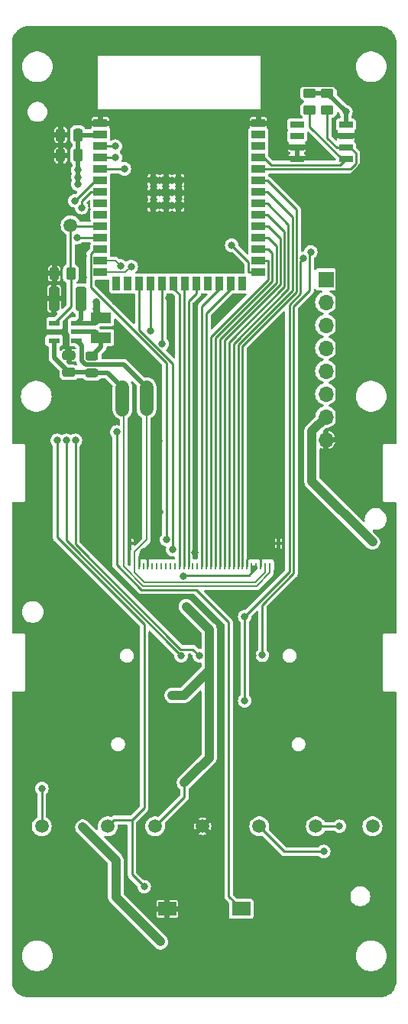
<source format=gtl>
G04 #@! TF.GenerationSoftware,KiCad,Pcbnew,8.0.1*
G04 #@! TF.CreationDate,2024-04-14T23:13:03-04:00*
G04 #@! TF.ProjectId,Bird3Controller,42697264-3343-46f6-9e74-726f6c6c6572,rev?*
G04 #@! TF.SameCoordinates,Original*
G04 #@! TF.FileFunction,Copper,L1,Top*
G04 #@! TF.FilePolarity,Positive*
%FSLAX46Y46*%
G04 Gerber Fmt 4.6, Leading zero omitted, Abs format (unit mm)*
G04 Created by KiCad (PCBNEW 8.0.1) date 2024-04-14 23:13:03*
%MOMM*%
%LPD*%
G01*
G04 APERTURE LIST*
G04 Aperture macros list*
%AMRoundRect*
0 Rectangle with rounded corners*
0 $1 Rounding radius*
0 $2 $3 $4 $5 $6 $7 $8 $9 X,Y pos of 4 corners*
0 Add a 4 corners polygon primitive as box body*
4,1,4,$2,$3,$4,$5,$6,$7,$8,$9,$2,$3,0*
0 Add four circle primitives for the rounded corners*
1,1,$1+$1,$2,$3*
1,1,$1+$1,$4,$5*
1,1,$1+$1,$6,$7*
1,1,$1+$1,$8,$9*
0 Add four rect primitives between the rounded corners*
20,1,$1+$1,$2,$3,$4,$5,0*
20,1,$1+$1,$4,$5,$6,$7,0*
20,1,$1+$1,$6,$7,$8,$9,0*
20,1,$1+$1,$8,$9,$2,$3,0*%
G04 Aperture macros list end*
G04 #@! TA.AperFunction,EtchedComponent*
%ADD10C,1.500000*%
G04 #@! TD*
G04 #@! TA.AperFunction,SMDPad,CuDef*
%ADD11C,1.500000*%
G04 #@! TD*
G04 #@! TA.AperFunction,SMDPad,CuDef*
%ADD12R,2.000000X1.500000*%
G04 #@! TD*
G04 #@! TA.AperFunction,SMDPad,CuDef*
%ADD13R,1.250000X0.600000*%
G04 #@! TD*
G04 #@! TA.AperFunction,SMDPad,CuDef*
%ADD14R,1.525000X0.650000*%
G04 #@! TD*
G04 #@! TA.AperFunction,ComponentPad*
%ADD15R,1.700000X1.700000*%
G04 #@! TD*
G04 #@! TA.AperFunction,ComponentPad*
%ADD16O,1.700000X1.700000*%
G04 #@! TD*
G04 #@! TA.AperFunction,SMDPad,CuDef*
%ADD17RoundRect,0.250000X0.325000X1.100000X-0.325000X1.100000X-0.325000X-1.100000X0.325000X-1.100000X0*%
G04 #@! TD*
G04 #@! TA.AperFunction,SMDPad,CuDef*
%ADD18RoundRect,0.243750X0.456250X-0.243750X0.456250X0.243750X-0.456250X0.243750X-0.456250X-0.243750X0*%
G04 #@! TD*
G04 #@! TA.AperFunction,SMDPad,CuDef*
%ADD19RoundRect,0.250000X0.250000X0.475000X-0.250000X0.475000X-0.250000X-0.475000X0.250000X-0.475000X0*%
G04 #@! TD*
G04 #@! TA.AperFunction,SMDPad,CuDef*
%ADD20R,2.200000X1.200000*%
G04 #@! TD*
G04 #@! TA.AperFunction,SMDPad,CuDef*
%ADD21R,1.500000X0.900000*%
G04 #@! TD*
G04 #@! TA.AperFunction,SMDPad,CuDef*
%ADD22R,0.900000X1.500000*%
G04 #@! TD*
G04 #@! TA.AperFunction,SMDPad,CuDef*
%ADD23R,0.900000X0.900000*%
G04 #@! TD*
G04 #@! TA.AperFunction,SMDPad,CuDef*
%ADD24RoundRect,0.250000X-0.450000X0.262500X-0.450000X-0.262500X0.450000X-0.262500X0.450000X0.262500X0*%
G04 #@! TD*
G04 #@! TA.AperFunction,SMDPad,CuDef*
%ADD25RoundRect,0.250000X0.450000X-0.262500X0.450000X0.262500X-0.450000X0.262500X-0.450000X-0.262500X0*%
G04 #@! TD*
G04 #@! TA.AperFunction,SMDPad,CuDef*
%ADD26RoundRect,0.250000X0.475000X-0.250000X0.475000X0.250000X-0.475000X0.250000X-0.475000X-0.250000X0*%
G04 #@! TD*
G04 #@! TA.AperFunction,SMDPad,CuDef*
%ADD27R,0.250000X0.800000*%
G04 #@! TD*
G04 #@! TA.AperFunction,SMDPad,CuDef*
%ADD28R,0.400000X0.800000*%
G04 #@! TD*
G04 #@! TA.AperFunction,SMDPad,CuDef*
%ADD29RoundRect,0.250000X-0.262500X-0.450000X0.262500X-0.450000X0.262500X0.450000X-0.262500X0.450000X0*%
G04 #@! TD*
G04 #@! TA.AperFunction,ViaPad*
%ADD30C,0.800000*%
G04 #@! TD*
G04 #@! TA.AperFunction,Conductor*
%ADD31C,0.250000*%
G04 #@! TD*
G04 #@! TA.AperFunction,Conductor*
%ADD32C,1.000000*%
G04 #@! TD*
G04 #@! TA.AperFunction,Conductor*
%ADD33C,0.500000*%
G04 #@! TD*
G04 #@! TA.AperFunction,Conductor*
%ADD34C,0.200000*%
G04 #@! TD*
G04 #@! TA.AperFunction,Conductor*
%ADD35C,0.750000*%
G04 #@! TD*
G04 APERTURE END LIST*
D10*
X175600000Y-84600000D02*
X175600000Y-82200000D01*
X172950000Y-84650000D02*
X172950000Y-82250000D01*
D11*
X200650000Y-130850000D03*
X194379165Y-130850000D03*
X188108332Y-130850000D03*
X181837499Y-130850000D03*
X167200000Y-64250000D03*
X171300000Y-130850000D03*
X176568749Y-130850000D03*
X164000000Y-130850000D03*
D12*
X177900000Y-140000000D03*
X186100000Y-140000000D03*
D13*
X165366315Y-75120144D03*
X165366315Y-76070144D03*
X165366315Y-77020144D03*
X167866315Y-77020144D03*
X167866315Y-76070144D03*
X167866315Y-75120144D03*
D14*
X192288000Y-53095000D03*
X192288000Y-54365000D03*
X192288000Y-55635000D03*
X192288000Y-56905000D03*
X197712000Y-56905000D03*
X197712000Y-55635000D03*
X197712000Y-54365000D03*
X197712000Y-53095000D03*
D15*
X195500000Y-70250000D03*
D16*
X195500000Y-72790000D03*
X195500000Y-75330000D03*
X195500000Y-77870000D03*
X195500000Y-80410000D03*
X195500000Y-82950000D03*
X195500000Y-85490000D03*
X195500000Y-88030000D03*
D17*
X168325000Y-72400000D03*
X165375000Y-72400000D03*
D11*
X175600000Y-84600000D03*
X175600000Y-82200000D03*
D18*
X169566315Y-80607644D03*
X169566315Y-78732644D03*
D19*
X168000000Y-56500000D03*
X166100000Y-56500000D03*
D20*
X170566315Y-74520144D03*
X170566315Y-76720144D03*
D21*
X170500000Y-52940000D03*
X170500000Y-54210000D03*
X170500000Y-55480000D03*
X170500000Y-56750000D03*
X170500000Y-58020000D03*
X170500000Y-59290000D03*
X170500000Y-60560000D03*
X170500000Y-61830000D03*
X170500000Y-63100000D03*
X170500000Y-64370000D03*
X170500000Y-65640000D03*
X170500000Y-66910000D03*
X170500000Y-68180000D03*
X170500000Y-69450000D03*
D22*
X172265000Y-70700000D03*
X173535000Y-70700000D03*
X174805000Y-70700000D03*
X176075000Y-70700000D03*
X177345000Y-70700000D03*
X178615000Y-70700000D03*
X179885000Y-70700000D03*
X181155000Y-70700000D03*
X182425000Y-70700000D03*
X183695000Y-70700000D03*
X184965000Y-70700000D03*
X186235000Y-70700000D03*
D21*
X188000000Y-69450000D03*
X188000000Y-68180000D03*
X188000000Y-66910000D03*
X188000000Y-65640000D03*
X188000000Y-64370000D03*
X188000000Y-63100000D03*
X188000000Y-61830000D03*
X188000000Y-60560000D03*
X188000000Y-59290000D03*
X188000000Y-58020000D03*
X188000000Y-56750000D03*
X188000000Y-55480000D03*
X188000000Y-54210000D03*
X188000000Y-52940000D03*
D23*
X176350000Y-59260000D03*
X176350000Y-60660000D03*
X176350000Y-62060000D03*
X176350000Y-62060000D03*
X177750000Y-59260000D03*
X177750000Y-59260000D03*
X177750000Y-60660000D03*
X177750000Y-62060000D03*
X179150000Y-59260000D03*
X179150000Y-60660000D03*
X179150000Y-62060000D03*
D24*
X195650000Y-49637500D03*
X195650000Y-51462500D03*
D19*
X168000000Y-54250000D03*
X166100000Y-54250000D03*
D25*
X193700000Y-51462500D03*
X193700000Y-49637500D03*
D26*
X167016315Y-80570144D03*
X167016315Y-78670144D03*
D27*
X189250000Y-102000000D03*
X188750000Y-102000000D03*
X188250000Y-102000000D03*
X187750000Y-102000000D03*
X187250000Y-102000000D03*
X186750000Y-102000000D03*
X186250000Y-102000000D03*
X185750000Y-102000000D03*
X185250000Y-102000000D03*
X184750000Y-102000000D03*
X184250000Y-102000000D03*
X183750000Y-102000000D03*
X183250000Y-102000000D03*
X182750000Y-102000000D03*
X182250000Y-102000000D03*
X181750000Y-102000000D03*
X181250000Y-102000000D03*
X180750000Y-102000000D03*
X180250000Y-102000000D03*
X179750000Y-102000000D03*
X179250000Y-102000000D03*
X178750000Y-102000000D03*
X178250000Y-102000000D03*
X177750000Y-102000000D03*
X177250000Y-102000000D03*
X176750000Y-102000000D03*
X176250000Y-102000000D03*
X175750000Y-102000000D03*
X175250000Y-102000000D03*
X174750000Y-102000000D03*
D28*
X190250000Y-99500000D03*
X173750000Y-99500000D03*
D29*
X165387500Y-69600000D03*
X167212500Y-69600000D03*
D11*
X172950000Y-84650000D03*
X172950000Y-82250000D03*
D30*
X195250000Y-133650000D03*
X197000000Y-130850000D03*
X164000000Y-126650000D03*
X200650000Y-130850000D03*
X199200000Y-107150000D03*
X185200000Y-106800000D03*
X183550000Y-105650000D03*
X187000000Y-105650000D03*
X187300000Y-84483333D03*
X170050000Y-96050000D03*
X168900000Y-96050000D03*
X171250000Y-96050000D03*
X165500000Y-103100000D03*
X167250000Y-103100000D03*
X167250000Y-105550000D03*
X172712500Y-68750000D03*
X173900000Y-68850000D03*
X200650000Y-99350000D03*
X161900000Y-69275000D03*
X202000000Y-122243326D03*
X170050000Y-109600000D03*
X190050000Y-82583333D03*
X178250000Y-135600000D03*
X177050000Y-60650000D03*
X178950000Y-68850000D03*
X172150000Y-72750000D03*
X190050000Y-75400000D03*
X187800000Y-143750000D03*
X192100000Y-117100000D03*
X178700000Y-121800000D03*
X161900000Y-108912500D03*
X172200000Y-111950000D03*
X167628571Y-42850000D03*
X179150000Y-61350000D03*
X172150000Y-52150000D03*
X202000000Y-116800000D03*
X176350000Y-61400000D03*
X173357142Y-42850000D03*
X178450000Y-59250000D03*
X202000000Y-49900000D03*
X168600000Y-70050000D03*
X168500000Y-136750000D03*
X187300000Y-78250000D03*
X161900000Y-102306250D03*
X167500000Y-138550000D03*
X173900000Y-72750000D03*
X161900000Y-80343750D03*
X190750000Y-143750000D03*
X161900000Y-49456250D03*
X202000000Y-63053332D03*
X172200000Y-66900000D03*
X161900000Y-135337500D03*
X187300000Y-90716666D03*
X177100000Y-107350000D03*
X167628571Y-148550000D03*
X161900000Y-43550000D03*
X178250000Y-134600000D03*
X184814284Y-148550000D03*
X192650000Y-112000000D03*
X196450000Y-133650000D03*
X177050000Y-62100000D03*
X196271426Y-42850000D03*
X170450000Y-111950000D03*
X167500000Y-136750000D03*
X161900000Y-148550000D03*
X175650000Y-68850000D03*
X172500000Y-117350000D03*
X175250000Y-100450000D03*
X161900000Y-95700000D03*
X161900000Y-86950000D03*
X176350000Y-59950000D03*
X161900000Y-116750000D03*
X171550000Y-120950000D03*
X195600000Y-143750000D03*
X168650000Y-111950000D03*
X168500000Y-137650000D03*
X180900000Y-105650000D03*
X163550000Y-113350000D03*
X202000000Y-128819992D03*
X168600000Y-109550000D03*
X173500000Y-109600000D03*
X163550000Y-111700000D03*
X177050000Y-96050000D03*
X202000000Y-148550000D03*
X193550000Y-117100000D03*
X202000000Y-69629998D03*
X179000000Y-107350000D03*
X179085713Y-42850000D03*
X190050000Y-96950000D03*
X161900000Y-75881250D03*
X180950000Y-121800000D03*
X202000000Y-135396658D03*
X196271426Y-148550000D03*
X176300000Y-121800000D03*
X172150000Y-61950000D03*
X177050000Y-59250000D03*
X202000000Y-56476666D03*
X168600000Y-67650000D03*
X183800000Y-121800000D03*
X202000000Y-95450000D03*
X194750000Y-127300000D03*
X190542855Y-42850000D03*
X161900000Y-56062500D03*
X185900000Y-52150000D03*
X161900000Y-141943750D03*
X179085713Y-148550000D03*
X199200000Y-136950000D03*
X161900000Y-62668750D03*
X178450000Y-62100000D03*
X202000000Y-87700000D03*
X177000000Y-88134500D03*
X167500000Y-137650000D03*
X199200000Y-117083332D03*
X174380000Y-88178998D03*
X177350000Y-134600000D03*
X161900000Y-122125000D03*
X202000000Y-103300000D03*
X199200000Y-127016664D03*
X174350000Y-96050000D03*
X185900000Y-68800000D03*
X202000000Y-141973324D03*
X188450000Y-121800000D03*
X178950000Y-52150000D03*
X178450000Y-60650000D03*
X178050000Y-107350000D03*
X190542855Y-148550000D03*
X174400000Y-116300000D03*
X171350000Y-109600000D03*
X179150000Y-59950000D03*
X202000000Y-76206664D03*
X186450000Y-121800000D03*
X193550000Y-112000000D03*
X185900000Y-61950000D03*
X202000000Y-80200000D03*
X187300000Y-96950000D03*
X185900000Y-56950000D03*
X173850000Y-121800000D03*
X178070000Y-72350000D03*
X202000000Y-43450000D03*
X202000000Y-108550000D03*
X177750000Y-59950000D03*
X184850000Y-72750000D03*
X173700000Y-117000000D03*
X190050000Y-89766666D03*
X181000000Y-100550000D03*
X179150000Y-135600000D03*
X168500000Y-138550000D03*
X187400000Y-111950000D03*
X199200000Y-122049998D03*
X168900000Y-86100000D03*
X199300000Y-140250000D03*
X177800000Y-61350000D03*
X177350000Y-135600000D03*
X171850000Y-117900000D03*
X161900000Y-128731250D03*
X194750000Y-129350000D03*
X199200000Y-131983330D03*
X179150000Y-134600000D03*
X199200000Y-112116666D03*
X183800000Y-111950000D03*
X173357142Y-148550000D03*
X182300000Y-143750000D03*
X184814284Y-42850000D03*
X179800000Y-126000000D03*
X181200000Y-107700000D03*
X168000000Y-59700000D03*
X170000000Y-72750000D03*
X180000000Y-106500000D03*
X178450000Y-116350000D03*
X197700000Y-51700000D03*
X179700000Y-103100000D03*
X180600000Y-107100000D03*
X168000000Y-58900000D03*
X168000000Y-58100000D03*
X170000000Y-73500000D03*
X165700000Y-88100000D03*
X175350000Y-137550000D03*
X176075000Y-75925000D03*
X179450000Y-111950000D03*
X166715997Y-88100000D03*
X168407000Y-62300000D03*
X181450000Y-111950000D03*
X167728652Y-88087348D03*
X167682664Y-61544974D03*
X186500000Y-116927000D03*
X186500000Y-107600000D03*
X192958000Y-67950000D03*
X172150000Y-56750000D03*
X173150000Y-58000000D03*
X188450000Y-111900000D03*
X193800000Y-67200000D03*
X177355851Y-77394149D03*
X172300000Y-87167500D03*
X172150000Y-55500000D03*
X177794000Y-99100000D03*
X178519000Y-100203000D03*
X185050000Y-66475000D03*
X177150000Y-143650000D03*
X168550000Y-130950000D03*
X167925000Y-65600000D03*
D31*
X186923000Y-68348000D02*
X186923000Y-69450000D01*
X185050000Y-66475000D02*
X186923000Y-68348000D01*
X186923000Y-69450000D02*
X188000000Y-69450000D01*
X176568749Y-130831251D02*
X179800000Y-127600000D01*
X176568749Y-130850000D02*
X176568749Y-130831251D01*
X179800000Y-127600000D02*
X179800000Y-126000000D01*
X172000000Y-130150000D02*
X171300000Y-130850000D01*
X174000000Y-130150000D02*
X172000000Y-130150000D01*
X174000000Y-136200000D02*
X175350000Y-137550000D01*
X174000000Y-130150000D02*
X174000000Y-136200000D01*
X174500000Y-129650000D02*
X174000000Y-130150000D01*
X175350000Y-128800000D02*
X174500000Y-129650000D01*
X175350000Y-108486396D02*
X175350000Y-128800000D01*
X190908332Y-133650000D02*
X188108332Y-130850000D01*
X195250000Y-133650000D02*
X190908332Y-133650000D01*
X194379165Y-130850000D02*
X197000000Y-130850000D01*
X164000000Y-126650000D02*
X164000000Y-130850000D01*
X167200000Y-69587500D02*
X167212500Y-69600000D01*
X167200000Y-64370000D02*
X167200000Y-69587500D01*
X170500000Y-64370000D02*
X167200000Y-64370000D01*
D32*
X180750000Y-125050000D02*
X179800000Y-126000000D01*
X182550000Y-123250000D02*
X180750000Y-125050000D01*
D33*
X177750000Y-62060000D02*
X177750000Y-59260000D01*
X179150000Y-62060000D02*
X176350000Y-62060000D01*
X179150000Y-60660000D02*
X176350000Y-60660000D01*
X196800000Y-60263173D02*
X199950000Y-57113173D01*
X199950000Y-57113173D02*
X199950000Y-52150000D01*
X196800000Y-88030000D02*
X196800000Y-60263173D01*
X195500000Y-88030000D02*
X196800000Y-88030000D01*
X191445000Y-48675000D02*
X196475000Y-48675000D01*
X188000000Y-52120000D02*
X191445000Y-48675000D01*
X196475000Y-48675000D02*
X199950000Y-52150000D01*
X188000000Y-52940000D02*
X188000000Y-52120000D01*
X190150000Y-52940000D02*
X190150000Y-55635000D01*
X188000000Y-52940000D02*
X190150000Y-52940000D01*
X190150000Y-55635000D02*
X192288000Y-55635000D01*
X165387500Y-58662500D02*
X166100000Y-57950000D01*
X165387500Y-69600000D02*
X165387500Y-58662500D01*
X166100000Y-57950000D02*
X166100000Y-56500000D01*
X166110000Y-52940000D02*
X170500000Y-52940000D01*
X166100000Y-54250000D02*
X166100000Y-52950000D01*
X166100000Y-52950000D02*
X166110000Y-52940000D01*
X164491315Y-76070144D02*
X165366315Y-76070144D01*
X164291315Y-75870144D02*
X164491315Y-76070144D01*
X164291315Y-72400000D02*
X164291315Y-75870144D01*
X165375000Y-72400000D02*
X164291315Y-72400000D01*
D34*
X172712500Y-68750000D02*
X172142500Y-68180000D01*
X172142500Y-68180000D02*
X170500000Y-68180000D01*
X173300000Y-69450000D02*
X170500000Y-69450000D01*
X173900000Y-68850000D02*
X173300000Y-69450000D01*
D32*
X193950000Y-92650000D02*
X193950000Y-87040000D01*
X200650000Y-99350000D02*
X193950000Y-92650000D01*
X193950000Y-87040000D02*
X195500000Y-85490000D01*
D31*
X167212500Y-69600000D02*
X167212500Y-73273959D01*
X167212500Y-73273959D02*
X165366315Y-75120144D01*
X174750000Y-102000000D02*
X174750000Y-100950000D01*
D33*
X192288000Y-55635000D02*
X192288000Y-56905000D01*
X197712000Y-54365000D02*
X199935000Y-54365000D01*
X165387500Y-72387500D02*
X165375000Y-72400000D01*
X166491315Y-76070144D02*
X166791315Y-76370144D01*
X165387500Y-69600000D02*
X165387500Y-72387500D01*
X180052000Y-59260000D02*
X186372000Y-52940000D01*
X199950000Y-52150000D02*
X199950000Y-54350000D01*
X176350000Y-57588100D02*
X176350000Y-59260000D01*
D31*
X188250000Y-101300000D02*
X187950000Y-101000000D01*
D33*
X170500000Y-52940000D02*
X171702000Y-52940000D01*
D31*
X174750000Y-100950000D02*
X175250000Y-100450000D01*
D33*
X166100000Y-54250000D02*
X166100000Y-56500000D01*
X186372000Y-52940000D02*
X188000000Y-52940000D01*
X171702000Y-52940000D02*
X176350000Y-57588100D01*
X166791315Y-76370144D02*
X166791315Y-78445144D01*
D31*
X186750000Y-101300000D02*
X186750000Y-102000000D01*
X187050000Y-101000000D02*
X186750000Y-101300000D01*
D33*
X179150000Y-59260000D02*
X180052000Y-59260000D01*
D31*
X175750000Y-100950000D02*
X175250000Y-100450000D01*
D33*
X166791315Y-78445144D02*
X167016315Y-78670144D01*
D31*
X175750000Y-102000000D02*
X175750000Y-100950000D01*
D33*
X165366315Y-76070144D02*
X166491315Y-76070144D01*
D31*
X188250000Y-102000000D02*
X188250000Y-101300000D01*
X187950000Y-101000000D02*
X187050000Y-101000000D01*
D33*
X199935000Y-54365000D02*
X199950000Y-54350000D01*
D34*
X173100000Y-84800000D02*
X173100000Y-102065686D01*
X175234314Y-104200000D02*
X187800000Y-104200000D01*
X187800000Y-104200000D02*
X189250000Y-102750000D01*
X173100000Y-102065686D02*
X175234314Y-104200000D01*
X189250000Y-102750000D02*
X189250000Y-102000000D01*
X172950000Y-84650000D02*
X173100000Y-84800000D01*
X188750000Y-102684314D02*
X188750000Y-102000000D01*
X175600000Y-99110050D02*
X174300000Y-100410050D01*
X175600000Y-84600000D02*
X175600000Y-99110050D01*
X174300000Y-100410050D02*
X174300000Y-102700000D01*
X187634314Y-103800000D02*
X188750000Y-102684314D01*
X175400000Y-103800000D02*
X187634314Y-103800000D01*
X174300000Y-102700000D02*
X175400000Y-103800000D01*
D33*
X170566315Y-76720144D02*
X170566315Y-77732644D01*
X169916315Y-76070144D02*
X170566315Y-76720144D01*
X167866315Y-76070144D02*
X169916315Y-76070144D01*
X170566315Y-77732644D02*
X169566315Y-78732644D01*
X168000000Y-54250000D02*
X170460000Y-54250000D01*
D32*
X182550000Y-109050000D02*
X182550000Y-113550000D01*
D31*
X186950000Y-103050000D02*
X187250000Y-102750000D01*
D33*
X193700000Y-49637500D02*
X195650000Y-49637500D01*
D32*
X181200000Y-107700000D02*
X182550000Y-109050000D01*
D33*
X197700000Y-51700000D02*
X197700000Y-53083000D01*
X168000000Y-54250000D02*
X168000000Y-56500000D01*
D31*
X187500000Y-102000000D02*
X187250000Y-102000000D01*
D33*
X170460000Y-54250000D02*
X170500000Y-54210000D01*
X197700000Y-51700000D02*
X197700000Y-51687500D01*
X197700000Y-51687500D02*
X195650000Y-49637500D01*
D31*
X187250000Y-102000000D02*
X187250000Y-102750000D01*
X179750000Y-103050000D02*
X186950000Y-103050000D01*
D33*
X168325000Y-72400000D02*
X168325000Y-74661459D01*
D31*
X187750000Y-102250000D02*
X187500000Y-102500000D01*
X187500000Y-102500000D02*
X187250000Y-102750000D01*
D33*
X197700000Y-53083000D02*
X197712000Y-53095000D01*
X169966315Y-75120144D02*
X170566315Y-74520144D01*
D32*
X181200000Y-107700000D02*
X180000000Y-106500000D01*
D33*
X167866315Y-75120144D02*
X169966315Y-75120144D01*
X168325000Y-74661459D02*
X167866315Y-75120144D01*
X168325000Y-72400000D02*
X168446171Y-72400000D01*
D32*
X179750000Y-116350000D02*
X178450000Y-116350000D01*
D33*
X168000000Y-59700000D02*
X168000000Y-56500000D01*
D31*
X187750000Y-102000000D02*
X187750000Y-102250000D01*
D35*
X170000000Y-73953829D02*
X170566315Y-74520144D01*
D32*
X182550000Y-113550000D02*
X182550000Y-123250000D01*
D35*
X170000000Y-72750000D02*
X170000000Y-73953829D01*
D31*
X187500000Y-102000000D02*
X187500000Y-102500000D01*
D32*
X182550000Y-113550000D02*
X179750000Y-116350000D01*
D31*
X187750000Y-102000000D02*
X187500000Y-102000000D01*
X179700000Y-103100000D02*
X179750000Y-103050000D01*
X165700000Y-98836396D02*
X175350000Y-108486396D01*
X176075000Y-75925000D02*
X176075000Y-70700000D01*
X165700000Y-88100000D02*
X165700000Y-98836396D01*
X168407000Y-61576000D02*
X169423000Y-60560000D01*
X168407000Y-62300000D02*
X168407000Y-61576000D01*
X169423000Y-60560000D02*
X170500000Y-60560000D01*
X166700000Y-99200000D02*
X166700000Y-88115997D01*
X179450000Y-111950000D02*
X166700000Y-99200000D01*
X166700000Y-88115997D02*
X166715997Y-88100000D01*
X181450000Y-111950000D02*
X180725000Y-111225000D01*
X180725000Y-111225000D02*
X179361396Y-111225000D01*
X167728652Y-99592256D02*
X167728652Y-88087348D01*
X179361396Y-111225000D02*
X167728652Y-99592256D01*
X169937638Y-59290000D02*
X170500000Y-59290000D01*
X167682664Y-61544974D02*
X169937638Y-59290000D01*
X191450000Y-73066584D02*
X191450000Y-102650000D01*
X192683000Y-68225000D02*
X192683000Y-71833584D01*
X192683000Y-71833584D02*
X191450000Y-73066584D01*
X191450000Y-102650000D02*
X186500000Y-107600000D01*
X186500000Y-116927000D02*
X186500000Y-107600000D01*
X172150000Y-56750000D02*
X170500000Y-56750000D01*
X192958000Y-67950000D02*
X192683000Y-68225000D01*
X172800000Y-58020000D02*
X172780000Y-58020000D01*
X191900000Y-102836396D02*
X188418198Y-106318198D01*
X193683000Y-67317000D02*
X193683000Y-71469980D01*
X193683000Y-71469980D02*
X191900000Y-73252980D01*
X173150000Y-58000000D02*
X172800000Y-58020000D01*
X172760000Y-58020000D02*
X173150000Y-58000000D01*
X170500000Y-58020000D02*
X172760000Y-58020000D01*
X188450000Y-106350000D02*
X188450000Y-111900000D01*
X188418198Y-106318198D02*
X188450000Y-106350000D01*
X191900000Y-73252980D02*
X191900000Y-102836396D01*
X193800000Y-67200000D02*
X193683000Y-67317000D01*
X189000000Y-59290000D02*
X192233000Y-62523000D01*
X192233000Y-62523000D02*
X192233000Y-71647188D01*
X188000000Y-59290000D02*
X189000000Y-59290000D01*
X186250000Y-77630188D02*
X186250000Y-102000000D01*
X192233000Y-71647188D02*
X186250000Y-77630188D01*
X185750000Y-77493792D02*
X191783000Y-71460792D01*
X189000000Y-60560000D02*
X188000000Y-60560000D01*
X191783000Y-63343000D02*
X189000000Y-60560000D01*
X185750000Y-102000000D02*
X185750000Y-77493792D01*
X191783000Y-71460792D02*
X191783000Y-63343000D01*
X188000000Y-61830000D02*
X189000000Y-61830000D01*
X189000000Y-61830000D02*
X191333000Y-64163000D01*
X191333000Y-64163000D02*
X191333000Y-71274396D01*
X185250000Y-77357396D02*
X185250000Y-102000000D01*
X191333000Y-71274396D02*
X185250000Y-77357396D01*
X190883000Y-71088000D02*
X190883000Y-64983000D01*
X190883000Y-64983000D02*
X189000000Y-63100000D01*
X184750000Y-77221000D02*
X190883000Y-71088000D01*
X184750000Y-102000000D02*
X184750000Y-77221000D01*
X189000000Y-63100000D02*
X188000000Y-63100000D01*
X188000000Y-64370000D02*
X189120000Y-64370000D01*
X189120000Y-64370000D02*
X190433000Y-65683000D01*
X190433000Y-70826188D02*
X184250000Y-77009188D01*
X184250000Y-77009188D02*
X184250000Y-102000000D01*
X190433000Y-65683000D02*
X190433000Y-70826188D01*
X183750000Y-76872792D02*
X183750000Y-102000000D01*
X189077000Y-65640000D02*
X189981000Y-66543800D01*
X188000000Y-65640000D02*
X189077000Y-65640000D01*
X189981000Y-70641792D02*
X183750000Y-76872792D01*
X189981000Y-66543800D02*
X189981000Y-70641792D01*
X183250000Y-76736396D02*
X183250000Y-102000000D01*
X189529000Y-67361900D02*
X189529000Y-70457396D01*
X189529000Y-70457396D02*
X183250000Y-76736396D01*
X189077000Y-66910000D02*
X189529000Y-67361900D01*
X188000000Y-66910000D02*
X189077000Y-66910000D01*
X182750000Y-76600000D02*
X182750000Y-102000000D01*
X188000000Y-68180000D02*
X189077000Y-68180000D01*
X189077000Y-68180000D02*
X189077000Y-70273000D01*
X189077000Y-70273000D02*
X182750000Y-76600000D01*
X184965000Y-70700000D02*
X184965000Y-71280000D01*
X184965000Y-71280000D02*
X182250000Y-73995000D01*
X182250000Y-73995000D02*
X182250000Y-102000000D01*
X183695000Y-71345505D02*
X183695000Y-70700000D01*
X181750000Y-73290505D02*
X183695000Y-71345505D01*
X181750000Y-102000000D02*
X181750000Y-73290505D01*
X180250000Y-72681900D02*
X181155000Y-71776900D01*
X181155000Y-71776900D02*
X181155000Y-70700000D01*
X180250000Y-102000000D02*
X180250000Y-72681900D01*
X179750000Y-102000000D02*
X179750000Y-70835000D01*
X179750000Y-70835000D02*
X179885000Y-70700000D01*
X179250000Y-102000000D02*
X179250000Y-71915000D01*
X179250000Y-71915000D02*
X178615000Y-71280000D01*
X178615000Y-71280000D02*
X178615000Y-70700000D01*
X186100000Y-140000000D02*
X186600000Y-140000000D01*
X172300000Y-101866726D02*
X175058274Y-104625000D01*
X175058274Y-104625000D02*
X181100305Y-104625000D01*
X181100305Y-104625000D02*
X184700000Y-108224695D01*
X177355851Y-77394149D02*
X177345000Y-77383298D01*
X184700000Y-138600000D02*
X186100000Y-140000000D01*
X177345000Y-77383298D02*
X177345000Y-70700000D01*
X184700000Y-108224695D02*
X184700000Y-138600000D01*
X172300000Y-87167500D02*
X172300000Y-101866726D01*
X172130000Y-55480000D02*
X170500000Y-55480000D01*
X172150000Y-55500000D02*
X172130000Y-55480000D01*
X169425000Y-67405000D02*
X169425000Y-71125000D01*
X169920000Y-66910000D02*
X169425000Y-67405000D01*
X170500000Y-66910000D02*
X169920000Y-66910000D01*
X177794000Y-79494000D02*
X177794000Y-99100000D01*
X169425000Y-71125000D02*
X177794000Y-79494000D01*
X174804219Y-72268863D02*
X174804219Y-75867823D01*
X174805000Y-72268082D02*
X174804219Y-72268863D01*
X178519000Y-79582604D02*
X178519000Y-100203000D01*
X174804219Y-75867823D02*
X178519000Y-79582604D01*
X174805000Y-70700000D02*
X174805000Y-72268082D01*
X197712000Y-56905000D02*
X197062000Y-57555000D01*
X197712000Y-56905000D02*
X197274500Y-56905000D01*
X197062000Y-57555000D02*
X189405000Y-57555000D01*
X197274500Y-56905000D02*
X193700000Y-53330500D01*
X193700000Y-53330500D02*
X193700000Y-51462500D01*
X188600000Y-56750000D02*
X188000000Y-56750000D01*
X189405000Y-57555000D02*
X188600000Y-56750000D01*
X195650000Y-51462500D02*
X195650000Y-54585500D01*
X198799500Y-56255000D02*
X198799500Y-57450500D01*
X196699500Y-55635000D02*
X197712000Y-55635000D01*
X198799500Y-57450500D02*
X198230000Y-58020000D01*
X198179500Y-55635000D02*
X198799500Y-56255000D01*
X197712000Y-55635000D02*
X198179500Y-55635000D01*
X198230000Y-58020000D02*
X188000000Y-58020000D01*
X195650000Y-54585500D02*
X196699500Y-55635000D01*
D33*
X169528815Y-80570144D02*
X169566315Y-80607644D01*
X167016315Y-80570144D02*
X169528815Y-80570144D01*
X165366315Y-77020144D02*
X165366315Y-78920144D01*
X171307644Y-80607644D02*
X172950000Y-82250000D01*
X169566315Y-80607644D02*
X171307644Y-80607644D01*
X165366315Y-78920144D02*
X167016315Y-80570144D01*
D32*
X172200000Y-134600000D02*
X168550000Y-130950000D01*
X177150000Y-143650000D02*
X172200000Y-138700000D01*
X172200000Y-138700000D02*
X172200000Y-134600000D01*
D31*
X167925000Y-65600000D02*
X167965000Y-65640000D01*
X167965000Y-65640000D02*
X170500000Y-65640000D01*
D33*
X167866315Y-77020144D02*
X168416315Y-77570144D01*
X168815951Y-79670144D02*
X173070144Y-79670144D01*
X173070144Y-79670144D02*
X175600000Y-82200000D01*
X168416315Y-77570144D02*
X168416315Y-79270508D01*
X168416315Y-79270508D02*
X168815951Y-79670144D01*
G04 #@! TA.AperFunction,Conductor*
G36*
X174100614Y-81549849D02*
G01*
X174291557Y-81740793D01*
X174475331Y-81924567D01*
X174508816Y-81985890D01*
X174511121Y-82023690D01*
X174507847Y-82059021D01*
X174506850Y-82066974D01*
X174499500Y-82113388D01*
X174499500Y-82143382D01*
X174498971Y-82154823D01*
X174494785Y-82199998D01*
X174494785Y-82200000D01*
X174498971Y-82245175D01*
X174499500Y-82256616D01*
X174499500Y-84543382D01*
X174498971Y-84554823D01*
X174494785Y-84599998D01*
X174494785Y-84600000D01*
X174498971Y-84645175D01*
X174499500Y-84656616D01*
X174499500Y-84686611D01*
X174506850Y-84733024D01*
X174507847Y-84740976D01*
X174513602Y-84803081D01*
X174521362Y-84830353D01*
X174524568Y-84844885D01*
X174526598Y-84857702D01*
X174546364Y-84918537D01*
X174547699Y-84922918D01*
X174561926Y-84972918D01*
X174569418Y-84999250D01*
X174574446Y-85009348D01*
X174574457Y-85009369D01*
X174578006Y-85018052D01*
X174578264Y-85017946D01*
X174580126Y-85022443D01*
X174580127Y-85022445D01*
X174616915Y-85094646D01*
X174617281Y-85095373D01*
X174642271Y-85145559D01*
X174660328Y-85181823D01*
X174714999Y-85254218D01*
X174716364Y-85256061D01*
X174760582Y-85316924D01*
X174761722Y-85318064D01*
X174772994Y-85331017D01*
X174783236Y-85344579D01*
X174837727Y-85394254D01*
X174841847Y-85398189D01*
X174883072Y-85439414D01*
X174898164Y-85450379D01*
X174908810Y-85459055D01*
X174933959Y-85481981D01*
X174933962Y-85481984D01*
X174982169Y-85511831D01*
X174989776Y-85516938D01*
X175000600Y-85524803D01*
X175023213Y-85541233D01*
X175023218Y-85541236D01*
X175054988Y-85557423D01*
X175063948Y-85562467D01*
X175090780Y-85579080D01*
X175137413Y-85631106D01*
X175149500Y-85684505D01*
X175149500Y-98872084D01*
X175129815Y-98939123D01*
X175113181Y-98959765D01*
X174349154Y-99723792D01*
X174287831Y-99757277D01*
X174218139Y-99752293D01*
X174173792Y-99723792D01*
X174150000Y-99700000D01*
X173950000Y-99700000D01*
X173950000Y-100082043D01*
X173933387Y-100144043D01*
X173880201Y-100236162D01*
X173880200Y-100236167D01*
X173849500Y-100350741D01*
X173849500Y-101878720D01*
X173829815Y-101945759D01*
X173777011Y-101991514D01*
X173707853Y-102001458D01*
X173644297Y-101972433D01*
X173637819Y-101966401D01*
X173586819Y-101915401D01*
X173553334Y-101854078D01*
X173550500Y-101827720D01*
X173550500Y-98900000D01*
X173950000Y-98900000D01*
X173950000Y-99300000D01*
X174150000Y-99300000D01*
X174150000Y-99080301D01*
X174149999Y-99080297D01*
X174138397Y-99021966D01*
X174138396Y-99021965D01*
X174094191Y-98955808D01*
X174028034Y-98911603D01*
X174028033Y-98911602D01*
X173969702Y-98900000D01*
X173950000Y-98900000D01*
X173550500Y-98900000D01*
X173550500Y-85641629D01*
X173570185Y-85574590D01*
X173609229Y-85536198D01*
X173616041Y-85531981D01*
X173641189Y-85509053D01*
X173651830Y-85500382D01*
X173666928Y-85489414D01*
X173708171Y-85448169D01*
X173712269Y-85444256D01*
X173766764Y-85394579D01*
X173777005Y-85381017D01*
X173788286Y-85368055D01*
X173789414Y-85366928D01*
X173833687Y-85305989D01*
X173834962Y-85304267D01*
X173889673Y-85231821D01*
X173932689Y-85145429D01*
X173933113Y-85144588D01*
X173969873Y-85072445D01*
X173969876Y-85072433D01*
X173971740Y-85067936D01*
X173972000Y-85068043D01*
X173975545Y-85059363D01*
X173980582Y-85049250D01*
X174002316Y-84972858D01*
X174003634Y-84968537D01*
X174023402Y-84907701D01*
X174025431Y-84894881D01*
X174028640Y-84880342D01*
X174036397Y-84853083D01*
X174042152Y-84790966D01*
X174043150Y-84783013D01*
X174049809Y-84740976D01*
X174050500Y-84736611D01*
X174050500Y-84706616D01*
X174051029Y-84695175D01*
X174055215Y-84650000D01*
X174055215Y-84649998D01*
X174051029Y-84604823D01*
X174050500Y-84593382D01*
X174050500Y-82306616D01*
X174051029Y-82295175D01*
X174055215Y-82250000D01*
X174055215Y-82249998D01*
X174051029Y-82204823D01*
X174050500Y-82193382D01*
X174050500Y-82163389D01*
X174043150Y-82116984D01*
X174042152Y-82109027D01*
X174036397Y-82046917D01*
X174028638Y-82019652D01*
X174025432Y-82005119D01*
X174023402Y-81992299D01*
X174003634Y-81931463D01*
X174002299Y-81927079D01*
X173980583Y-81850753D01*
X173980581Y-81850748D01*
X173975545Y-81840635D01*
X173971995Y-81831941D01*
X173971734Y-81832050D01*
X173969869Y-81827546D01*
X173933162Y-81755506D01*
X173932645Y-81754480D01*
X173901934Y-81692802D01*
X173889674Y-81624017D01*
X173916548Y-81559522D01*
X173974025Y-81519795D01*
X174043855Y-81517449D01*
X174100614Y-81549849D01*
G37*
G04 #@! TD.AperFunction*
G04 #@! TA.AperFunction,Conductor*
G36*
X172222018Y-74594923D02*
G01*
X172228496Y-74600955D01*
X177282181Y-79654640D01*
X177315666Y-79715963D01*
X177318500Y-79742321D01*
X177318500Y-98462771D01*
X177298815Y-98529810D01*
X177282181Y-98550452D01*
X177203523Y-98629109D01*
X177203518Y-98629115D01*
X177113547Y-98772302D01*
X177113545Y-98772305D01*
X177057685Y-98931943D01*
X177038751Y-99099997D01*
X177038751Y-99100002D01*
X177057685Y-99268056D01*
X177113545Y-99427694D01*
X177113547Y-99427697D01*
X177203518Y-99570884D01*
X177203523Y-99570890D01*
X177323109Y-99690476D01*
X177323115Y-99690481D01*
X177466302Y-99780452D01*
X177466305Y-99780454D01*
X177466309Y-99780455D01*
X177466310Y-99780456D01*
X177625941Y-99836313D01*
X177625944Y-99836314D01*
X177689093Y-99843429D01*
X177753507Y-99870495D01*
X177793062Y-99928090D01*
X177795200Y-99997927D01*
X177792252Y-100007602D01*
X177782686Y-100034940D01*
X177763751Y-100202997D01*
X177763751Y-100203002D01*
X177782685Y-100371056D01*
X177838545Y-100530694D01*
X177838547Y-100530697D01*
X177928518Y-100673884D01*
X177928523Y-100673890D01*
X178048109Y-100793476D01*
X178048115Y-100793481D01*
X178191302Y-100883452D01*
X178191305Y-100883454D01*
X178191309Y-100883455D01*
X178191310Y-100883456D01*
X178263499Y-100908716D01*
X178350943Y-100939314D01*
X178518997Y-100958249D01*
X178519000Y-100958249D01*
X178519003Y-100958249D01*
X178636616Y-100944997D01*
X178705438Y-100957051D01*
X178756818Y-101004400D01*
X178774500Y-101068217D01*
X178774500Y-101125500D01*
X178754815Y-101192539D01*
X178702011Y-101238294D01*
X178650500Y-101249500D01*
X178591740Y-101249500D01*
X178523607Y-101259427D01*
X178523606Y-101259427D01*
X178517877Y-101260262D01*
X178482123Y-101260262D01*
X178476393Y-101259427D01*
X178408260Y-101249500D01*
X178091740Y-101249500D01*
X178023607Y-101259427D01*
X178023606Y-101259427D01*
X178017877Y-101260262D01*
X177982123Y-101260262D01*
X177976393Y-101259427D01*
X177908260Y-101249500D01*
X177591740Y-101249500D01*
X177523607Y-101259427D01*
X177523606Y-101259427D01*
X177517877Y-101260262D01*
X177482123Y-101260262D01*
X177476393Y-101259427D01*
X177408260Y-101249500D01*
X177091740Y-101249500D01*
X177023607Y-101259427D01*
X177023606Y-101259427D01*
X177017877Y-101260262D01*
X176982123Y-101260262D01*
X176976393Y-101259427D01*
X176908260Y-101249500D01*
X176591740Y-101249500D01*
X176523607Y-101259427D01*
X176523606Y-101259427D01*
X176517877Y-101260262D01*
X176482123Y-101260262D01*
X176476393Y-101259427D01*
X176408260Y-101249500D01*
X176091740Y-101249500D01*
X176091739Y-101249500D01*
X176023608Y-101259426D01*
X175918514Y-101310803D01*
X175837681Y-101391637D01*
X175776358Y-101425122D01*
X175706666Y-101420138D01*
X175662319Y-101391637D01*
X175581485Y-101310803D01*
X175476391Y-101259426D01*
X175408261Y-101249500D01*
X175408260Y-101249500D01*
X175091740Y-101249500D01*
X175091739Y-101249500D01*
X175023608Y-101259426D01*
X174928960Y-101305697D01*
X174860087Y-101317456D01*
X174795790Y-101290112D01*
X174756483Y-101232348D01*
X174750500Y-101194296D01*
X174750500Y-100648015D01*
X174770185Y-100580976D01*
X174786819Y-100560334D01*
X175349226Y-99997927D01*
X175960490Y-99386664D01*
X176019799Y-99283936D01*
X176024053Y-99268059D01*
X176024543Y-99266233D01*
X176028666Y-99250840D01*
X176050500Y-99169359D01*
X176050500Y-85684505D01*
X176070185Y-85617466D01*
X176109219Y-85579080D01*
X176136050Y-85562467D01*
X176144999Y-85557428D01*
X176176788Y-85541232D01*
X176189525Y-85531978D01*
X176210213Y-85516946D01*
X176217822Y-85511835D01*
X176266041Y-85481981D01*
X176291189Y-85459053D01*
X176301830Y-85450382D01*
X176316928Y-85439414D01*
X176358171Y-85398169D01*
X176362269Y-85394256D01*
X176416764Y-85344579D01*
X176427005Y-85331017D01*
X176438286Y-85318055D01*
X176439414Y-85316928D01*
X176483687Y-85255989D01*
X176484962Y-85254267D01*
X176539673Y-85181821D01*
X176582689Y-85095429D01*
X176583113Y-85094588D01*
X176619873Y-85022445D01*
X176619876Y-85022433D01*
X176621740Y-85017936D01*
X176622000Y-85018043D01*
X176625545Y-85009363D01*
X176630582Y-84999250D01*
X176652316Y-84922858D01*
X176653634Y-84918537D01*
X176673402Y-84857701D01*
X176675431Y-84844881D01*
X176678640Y-84830342D01*
X176686396Y-84803085D01*
X176686397Y-84803083D01*
X176692152Y-84740966D01*
X176693150Y-84733013D01*
X176699144Y-84695175D01*
X176700500Y-84686611D01*
X176700500Y-84656616D01*
X176701029Y-84645175D01*
X176705215Y-84600000D01*
X176705215Y-84599998D01*
X176701029Y-84554823D01*
X176700500Y-84543382D01*
X176700500Y-82256616D01*
X176701029Y-82245175D01*
X176705215Y-82200000D01*
X176705215Y-82199998D01*
X176701029Y-82154823D01*
X176700500Y-82143382D01*
X176700500Y-82113389D01*
X176693150Y-82066984D01*
X176692152Y-82059027D01*
X176686397Y-81996917D01*
X176678638Y-81969652D01*
X176675432Y-81955119D01*
X176673402Y-81942299D01*
X176653634Y-81881463D01*
X176652299Y-81877079D01*
X176630583Y-81800753D01*
X176630581Y-81800748D01*
X176625545Y-81790635D01*
X176621995Y-81781941D01*
X176621734Y-81782050D01*
X176619869Y-81777546D01*
X176583162Y-81705506D01*
X176582686Y-81704562D01*
X176539673Y-81618179D01*
X176488073Y-81549851D01*
X176485025Y-81545814D01*
X176483661Y-81543973D01*
X176451349Y-81499500D01*
X176439414Y-81483072D01*
X176438277Y-81481935D01*
X176427003Y-81468980D01*
X176416762Y-81455418D01*
X176362294Y-81405765D01*
X176358151Y-81401809D01*
X176316927Y-81360585D01*
X176301840Y-81349624D01*
X176291189Y-81340944D01*
X176266045Y-81318022D01*
X176266042Y-81318020D01*
X176266041Y-81318019D01*
X176217817Y-81288160D01*
X176210222Y-81283060D01*
X176176788Y-81258768D01*
X176176789Y-81258768D01*
X176176787Y-81258767D01*
X176145014Y-81242577D01*
X176136037Y-81237523D01*
X176097815Y-81213858D01*
X176092637Y-81210652D01*
X176092635Y-81210651D01*
X176092628Y-81210647D01*
X176055616Y-81196309D01*
X176044121Y-81191170D01*
X176022454Y-81180131D01*
X176022448Y-81180128D01*
X176022445Y-81180127D01*
X176022441Y-81180125D01*
X176022437Y-81180124D01*
X175972377Y-81163858D01*
X175965904Y-81161555D01*
X175902461Y-81136977D01*
X175902452Y-81136975D01*
X175880168Y-81132809D01*
X175864645Y-81128854D01*
X175857698Y-81126597D01*
X175788931Y-81115705D01*
X175785547Y-81115121D01*
X175701976Y-81099500D01*
X175498024Y-81099500D01*
X175498022Y-81099500D01*
X175436493Y-81111001D01*
X175366978Y-81103969D01*
X175326029Y-81076793D01*
X173557734Y-79308499D01*
X173557732Y-79308496D01*
X173438860Y-79189624D01*
X173438858Y-79189623D01*
X173338227Y-79131524D01*
X173301929Y-79110567D01*
X173149201Y-79069643D01*
X172991087Y-79069643D01*
X172983491Y-79069643D01*
X172983475Y-79069644D01*
X170740815Y-79069644D01*
X170673776Y-79049959D01*
X170628021Y-78997155D01*
X170616815Y-78945644D01*
X170616815Y-78582741D01*
X170636500Y-78515702D01*
X170653134Y-78495060D01*
X171046835Y-78101360D01*
X171125892Y-77964428D01*
X171166816Y-77811701D01*
X171166816Y-77794644D01*
X171186501Y-77727605D01*
X171239305Y-77681850D01*
X171290816Y-77670644D01*
X171699576Y-77670644D01*
X171722286Y-77667335D01*
X171767708Y-77660717D01*
X171872798Y-77609342D01*
X171955513Y-77526627D01*
X172006888Y-77421537D01*
X172016815Y-77353404D01*
X172016815Y-76086884D01*
X172006888Y-76018751D01*
X171955513Y-75913661D01*
X171955511Y-75913659D01*
X171955511Y-75913658D01*
X171872800Y-75830947D01*
X171767706Y-75779570D01*
X171699576Y-75769644D01*
X171699575Y-75769644D01*
X170516412Y-75769644D01*
X170449373Y-75749959D01*
X170428731Y-75733325D01*
X170403905Y-75708499D01*
X170403903Y-75708496D01*
X170403232Y-75707825D01*
X170402991Y-75707385D01*
X170388412Y-75689601D01*
X170388410Y-75689598D01*
X170391979Y-75687218D01*
X170369747Y-75646502D01*
X170374731Y-75576810D01*
X170403232Y-75532463D01*
X170428732Y-75506963D01*
X170490055Y-75473478D01*
X170516413Y-75470644D01*
X171699576Y-75470644D01*
X171722286Y-75467335D01*
X171767708Y-75460717D01*
X171872798Y-75409342D01*
X171955513Y-75326627D01*
X172006888Y-75221537D01*
X172016815Y-75153404D01*
X172016815Y-74688636D01*
X172036500Y-74621597D01*
X172089304Y-74575842D01*
X172158462Y-74565898D01*
X172222018Y-74594923D01*
G37*
G04 #@! TD.AperFunction*
G04 #@! TA.AperFunction,Conductor*
G36*
X181844457Y-71776322D02*
G01*
X181873607Y-71790573D01*
X181919029Y-71797191D01*
X181941739Y-71800500D01*
X181941740Y-71800500D01*
X182268184Y-71800500D01*
X182335223Y-71820185D01*
X182380978Y-71872989D01*
X182390922Y-71942147D01*
X182361897Y-72005703D01*
X182355865Y-72012181D01*
X181369506Y-72998539D01*
X181369504Y-72998542D01*
X181306905Y-73106968D01*
X181274500Y-73227905D01*
X181274500Y-101125500D01*
X181254815Y-101192539D01*
X181202011Y-101238294D01*
X181150500Y-101249500D01*
X181091740Y-101249500D01*
X181023607Y-101259427D01*
X181023606Y-101259427D01*
X181017877Y-101260262D01*
X180982123Y-101260262D01*
X180976393Y-101259427D01*
X180908260Y-101249500D01*
X180908255Y-101249500D01*
X180849500Y-101249500D01*
X180782461Y-101229815D01*
X180736706Y-101177011D01*
X180725500Y-101125500D01*
X180725500Y-72930221D01*
X180745185Y-72863182D01*
X180761819Y-72842540D01*
X181035897Y-72568462D01*
X181535495Y-72068864D01*
X181598095Y-71960436D01*
X181620216Y-71877880D01*
X181656580Y-71818222D01*
X181703386Y-71791502D01*
X181706389Y-71790573D01*
X181706393Y-71790573D01*
X181735540Y-71776323D01*
X181804411Y-71764564D01*
X181844457Y-71776322D01*
G37*
G04 #@! TD.AperFunction*
G04 #@! TA.AperFunction,Conductor*
G36*
X178034457Y-71776322D02*
G01*
X178063607Y-71790573D01*
X178109029Y-71797191D01*
X178131739Y-71800500D01*
X178131740Y-71800500D01*
X178411679Y-71800500D01*
X178478718Y-71820185D01*
X178499360Y-71836819D01*
X178738181Y-72075639D01*
X178771666Y-72136962D01*
X178774500Y-72163320D01*
X178774500Y-78866283D01*
X178754815Y-78933322D01*
X178702011Y-78979077D01*
X178632853Y-78989021D01*
X178569297Y-78959996D01*
X178562819Y-78953964D01*
X177793439Y-78184585D01*
X177759954Y-78123262D01*
X177764938Y-78053571D01*
X177806810Y-77997637D01*
X177815141Y-77991914D01*
X177826741Y-77984626D01*
X177946328Y-77865039D01*
X177946332Y-77865033D01*
X178036303Y-77721846D01*
X178036305Y-77721843D01*
X178036305Y-77721841D01*
X178036307Y-77721839D01*
X178092164Y-77562208D01*
X178092164Y-77562207D01*
X178092165Y-77562205D01*
X178111100Y-77394151D01*
X178111100Y-77394146D01*
X178092165Y-77226092D01*
X178036305Y-77066454D01*
X178036303Y-77066451D01*
X177946332Y-76923264D01*
X177946327Y-76923258D01*
X177856819Y-76833750D01*
X177823334Y-76772427D01*
X177820500Y-76746069D01*
X177820500Y-71905079D01*
X177840185Y-71838040D01*
X177890039Y-71793679D01*
X177896392Y-71790573D01*
X177896393Y-71790573D01*
X177925540Y-71776323D01*
X177994412Y-71764564D01*
X178034457Y-71776322D01*
G37*
G04 #@! TD.AperFunction*
G04 #@! TA.AperFunction,Conductor*
G36*
X185654457Y-71776322D02*
G01*
X185683607Y-71790573D01*
X185729029Y-71797191D01*
X185751739Y-71800500D01*
X186577679Y-71800500D01*
X186644718Y-71820185D01*
X186690473Y-71872989D01*
X186700417Y-71942147D01*
X186671392Y-72005703D01*
X186665360Y-72012181D01*
X182937181Y-75740360D01*
X182875858Y-75773845D01*
X182806166Y-75768861D01*
X182750233Y-75726989D01*
X182725816Y-75661525D01*
X182725500Y-75652679D01*
X182725500Y-74243321D01*
X182745185Y-74176282D01*
X182761819Y-74155640D01*
X185080640Y-71836819D01*
X185141963Y-71803334D01*
X185168321Y-71800500D01*
X185448261Y-71800500D01*
X185465293Y-71798018D01*
X185516393Y-71790573D01*
X185545540Y-71776323D01*
X185614411Y-71764564D01*
X185654457Y-71776322D01*
G37*
G04 #@! TD.AperFunction*
G04 #@! TA.AperFunction,Conductor*
G36*
X171391799Y-70254578D02*
G01*
X171444689Y-70300233D01*
X171464500Y-70367235D01*
X171464500Y-71483260D01*
X171474426Y-71551391D01*
X171525803Y-71656485D01*
X171608514Y-71739196D01*
X171608515Y-71739196D01*
X171608517Y-71739198D01*
X171713607Y-71790573D01*
X171734925Y-71793679D01*
X171781739Y-71800500D01*
X171781740Y-71800500D01*
X172748261Y-71800500D01*
X172765293Y-71798018D01*
X172816393Y-71790573D01*
X172845540Y-71776323D01*
X172914411Y-71764564D01*
X172954457Y-71776322D01*
X172983607Y-71790573D01*
X173029029Y-71797191D01*
X173051739Y-71800500D01*
X173051740Y-71800500D01*
X174018261Y-71800500D01*
X174035293Y-71798018D01*
X174086393Y-71790573D01*
X174115540Y-71776323D01*
X174184411Y-71764564D01*
X174224459Y-71776323D01*
X174253607Y-71790573D01*
X174259961Y-71793679D01*
X174311543Y-71840807D01*
X174329500Y-71905079D01*
X174329500Y-72192201D01*
X174328719Y-72204123D01*
X174328719Y-75056898D01*
X174309034Y-75123937D01*
X174256230Y-75169692D01*
X174187072Y-75179636D01*
X174123516Y-75150611D01*
X174117038Y-75144579D01*
X169936819Y-70964360D01*
X169903334Y-70903037D01*
X169900500Y-70876679D01*
X169900500Y-70374500D01*
X169920185Y-70307461D01*
X169972989Y-70261706D01*
X170024500Y-70250500D01*
X171283261Y-70250500D01*
X171322622Y-70244765D01*
X171391799Y-70254578D01*
G37*
G04 #@! TD.AperFunction*
G04 #@! TA.AperFunction,Conductor*
G36*
X169361960Y-66135185D02*
G01*
X169406323Y-66185042D01*
X169409426Y-66191391D01*
X169409427Y-66191393D01*
X169423675Y-66220538D01*
X169423677Y-66220542D01*
X169435434Y-66289415D01*
X169423676Y-66329458D01*
X169409429Y-66358601D01*
X169409425Y-66358611D01*
X169399500Y-66426739D01*
X169399500Y-66706678D01*
X169379815Y-66773717D01*
X169363181Y-66794359D01*
X169115603Y-67041935D01*
X169115594Y-67041947D01*
X169044503Y-67113037D01*
X168981905Y-67221463D01*
X168949500Y-67342400D01*
X168949500Y-70592353D01*
X168929815Y-70659392D01*
X168877011Y-70705147D01*
X168809315Y-70715292D01*
X168689362Y-70699500D01*
X167980275Y-70699500D01*
X167913236Y-70679815D01*
X167867481Y-70627011D01*
X167857537Y-70557853D01*
X167886562Y-70494297D01*
X167898718Y-70482845D01*
X167903277Y-70478286D01*
X167903277Y-70478285D01*
X167903282Y-70478282D01*
X167999536Y-70352841D01*
X168060044Y-70206762D01*
X168075500Y-70089361D01*
X168075499Y-69110640D01*
X168075499Y-69110639D01*
X168075499Y-69110636D01*
X168060046Y-68993246D01*
X168060044Y-68993239D01*
X168060044Y-68993238D01*
X167999536Y-68847159D01*
X167903282Y-68721718D01*
X167903280Y-68721717D01*
X167903280Y-68721716D01*
X167777841Y-68625464D01*
X167777840Y-68625463D01*
X167752046Y-68614779D01*
X167697643Y-68570937D01*
X167675579Y-68504642D01*
X167675500Y-68500218D01*
X167675500Y-66465893D01*
X167695185Y-66398854D01*
X167747989Y-66353099D01*
X167813384Y-66342673D01*
X167924997Y-66355249D01*
X167925000Y-66355249D01*
X167925003Y-66355249D01*
X168093056Y-66336314D01*
X168112638Y-66329462D01*
X168252690Y-66280456D01*
X168252692Y-66280454D01*
X168252694Y-66280454D01*
X168252697Y-66280452D01*
X168395884Y-66190481D01*
X168395885Y-66190480D01*
X168395890Y-66190477D01*
X168434548Y-66151819D01*
X168495871Y-66118334D01*
X168522229Y-66115500D01*
X169294921Y-66115500D01*
X169361960Y-66135185D01*
G37*
G04 #@! TD.AperFunction*
G04 #@! TA.AperFunction,Conductor*
G36*
X201504043Y-42200765D02*
G01*
X201726790Y-42215364D01*
X201742848Y-42217479D01*
X201928875Y-42254482D01*
X201957771Y-42260230D01*
X201973438Y-42264428D01*
X202126569Y-42316409D01*
X202180944Y-42334867D01*
X202195921Y-42341070D01*
X202386791Y-42435196D01*
X202392460Y-42437992D01*
X202406508Y-42446102D01*
X202588712Y-42567848D01*
X202601573Y-42577716D01*
X202706495Y-42669730D01*
X202766328Y-42722202D01*
X202777797Y-42733671D01*
X202888160Y-42859517D01*
X202922280Y-42898423D01*
X202932154Y-42911291D01*
X203053897Y-43093492D01*
X203062007Y-43107539D01*
X203158926Y-43304071D01*
X203165133Y-43319057D01*
X203235571Y-43526561D01*
X203239769Y-43542228D01*
X203282518Y-43757140D01*
X203284636Y-43773221D01*
X203299235Y-43995956D01*
X203299500Y-44004066D01*
X203299500Y-88375500D01*
X203279815Y-88442539D01*
X203227011Y-88488294D01*
X203175500Y-88499500D01*
X201960116Y-88499500D01*
X201886425Y-88530024D01*
X201830024Y-88586425D01*
X201799500Y-88660116D01*
X201799500Y-94739883D01*
X201830024Y-94813574D01*
X201886426Y-94869976D01*
X201960118Y-94900500D01*
X203175500Y-94900500D01*
X203242539Y-94920185D01*
X203288294Y-94972989D01*
X203299500Y-95024500D01*
X203299500Y-109375500D01*
X203279815Y-109442539D01*
X203227011Y-109488294D01*
X203175500Y-109499500D01*
X201960116Y-109499500D01*
X201886425Y-109530024D01*
X201830024Y-109586425D01*
X201799500Y-109660116D01*
X201799500Y-115739883D01*
X201816732Y-115781485D01*
X201830024Y-115813574D01*
X201886426Y-115869976D01*
X201960118Y-115900500D01*
X203175500Y-115900500D01*
X203242539Y-115920185D01*
X203288294Y-115972989D01*
X203299500Y-116024500D01*
X203299500Y-147995933D01*
X203299235Y-148004043D01*
X203284636Y-148226778D01*
X203282518Y-148242859D01*
X203239769Y-148457771D01*
X203235571Y-148473438D01*
X203165133Y-148680942D01*
X203158926Y-148695928D01*
X203062007Y-148892460D01*
X203053897Y-148906507D01*
X202932154Y-149088708D01*
X202922280Y-149101576D01*
X202777797Y-149266328D01*
X202766328Y-149277797D01*
X202601576Y-149422280D01*
X202588708Y-149432154D01*
X202406507Y-149553897D01*
X202392460Y-149562007D01*
X202195928Y-149658926D01*
X202180942Y-149665133D01*
X201973438Y-149735571D01*
X201957771Y-149739769D01*
X201742859Y-149782518D01*
X201726778Y-149784636D01*
X201504043Y-149799235D01*
X201495933Y-149799500D01*
X162504067Y-149799500D01*
X162495957Y-149799235D01*
X162273221Y-149784636D01*
X162257140Y-149782518D01*
X162042228Y-149739769D01*
X162026561Y-149735571D01*
X161819057Y-149665133D01*
X161804071Y-149658926D01*
X161607539Y-149562007D01*
X161593492Y-149553897D01*
X161411291Y-149432154D01*
X161398423Y-149422280D01*
X161233671Y-149277797D01*
X161222202Y-149266328D01*
X161169730Y-149206495D01*
X161077716Y-149101573D01*
X161067845Y-149088708D01*
X160946102Y-148906507D01*
X160937992Y-148892460D01*
X160935196Y-148886791D01*
X160841070Y-148695921D01*
X160834866Y-148680942D01*
X160764428Y-148473438D01*
X160760230Y-148457771D01*
X160748217Y-148397376D01*
X160717479Y-148242848D01*
X160715364Y-148226790D01*
X160700765Y-148004043D01*
X160700500Y-147995933D01*
X160700500Y-145200004D01*
X161794732Y-145200004D01*
X161813777Y-145454154D01*
X161813778Y-145454157D01*
X161870492Y-145702637D01*
X161963607Y-145939888D01*
X162091041Y-146160612D01*
X162249950Y-146359877D01*
X162436783Y-146533232D01*
X162647366Y-146676805D01*
X162647371Y-146676807D01*
X162647372Y-146676808D01*
X162647373Y-146676809D01*
X162769328Y-146735538D01*
X162876992Y-146787387D01*
X162876993Y-146787387D01*
X162876996Y-146787389D01*
X163120542Y-146862513D01*
X163372565Y-146900500D01*
X163627435Y-146900500D01*
X163879458Y-146862513D01*
X164123004Y-146787389D01*
X164352634Y-146676805D01*
X164563217Y-146533232D01*
X164750050Y-146359877D01*
X164908959Y-146160612D01*
X165036393Y-145939888D01*
X165129508Y-145702637D01*
X165186222Y-145454157D01*
X165205268Y-145200004D01*
X198794732Y-145200004D01*
X198813777Y-145454154D01*
X198813778Y-145454157D01*
X198870492Y-145702637D01*
X198963607Y-145939888D01*
X199091041Y-146160612D01*
X199249950Y-146359877D01*
X199436783Y-146533232D01*
X199647366Y-146676805D01*
X199647371Y-146676807D01*
X199647372Y-146676808D01*
X199647373Y-146676809D01*
X199769328Y-146735538D01*
X199876992Y-146787387D01*
X199876993Y-146787387D01*
X199876996Y-146787389D01*
X200120542Y-146862513D01*
X200372565Y-146900500D01*
X200627435Y-146900500D01*
X200879458Y-146862513D01*
X201123004Y-146787389D01*
X201352634Y-146676805D01*
X201563217Y-146533232D01*
X201750050Y-146359877D01*
X201908959Y-146160612D01*
X202036393Y-145939888D01*
X202129508Y-145702637D01*
X202186222Y-145454157D01*
X202205268Y-145200000D01*
X202186222Y-144945843D01*
X202129508Y-144697363D01*
X202036393Y-144460112D01*
X201908959Y-144239388D01*
X201750050Y-144040123D01*
X201563217Y-143866768D01*
X201352634Y-143723195D01*
X201352630Y-143723193D01*
X201352627Y-143723191D01*
X201352626Y-143723190D01*
X201123006Y-143612612D01*
X201123008Y-143612612D01*
X200879466Y-143537489D01*
X200879462Y-143537488D01*
X200879458Y-143537487D01*
X200758231Y-143519214D01*
X200627440Y-143499500D01*
X200627435Y-143499500D01*
X200372565Y-143499500D01*
X200372559Y-143499500D01*
X200215609Y-143523157D01*
X200120542Y-143537487D01*
X200120539Y-143537488D01*
X200120533Y-143537489D01*
X199876992Y-143612612D01*
X199647373Y-143723190D01*
X199647372Y-143723191D01*
X199436782Y-143866768D01*
X199249952Y-144040121D01*
X199249950Y-144040123D01*
X199091041Y-144239388D01*
X198963608Y-144460109D01*
X198870492Y-144697362D01*
X198870490Y-144697369D01*
X198813777Y-144945845D01*
X198794732Y-145199995D01*
X198794732Y-145200004D01*
X165205268Y-145200004D01*
X165205268Y-145200000D01*
X165186222Y-144945843D01*
X165129508Y-144697363D01*
X165036393Y-144460112D01*
X164908959Y-144239388D01*
X164750050Y-144040123D01*
X164563217Y-143866768D01*
X164352634Y-143723195D01*
X164352630Y-143723193D01*
X164352627Y-143723191D01*
X164352626Y-143723190D01*
X164123006Y-143612612D01*
X164123008Y-143612612D01*
X163879466Y-143537489D01*
X163879462Y-143537488D01*
X163879458Y-143537487D01*
X163758231Y-143519214D01*
X163627440Y-143499500D01*
X163627435Y-143499500D01*
X163372565Y-143499500D01*
X163372559Y-143499500D01*
X163215609Y-143523157D01*
X163120542Y-143537487D01*
X163120539Y-143537488D01*
X163120533Y-143537489D01*
X162876992Y-143612612D01*
X162647373Y-143723190D01*
X162647372Y-143723191D01*
X162436782Y-143866768D01*
X162249952Y-144040121D01*
X162249950Y-144040123D01*
X162091041Y-144239388D01*
X161963608Y-144460109D01*
X161870492Y-144697362D01*
X161870490Y-144697369D01*
X161813777Y-144945845D01*
X161794732Y-145199995D01*
X161794732Y-145200004D01*
X160700500Y-145200004D01*
X160700500Y-130850000D01*
X162894785Y-130850000D01*
X162913602Y-131053082D01*
X162969417Y-131249247D01*
X162969422Y-131249260D01*
X163060327Y-131431821D01*
X163183237Y-131594581D01*
X163333958Y-131731980D01*
X163333960Y-131731982D01*
X163421615Y-131786255D01*
X163507363Y-131839348D01*
X163697544Y-131913024D01*
X163898024Y-131950500D01*
X163898026Y-131950500D01*
X164101974Y-131950500D01*
X164101976Y-131950500D01*
X164302456Y-131913024D01*
X164492637Y-131839348D01*
X164666041Y-131731981D01*
X164816764Y-131594579D01*
X164939673Y-131431821D01*
X165030582Y-131249250D01*
X165086397Y-131053083D01*
X165105215Y-130850000D01*
X165086397Y-130646917D01*
X165030582Y-130450750D01*
X165009214Y-130407838D01*
X164982812Y-130354815D01*
X164939673Y-130268179D01*
X164865187Y-130169544D01*
X164816762Y-130105418D01*
X164666042Y-129968020D01*
X164666041Y-129968019D01*
X164534222Y-129886400D01*
X164487587Y-129834372D01*
X164475500Y-129780973D01*
X164475500Y-127287229D01*
X164495185Y-127220190D01*
X164511819Y-127199548D01*
X164590477Y-127120890D01*
X164680452Y-126977697D01*
X164680454Y-126977694D01*
X164680454Y-126977692D01*
X164680456Y-126977690D01*
X164736313Y-126818059D01*
X164736313Y-126818058D01*
X164736314Y-126818056D01*
X164755249Y-126650002D01*
X164755249Y-126649997D01*
X164736314Y-126481943D01*
X164680454Y-126322305D01*
X164680452Y-126322302D01*
X164590481Y-126179115D01*
X164590476Y-126179109D01*
X164470890Y-126059523D01*
X164470884Y-126059518D01*
X164327697Y-125969547D01*
X164327694Y-125969545D01*
X164168056Y-125913685D01*
X164000003Y-125894751D01*
X163999997Y-125894751D01*
X163831943Y-125913685D01*
X163672305Y-125969545D01*
X163672302Y-125969547D01*
X163529115Y-126059518D01*
X163529109Y-126059523D01*
X163409523Y-126179109D01*
X163409518Y-126179115D01*
X163319547Y-126322302D01*
X163319545Y-126322305D01*
X163263685Y-126481943D01*
X163244751Y-126649997D01*
X163244751Y-126650002D01*
X163263685Y-126818056D01*
X163319545Y-126977694D01*
X163319547Y-126977697D01*
X163409518Y-127120884D01*
X163409523Y-127120890D01*
X163488181Y-127199548D01*
X163521666Y-127260871D01*
X163524500Y-127287229D01*
X163524500Y-129780973D01*
X163504815Y-129848012D01*
X163465778Y-129886400D01*
X163333957Y-129968020D01*
X163183237Y-130105418D01*
X163060327Y-130268178D01*
X162969422Y-130450739D01*
X162969417Y-130450752D01*
X162913602Y-130646917D01*
X162894785Y-130849999D01*
X162894785Y-130850000D01*
X160700500Y-130850000D01*
X160700500Y-121845961D01*
X171678800Y-121845961D01*
X171708434Y-121994943D01*
X171708436Y-121994951D01*
X171766571Y-122135301D01*
X171766571Y-122135302D01*
X171850967Y-122261610D01*
X171850973Y-122261617D01*
X171958382Y-122369026D01*
X171958389Y-122369032D01*
X172084698Y-122453428D01*
X172084699Y-122453428D01*
X172084700Y-122453429D01*
X172225049Y-122511564D01*
X172374038Y-122541199D01*
X172374042Y-122541200D01*
X172374043Y-122541200D01*
X172525958Y-122541200D01*
X172525959Y-122541199D01*
X172674951Y-122511564D01*
X172815300Y-122453429D01*
X172815301Y-122453428D01*
X172815302Y-122453428D01*
X172878456Y-122411230D01*
X172941612Y-122369031D01*
X173049031Y-122261612D01*
X173133429Y-122135300D01*
X173191564Y-121994951D01*
X173221200Y-121845957D01*
X173221200Y-121694043D01*
X173191564Y-121545049D01*
X173133429Y-121404700D01*
X173133428Y-121404698D01*
X173133428Y-121404697D01*
X173049032Y-121278389D01*
X173049026Y-121278382D01*
X172941617Y-121170973D01*
X172941610Y-121170967D01*
X172815301Y-121086571D01*
X172674951Y-121028436D01*
X172674943Y-121028434D01*
X172525961Y-120998800D01*
X172525957Y-120998800D01*
X172374043Y-120998800D01*
X172374038Y-120998800D01*
X172225056Y-121028434D01*
X172225048Y-121028436D01*
X172084698Y-121086571D01*
X172084697Y-121086571D01*
X171958389Y-121170967D01*
X171958382Y-121170973D01*
X171850973Y-121278382D01*
X171850967Y-121278389D01*
X171766571Y-121404697D01*
X171766571Y-121404698D01*
X171708436Y-121545048D01*
X171708434Y-121545056D01*
X171678800Y-121694038D01*
X171678800Y-121845961D01*
X160700500Y-121845961D01*
X160700500Y-116024500D01*
X160720185Y-115957461D01*
X160772989Y-115911706D01*
X160824500Y-115900500D01*
X162039880Y-115900500D01*
X162039882Y-115900500D01*
X162113574Y-115869976D01*
X162169976Y-115813574D01*
X162200500Y-115739882D01*
X162200500Y-112026384D01*
X172674500Y-112026384D01*
X172704300Y-112176197D01*
X172704302Y-112176205D01*
X172762759Y-112317334D01*
X172762764Y-112317343D01*
X172847629Y-112444351D01*
X172847632Y-112444355D01*
X172955644Y-112552367D01*
X172955648Y-112552370D01*
X173082656Y-112637235D01*
X173082662Y-112637238D01*
X173082663Y-112637239D01*
X173223795Y-112695698D01*
X173373615Y-112725499D01*
X173373619Y-112725500D01*
X173373620Y-112725500D01*
X173526381Y-112725500D01*
X173526382Y-112725499D01*
X173676205Y-112695698D01*
X173817337Y-112637239D01*
X173944352Y-112552370D01*
X174052370Y-112444352D01*
X174137239Y-112317337D01*
X174195698Y-112176205D01*
X174225500Y-112026380D01*
X174225500Y-111873620D01*
X174195698Y-111723795D01*
X174137239Y-111582663D01*
X174137238Y-111582662D01*
X174137235Y-111582656D01*
X174052370Y-111455648D01*
X174052367Y-111455644D01*
X173944355Y-111347632D01*
X173944351Y-111347629D01*
X173817343Y-111262764D01*
X173817334Y-111262759D01*
X173676205Y-111204302D01*
X173676197Y-111204300D01*
X173526384Y-111174500D01*
X173526380Y-111174500D01*
X173373620Y-111174500D01*
X173373615Y-111174500D01*
X173223802Y-111204300D01*
X173223794Y-111204302D01*
X173082665Y-111262759D01*
X173082656Y-111262764D01*
X172955648Y-111347629D01*
X172955644Y-111347632D01*
X172847632Y-111455644D01*
X172847629Y-111455648D01*
X172762764Y-111582656D01*
X172762759Y-111582665D01*
X172704302Y-111723794D01*
X172704300Y-111723802D01*
X172674500Y-111873615D01*
X172674500Y-112026384D01*
X162200500Y-112026384D01*
X162200500Y-109660118D01*
X162169976Y-109586426D01*
X162113574Y-109530024D01*
X162039883Y-109499500D01*
X162039882Y-109499500D01*
X160824500Y-109499500D01*
X160757461Y-109479815D01*
X160711706Y-109427011D01*
X160700500Y-109375500D01*
X160700500Y-107100000D01*
X161794357Y-107100000D01*
X161814884Y-107321535D01*
X161814885Y-107321537D01*
X161875769Y-107535523D01*
X161875775Y-107535538D01*
X161974938Y-107734683D01*
X161974943Y-107734691D01*
X162109020Y-107912238D01*
X162273437Y-108062123D01*
X162273439Y-108062125D01*
X162462595Y-108179245D01*
X162462596Y-108179245D01*
X162462599Y-108179247D01*
X162670060Y-108259618D01*
X162888757Y-108300500D01*
X162888759Y-108300500D01*
X163111241Y-108300500D01*
X163111243Y-108300500D01*
X163329940Y-108259618D01*
X163537401Y-108179247D01*
X163726562Y-108062124D01*
X163890981Y-107912236D01*
X164025058Y-107734689D01*
X164124229Y-107535528D01*
X164185115Y-107321536D01*
X164205643Y-107100000D01*
X164185115Y-106878464D01*
X164124229Y-106664472D01*
X164124224Y-106664461D01*
X164025061Y-106465316D01*
X164025056Y-106465308D01*
X163890979Y-106287761D01*
X163726562Y-106137876D01*
X163726560Y-106137874D01*
X163537404Y-106020754D01*
X163537398Y-106020752D01*
X163329940Y-105940382D01*
X163111243Y-105899500D01*
X162888757Y-105899500D01*
X162670060Y-105940382D01*
X162538864Y-105991207D01*
X162462601Y-106020752D01*
X162462595Y-106020754D01*
X162273439Y-106137874D01*
X162273437Y-106137876D01*
X162109020Y-106287761D01*
X161974943Y-106465308D01*
X161974938Y-106465316D01*
X161875775Y-106664461D01*
X161875769Y-106664476D01*
X161814885Y-106878462D01*
X161814884Y-106878464D01*
X161794357Y-107099999D01*
X161794357Y-107100000D01*
X160700500Y-107100000D01*
X160700500Y-95024500D01*
X160720185Y-94957461D01*
X160772989Y-94911706D01*
X160824500Y-94900500D01*
X162039880Y-94900500D01*
X162039882Y-94900500D01*
X162113574Y-94869976D01*
X162169976Y-94813574D01*
X162200500Y-94739882D01*
X162200500Y-88660118D01*
X162169976Y-88586426D01*
X162113574Y-88530024D01*
X162113516Y-88530000D01*
X162039883Y-88499500D01*
X162039882Y-88499500D01*
X160824500Y-88499500D01*
X160757461Y-88479815D01*
X160711706Y-88427011D01*
X160700500Y-88375500D01*
X160700500Y-88100002D01*
X164944751Y-88100002D01*
X164963685Y-88268056D01*
X165019545Y-88427694D01*
X165019547Y-88427697D01*
X165109518Y-88570884D01*
X165109523Y-88570890D01*
X165188181Y-88649548D01*
X165221666Y-88710871D01*
X165224500Y-88737229D01*
X165224500Y-98773795D01*
X165224500Y-98898997D01*
X165239723Y-98955808D01*
X165256905Y-99019932D01*
X165319504Y-99128358D01*
X165319506Y-99128361D01*
X174838181Y-108647036D01*
X174871666Y-108708359D01*
X174874500Y-108734717D01*
X174874500Y-128551678D01*
X174854815Y-128618717D01*
X174838181Y-128639359D01*
X174190594Y-129286946D01*
X173839360Y-129638181D01*
X173778037Y-129671666D01*
X173751679Y-129674500D01*
X172062601Y-129674500D01*
X171937399Y-129674500D01*
X171856775Y-129696103D01*
X171816463Y-129706905D01*
X171700997Y-129773569D01*
X171699594Y-129771138D01*
X171647132Y-129791409D01*
X171608168Y-129787617D01*
X171608091Y-129788030D01*
X171603411Y-129787155D01*
X171602916Y-129787107D01*
X171602460Y-129786977D01*
X171602457Y-129786976D01*
X171602456Y-129786976D01*
X171401976Y-129749500D01*
X171198024Y-129749500D01*
X170997544Y-129786976D01*
X170997541Y-129786976D01*
X170997541Y-129786977D01*
X170807364Y-129860651D01*
X170807357Y-129860655D01*
X170633960Y-129968017D01*
X170633958Y-129968019D01*
X170483237Y-130105418D01*
X170360327Y-130268178D01*
X170269422Y-130450739D01*
X170269417Y-130450752D01*
X170213602Y-130646917D01*
X170194785Y-130849999D01*
X170194785Y-130850000D01*
X170213602Y-131053082D01*
X170213603Y-131053085D01*
X170225202Y-131093850D01*
X170224615Y-131163717D01*
X170186349Y-131222176D01*
X170122551Y-131250666D01*
X170053479Y-131240142D01*
X170018255Y-131215465D01*
X169092165Y-130289375D01*
X169092161Y-130289372D01*
X168952866Y-130196297D01*
X168952863Y-130196296D01*
X168798082Y-130132184D01*
X168798073Y-130132181D01*
X168633771Y-130099500D01*
X168633767Y-130099500D01*
X168466233Y-130099500D01*
X168466228Y-130099500D01*
X168301926Y-130132181D01*
X168301917Y-130132184D01*
X168147136Y-130196296D01*
X168147133Y-130196297D01*
X168007838Y-130289372D01*
X168007834Y-130289375D01*
X167889375Y-130407834D01*
X167889372Y-130407838D01*
X167796297Y-130547133D01*
X167796296Y-130547136D01*
X167732184Y-130701917D01*
X167732181Y-130701926D01*
X167699500Y-130866228D01*
X167699500Y-131033771D01*
X167732181Y-131198073D01*
X167732184Y-131198082D01*
X167796296Y-131352863D01*
X167796297Y-131352866D01*
X167889372Y-131492161D01*
X167889375Y-131492165D01*
X171313181Y-134915970D01*
X171346666Y-134977293D01*
X171349500Y-135003651D01*
X171349500Y-138783771D01*
X171377606Y-138925071D01*
X171377607Y-138925074D01*
X171382184Y-138948081D01*
X171382185Y-138948085D01*
X171446296Y-139102863D01*
X171446297Y-139102866D01*
X171539372Y-139242161D01*
X171539375Y-139242165D01*
X176607830Y-144310619D01*
X176607831Y-144310620D01*
X176607834Y-144310622D01*
X176607838Y-144310626D01*
X176747137Y-144403704D01*
X176747140Y-144403705D01*
X176747143Y-144403707D01*
X176840006Y-144442171D01*
X176901919Y-144467816D01*
X177066228Y-144500498D01*
X177066232Y-144500499D01*
X177066233Y-144500499D01*
X177233768Y-144500499D01*
X177233769Y-144500498D01*
X177398081Y-144467816D01*
X177552863Y-144403704D01*
X177692162Y-144310626D01*
X177692168Y-144310620D01*
X177692169Y-144310620D01*
X177810620Y-144192169D01*
X177810620Y-144192168D01*
X177810626Y-144192162D01*
X177903704Y-144052863D01*
X177967816Y-143898081D01*
X178000499Y-143733767D01*
X178000499Y-143566233D01*
X177967816Y-143401919D01*
X177942171Y-143340006D01*
X177903707Y-143247143D01*
X177903705Y-143247140D01*
X177903704Y-143247137D01*
X177810626Y-143107838D01*
X177810622Y-143107834D01*
X177810620Y-143107831D01*
X175002789Y-140300000D01*
X176700000Y-140300000D01*
X176700000Y-140769702D01*
X176711602Y-140828033D01*
X176711603Y-140828034D01*
X176755808Y-140894191D01*
X176821965Y-140938396D01*
X176821966Y-140938397D01*
X176880297Y-140949999D01*
X176880301Y-140950000D01*
X177600000Y-140950000D01*
X177600000Y-140300000D01*
X178200000Y-140300000D01*
X178200000Y-140950000D01*
X178919699Y-140950000D01*
X178919702Y-140949999D01*
X178978033Y-140938397D01*
X178978034Y-140938396D01*
X179044191Y-140894191D01*
X179088396Y-140828034D01*
X179088397Y-140828033D01*
X179099999Y-140769702D01*
X179100000Y-140769699D01*
X179100000Y-140300000D01*
X178200000Y-140300000D01*
X177600000Y-140300000D01*
X176700000Y-140300000D01*
X175002789Y-140300000D01*
X174402789Y-139700000D01*
X176700000Y-139700000D01*
X177600000Y-139700000D01*
X177600000Y-139050000D01*
X178200000Y-139050000D01*
X178200000Y-139700000D01*
X179100000Y-139700000D01*
X179100000Y-139230301D01*
X179099999Y-139230297D01*
X179088397Y-139171966D01*
X179088396Y-139171965D01*
X179044191Y-139105808D01*
X178978034Y-139061603D01*
X178978033Y-139061602D01*
X178919702Y-139050000D01*
X178200000Y-139050000D01*
X177600000Y-139050000D01*
X176880297Y-139050000D01*
X176821966Y-139061602D01*
X176821965Y-139061603D01*
X176755808Y-139105808D01*
X176711603Y-139171965D01*
X176711602Y-139171966D01*
X176700000Y-139230297D01*
X176700000Y-139700000D01*
X174402789Y-139700000D01*
X173086819Y-138384030D01*
X173053334Y-138322707D01*
X173050500Y-138296349D01*
X173050500Y-134516232D01*
X173050499Y-134516228D01*
X173028424Y-134405249D01*
X173017816Y-134351918D01*
X172957064Y-134205250D01*
X172953704Y-134197138D01*
X172918990Y-134145185D01*
X172860630Y-134057842D01*
X172860624Y-134057834D01*
X170934190Y-132131400D01*
X170900705Y-132070077D01*
X170905689Y-132000385D01*
X170947561Y-131944452D01*
X171013025Y-131920035D01*
X171044650Y-131921829D01*
X171198024Y-131950500D01*
X171198026Y-131950500D01*
X171401974Y-131950500D01*
X171401976Y-131950500D01*
X171602456Y-131913024D01*
X171792637Y-131839348D01*
X171966041Y-131731981D01*
X172116764Y-131594579D01*
X172239673Y-131431821D01*
X172330582Y-131249250D01*
X172386397Y-131053083D01*
X172405215Y-130850000D01*
X172396963Y-130760941D01*
X172410378Y-130692371D01*
X172458735Y-130641939D01*
X172520434Y-130625500D01*
X173400500Y-130625500D01*
X173467539Y-130645185D01*
X173513294Y-130697989D01*
X173524500Y-130749500D01*
X173524500Y-136137399D01*
X173524500Y-136262601D01*
X173556905Y-136383536D01*
X173619504Y-136491962D01*
X173619506Y-136491965D01*
X174560909Y-137433368D01*
X174594394Y-137494691D01*
X174596448Y-137534929D01*
X174594752Y-137549997D01*
X174594751Y-137550002D01*
X174613685Y-137718056D01*
X174669545Y-137877694D01*
X174669547Y-137877697D01*
X174759518Y-138020884D01*
X174759523Y-138020890D01*
X174879109Y-138140476D01*
X174879115Y-138140481D01*
X175022302Y-138230452D01*
X175022305Y-138230454D01*
X175022309Y-138230455D01*
X175022310Y-138230456D01*
X175094913Y-138255860D01*
X175181943Y-138286314D01*
X175349997Y-138305249D01*
X175350000Y-138305249D01*
X175350003Y-138305249D01*
X175518056Y-138286314D01*
X175550601Y-138274926D01*
X175677690Y-138230456D01*
X175677692Y-138230454D01*
X175677694Y-138230454D01*
X175677697Y-138230452D01*
X175820884Y-138140481D01*
X175820885Y-138140480D01*
X175820890Y-138140477D01*
X175940477Y-138020890D01*
X175940481Y-138020884D01*
X176030452Y-137877697D01*
X176030454Y-137877694D01*
X176030454Y-137877692D01*
X176030456Y-137877690D01*
X176086313Y-137718059D01*
X176086313Y-137718058D01*
X176086314Y-137718056D01*
X176105249Y-137550002D01*
X176105249Y-137549997D01*
X176086314Y-137381943D01*
X176030454Y-137222305D01*
X176030452Y-137222302D01*
X175940481Y-137079115D01*
X175940476Y-137079109D01*
X175820890Y-136959523D01*
X175820884Y-136959518D01*
X175677697Y-136869547D01*
X175677694Y-136869545D01*
X175518056Y-136813685D01*
X175350003Y-136794751D01*
X175350001Y-136794751D01*
X175350000Y-136794751D01*
X175334929Y-136796448D01*
X175266108Y-136784392D01*
X175233368Y-136760909D01*
X174511819Y-136039360D01*
X174478334Y-135978037D01*
X174475500Y-135951679D01*
X174475500Y-130398321D01*
X174495185Y-130331282D01*
X174511819Y-130310640D01*
X174690278Y-130132181D01*
X174880495Y-129941964D01*
X174880495Y-129941963D01*
X175631754Y-129190702D01*
X175631759Y-129190699D01*
X175641962Y-129180495D01*
X175641964Y-129180495D01*
X175730495Y-129091964D01*
X175793095Y-128983536D01*
X175825501Y-128862601D01*
X175825501Y-128737399D01*
X175825501Y-128729804D01*
X175825500Y-128729786D01*
X175825500Y-109297321D01*
X175845185Y-109230282D01*
X175897989Y-109184527D01*
X175967147Y-109174583D01*
X176030703Y-109203608D01*
X176037181Y-109209640D01*
X178660909Y-111833368D01*
X178694394Y-111894691D01*
X178696448Y-111934929D01*
X178694752Y-111949997D01*
X178694751Y-111950002D01*
X178713685Y-112118056D01*
X178769545Y-112277694D01*
X178769547Y-112277697D01*
X178859518Y-112420884D01*
X178859523Y-112420890D01*
X178979109Y-112540476D01*
X178979115Y-112540481D01*
X179122302Y-112630452D01*
X179122305Y-112630454D01*
X179122309Y-112630455D01*
X179122310Y-112630456D01*
X179141695Y-112637239D01*
X179281943Y-112686314D01*
X179449997Y-112705249D01*
X179450000Y-112705249D01*
X179450003Y-112705249D01*
X179618056Y-112686314D01*
X179618059Y-112686313D01*
X179777690Y-112630456D01*
X179777692Y-112630454D01*
X179777694Y-112630454D01*
X179777697Y-112630452D01*
X179920884Y-112540481D01*
X179920885Y-112540480D01*
X179920890Y-112540477D01*
X180040477Y-112420890D01*
X180040481Y-112420884D01*
X180130452Y-112277697D01*
X180130454Y-112277694D01*
X180130454Y-112277692D01*
X180130456Y-112277690D01*
X180186313Y-112118059D01*
X180186313Y-112118058D01*
X180186314Y-112118056D01*
X180205249Y-111950002D01*
X180205249Y-111949997D01*
X180192673Y-111838384D01*
X180204727Y-111769562D01*
X180252076Y-111718182D01*
X180315893Y-111700500D01*
X180476679Y-111700500D01*
X180543718Y-111720185D01*
X180564360Y-111736819D01*
X180660909Y-111833368D01*
X180694394Y-111894691D01*
X180696448Y-111934929D01*
X180694752Y-111949997D01*
X180694751Y-111950002D01*
X180713685Y-112118056D01*
X180769545Y-112277694D01*
X180769547Y-112277697D01*
X180859518Y-112420884D01*
X180859523Y-112420890D01*
X180979109Y-112540476D01*
X180979115Y-112540481D01*
X181122302Y-112630452D01*
X181122305Y-112630454D01*
X181122309Y-112630455D01*
X181122310Y-112630456D01*
X181141695Y-112637239D01*
X181281943Y-112686314D01*
X181449997Y-112705249D01*
X181450000Y-112705249D01*
X181450003Y-112705249D01*
X181561616Y-112692673D01*
X181630438Y-112704727D01*
X181681818Y-112752076D01*
X181699500Y-112815893D01*
X181699500Y-113146349D01*
X181679815Y-113213388D01*
X181663181Y-113234030D01*
X179434030Y-115463181D01*
X179372707Y-115496666D01*
X179346349Y-115499500D01*
X178366228Y-115499500D01*
X178201925Y-115532182D01*
X178201917Y-115532184D01*
X178047139Y-115596295D01*
X177907837Y-115689373D01*
X177789373Y-115807837D01*
X177696295Y-115947139D01*
X177632184Y-116101917D01*
X177632182Y-116101925D01*
X177599500Y-116266228D01*
X177599500Y-116433771D01*
X177632182Y-116598074D01*
X177632184Y-116598082D01*
X177696295Y-116752860D01*
X177789373Y-116892162D01*
X177907837Y-117010626D01*
X178000494Y-117072537D01*
X178047137Y-117103703D01*
X178047138Y-117103703D01*
X178047139Y-117103704D01*
X178082201Y-117118227D01*
X178201918Y-117167816D01*
X178366228Y-117200499D01*
X178366232Y-117200500D01*
X178366233Y-117200500D01*
X179833768Y-117200500D01*
X179833769Y-117200499D01*
X179888538Y-117189605D01*
X179998074Y-117167818D01*
X179998078Y-117167816D01*
X179998082Y-117167816D01*
X180043415Y-117149037D01*
X180152863Y-117103704D01*
X180292162Y-117010627D01*
X181487819Y-115814970D01*
X181549142Y-115781485D01*
X181618834Y-115786469D01*
X181674767Y-115828341D01*
X181699184Y-115893805D01*
X181699500Y-115902651D01*
X181699500Y-122846348D01*
X181679815Y-122913387D01*
X181663181Y-122934029D01*
X179139375Y-125457834D01*
X179139372Y-125457838D01*
X179046297Y-125597133D01*
X179046296Y-125597136D01*
X178982184Y-125751917D01*
X178982181Y-125751926D01*
X178949500Y-125916228D01*
X178949500Y-126083771D01*
X178982181Y-126248073D01*
X178982184Y-126248082D01*
X179046296Y-126402863D01*
X179046297Y-126402866D01*
X179139372Y-126542161D01*
X179139375Y-126542165D01*
X179257834Y-126660624D01*
X179257837Y-126660626D01*
X179257838Y-126660627D01*
X179269388Y-126668344D01*
X179314194Y-126721954D01*
X179324500Y-126771448D01*
X179324500Y-127351678D01*
X179304815Y-127418717D01*
X179288181Y-127439359D01*
X176975858Y-129751681D01*
X176914535Y-129785166D01*
X176865393Y-129785889D01*
X176682392Y-129751681D01*
X176670725Y-129749500D01*
X176466773Y-129749500D01*
X176266293Y-129786976D01*
X176266290Y-129786976D01*
X176266290Y-129786977D01*
X176076113Y-129860651D01*
X176076106Y-129860655D01*
X175902709Y-129968017D01*
X175902707Y-129968019D01*
X175751986Y-130105418D01*
X175629076Y-130268178D01*
X175538171Y-130450739D01*
X175538166Y-130450752D01*
X175482351Y-130646917D01*
X175463534Y-130849999D01*
X175463534Y-130850000D01*
X175482351Y-131053082D01*
X175538166Y-131249247D01*
X175538171Y-131249260D01*
X175629076Y-131431821D01*
X175751986Y-131594581D01*
X175902707Y-131731980D01*
X175902709Y-131731982D01*
X175990364Y-131786255D01*
X176076112Y-131839348D01*
X176266293Y-131913024D01*
X176466773Y-131950500D01*
X176466775Y-131950500D01*
X176670723Y-131950500D01*
X176670725Y-131950500D01*
X176871205Y-131913024D01*
X177061386Y-131839348D01*
X177234790Y-131731981D01*
X177270134Y-131699761D01*
X181412001Y-131699761D01*
X181472184Y-131731930D01*
X181651268Y-131786255D01*
X181837499Y-131804596D01*
X182023729Y-131786255D01*
X182202810Y-131731931D01*
X182262996Y-131699760D01*
X181837500Y-131274264D01*
X181837499Y-131274264D01*
X181412001Y-131699760D01*
X181412001Y-131699761D01*
X177270134Y-131699761D01*
X177385513Y-131594579D01*
X177508422Y-131431821D01*
X177599331Y-131249250D01*
X177655146Y-131053083D01*
X177673964Y-130850000D01*
X180882902Y-130850000D01*
X180901243Y-131036230D01*
X180955567Y-131215309D01*
X180987737Y-131275496D01*
X180987738Y-131275497D01*
X181413235Y-130850000D01*
X182261763Y-130850000D01*
X182687260Y-131275497D01*
X182719430Y-131215311D01*
X182773754Y-131036230D01*
X182792095Y-130850000D01*
X182773754Y-130663769D01*
X182719429Y-130484685D01*
X182687260Y-130424502D01*
X182687259Y-130424502D01*
X182261763Y-130849999D01*
X182261763Y-130850000D01*
X181413235Y-130850000D01*
X181413235Y-130849999D01*
X180987737Y-130424501D01*
X180955564Y-130484697D01*
X180901244Y-130663764D01*
X180882902Y-130850000D01*
X177673964Y-130850000D01*
X177655146Y-130646917D01*
X177624229Y-130538257D01*
X177624815Y-130468392D01*
X177655812Y-130416645D01*
X178072219Y-130000238D01*
X181412000Y-130000238D01*
X181837499Y-130425736D01*
X181837500Y-130425736D01*
X182262996Y-130000239D01*
X182262995Y-130000238D01*
X182202808Y-129968068D01*
X182023729Y-129913744D01*
X181837499Y-129895403D01*
X181651263Y-129913745D01*
X181472196Y-129968065D01*
X181412000Y-130000238D01*
X178072219Y-130000238D01*
X180180495Y-127891964D01*
X180243095Y-127783536D01*
X180275500Y-127662601D01*
X180275500Y-127537399D01*
X180275500Y-126771448D01*
X180295185Y-126704409D01*
X180330610Y-126668345D01*
X180342162Y-126660627D01*
X181410627Y-125592162D01*
X181410627Y-125592161D01*
X183210626Y-123792162D01*
X183303703Y-123652863D01*
X183367816Y-123498082D01*
X183400500Y-123333767D01*
X183400500Y-113466233D01*
X183400500Y-108966233D01*
X183367816Y-108801918D01*
X183303703Y-108647137D01*
X183210626Y-108507838D01*
X183092162Y-108389374D01*
X182764911Y-108062123D01*
X181737843Y-107035053D01*
X181737820Y-107035032D01*
X180542165Y-105839375D01*
X180542161Y-105839372D01*
X180402866Y-105746297D01*
X180402863Y-105746296D01*
X180248082Y-105682184D01*
X180248073Y-105682181D01*
X180083771Y-105649500D01*
X180083767Y-105649500D01*
X179916233Y-105649500D01*
X179916228Y-105649500D01*
X179751926Y-105682181D01*
X179751917Y-105682184D01*
X179597136Y-105746296D01*
X179597133Y-105746297D01*
X179457838Y-105839372D01*
X179457834Y-105839375D01*
X179339375Y-105957834D01*
X179339372Y-105957838D01*
X179246297Y-106097133D01*
X179246296Y-106097136D01*
X179182184Y-106251917D01*
X179182181Y-106251926D01*
X179149500Y-106416228D01*
X179149500Y-106583771D01*
X179182181Y-106748073D01*
X179182184Y-106748082D01*
X179246296Y-106902863D01*
X179246297Y-106902866D01*
X179339372Y-107042161D01*
X179339375Y-107042165D01*
X180535032Y-108237820D01*
X180535053Y-108237843D01*
X181663181Y-109365969D01*
X181696666Y-109427292D01*
X181699500Y-109453650D01*
X181699500Y-111084106D01*
X181679815Y-111151145D01*
X181627011Y-111196900D01*
X181561617Y-111207326D01*
X181450004Y-111194751D01*
X181450003Y-111194751D01*
X181450001Y-111194751D01*
X181450000Y-111194751D01*
X181434929Y-111196448D01*
X181366108Y-111184392D01*
X181333368Y-111160909D01*
X181016965Y-110844506D01*
X181016964Y-110844505D01*
X180908536Y-110781905D01*
X180908537Y-110781905D01*
X180868224Y-110771103D01*
X180787601Y-110749500D01*
X180787599Y-110749500D01*
X179609717Y-110749500D01*
X179542678Y-110729815D01*
X179522036Y-110713181D01*
X168240471Y-99431616D01*
X168206986Y-99370293D01*
X168204152Y-99343935D01*
X168204152Y-88724577D01*
X168223837Y-88657538D01*
X168240471Y-88636896D01*
X168261201Y-88616166D01*
X168319129Y-88558238D01*
X168336872Y-88530000D01*
X168409104Y-88415045D01*
X168409106Y-88415042D01*
X168409106Y-88415040D01*
X168409108Y-88415038D01*
X168464965Y-88255407D01*
X168464965Y-88255406D01*
X168464966Y-88255404D01*
X168483901Y-88087350D01*
X168483901Y-88087345D01*
X168464966Y-87919291D01*
X168409106Y-87759653D01*
X168409104Y-87759650D01*
X168319133Y-87616463D01*
X168319128Y-87616457D01*
X168199542Y-87496871D01*
X168199536Y-87496866D01*
X168056349Y-87406895D01*
X168056346Y-87406893D01*
X167896708Y-87351033D01*
X167728655Y-87332099D01*
X167728649Y-87332099D01*
X167560595Y-87351033D01*
X167400959Y-87406893D01*
X167278228Y-87484010D01*
X167210991Y-87503010D01*
X167146284Y-87484010D01*
X167043689Y-87419545D01*
X167043688Y-87419544D01*
X167043687Y-87419544D01*
X167005367Y-87406135D01*
X166884053Y-87363685D01*
X166716000Y-87344751D01*
X166715994Y-87344751D01*
X166547940Y-87363685D01*
X166388304Y-87419545D01*
X166273970Y-87491386D01*
X166206733Y-87510386D01*
X166142026Y-87491386D01*
X166027692Y-87419545D01*
X166027691Y-87419544D01*
X166027690Y-87419544D01*
X165989370Y-87406135D01*
X165868056Y-87363685D01*
X165700003Y-87344751D01*
X165699997Y-87344751D01*
X165531943Y-87363685D01*
X165372305Y-87419545D01*
X165372302Y-87419547D01*
X165229115Y-87509518D01*
X165229109Y-87509523D01*
X165109523Y-87629109D01*
X165109518Y-87629115D01*
X165019547Y-87772302D01*
X165019545Y-87772305D01*
X164963685Y-87931943D01*
X164944751Y-88099997D01*
X164944751Y-88100002D01*
X160700500Y-88100002D01*
X160700500Y-83200004D01*
X161694732Y-83200004D01*
X161713777Y-83454154D01*
X161743571Y-83584691D01*
X161770492Y-83702637D01*
X161863607Y-83939888D01*
X161991041Y-84160612D01*
X162149950Y-84359877D01*
X162336783Y-84533232D01*
X162547366Y-84676805D01*
X162547371Y-84676807D01*
X162547372Y-84676808D01*
X162547373Y-84676809D01*
X162609269Y-84706616D01*
X162776992Y-84787387D01*
X162776993Y-84787387D01*
X162776996Y-84787389D01*
X163020542Y-84862513D01*
X163272565Y-84900500D01*
X163527435Y-84900500D01*
X163779458Y-84862513D01*
X164023004Y-84787389D01*
X164252634Y-84676805D01*
X164463217Y-84533232D01*
X164650050Y-84359877D01*
X164808959Y-84160612D01*
X164936393Y-83939888D01*
X165029508Y-83702637D01*
X165086222Y-83454157D01*
X165105268Y-83200000D01*
X165086222Y-82945843D01*
X165029508Y-82697363D01*
X164936393Y-82460112D01*
X164808959Y-82239388D01*
X164650050Y-82040123D01*
X164463217Y-81866768D01*
X164252634Y-81723195D01*
X164252630Y-81723193D01*
X164252627Y-81723191D01*
X164252626Y-81723190D01*
X164023006Y-81612612D01*
X164023008Y-81612612D01*
X163779466Y-81537489D01*
X163779462Y-81537488D01*
X163779458Y-81537487D01*
X163646517Y-81517449D01*
X163527440Y-81499500D01*
X163527435Y-81499500D01*
X163272565Y-81499500D01*
X163272559Y-81499500D01*
X163115609Y-81523157D01*
X163020542Y-81537487D01*
X163020539Y-81537488D01*
X163020533Y-81537489D01*
X162776992Y-81612612D01*
X162547373Y-81723190D01*
X162547372Y-81723191D01*
X162336782Y-81866768D01*
X162149952Y-82040121D01*
X162149950Y-82040123D01*
X161991041Y-82239388D01*
X161863608Y-82460109D01*
X161770492Y-82697362D01*
X161770490Y-82697369D01*
X161713777Y-82945845D01*
X161694732Y-83199995D01*
X161694732Y-83200004D01*
X160700500Y-83200004D01*
X160700500Y-77353404D01*
X164390815Y-77353404D01*
X164400741Y-77421535D01*
X164452118Y-77526629D01*
X164534829Y-77609340D01*
X164534830Y-77609340D01*
X164534832Y-77609342D01*
X164639922Y-77660717D01*
X164659692Y-77663597D01*
X164723191Y-77692738D01*
X164760857Y-77751586D01*
X164765815Y-77786301D01*
X164765815Y-78833474D01*
X164765814Y-78833492D01*
X164765814Y-78999198D01*
X164765813Y-78999198D01*
X164806739Y-79151933D01*
X164806740Y-79151934D01*
X164828501Y-79189624D01*
X164828502Y-79189626D01*
X164885790Y-79288853D01*
X164885796Y-79288861D01*
X165004664Y-79407729D01*
X165004670Y-79407734D01*
X165904496Y-80307560D01*
X165937981Y-80368883D01*
X165940815Y-80395241D01*
X165940815Y-80859507D01*
X165956268Y-80976897D01*
X165956271Y-80976906D01*
X166013763Y-81115705D01*
X166016779Y-81122985D01*
X166113033Y-81248426D01*
X166238474Y-81344680D01*
X166384553Y-81405188D01*
X166501954Y-81420644D01*
X167530675Y-81420643D01*
X167530678Y-81420643D01*
X167648068Y-81405190D01*
X167648072Y-81405188D01*
X167648077Y-81405188D01*
X167794156Y-81344680D01*
X167919597Y-81248426D01*
X167942056Y-81219155D01*
X167998483Y-81177955D01*
X168040431Y-81170644D01*
X168544848Y-81170644D01*
X168611887Y-81190329D01*
X168643223Y-81219157D01*
X168673618Y-81258768D01*
X168686241Y-81275218D01*
X168810376Y-81370471D01*
X168810377Y-81370471D01*
X168810378Y-81370472D01*
X168814369Y-81372125D01*
X168954935Y-81430349D01*
X169071113Y-81445644D01*
X169071120Y-81445644D01*
X170061510Y-81445644D01*
X170061517Y-81445644D01*
X170177695Y-81430349D01*
X170322254Y-81370471D01*
X170446389Y-81275218D01*
X170460632Y-81256655D01*
X170517061Y-81215454D01*
X170559007Y-81208144D01*
X171007547Y-81208144D01*
X171074586Y-81227829D01*
X171095228Y-81244463D01*
X171825331Y-81974566D01*
X171858816Y-82035889D01*
X171861121Y-82073688D01*
X171857847Y-82109020D01*
X171856850Y-82116974D01*
X171849500Y-82163388D01*
X171849500Y-82193382D01*
X171848971Y-82204823D01*
X171844785Y-82249998D01*
X171844785Y-82250000D01*
X171848971Y-82295175D01*
X171849500Y-82306616D01*
X171849500Y-84593382D01*
X171848971Y-84604823D01*
X171844785Y-84649998D01*
X171844785Y-84650000D01*
X171848971Y-84695175D01*
X171849500Y-84706616D01*
X171849500Y-84736611D01*
X171856850Y-84783024D01*
X171857847Y-84790976D01*
X171863602Y-84853081D01*
X171871362Y-84880353D01*
X171874568Y-84894885D01*
X171876598Y-84907702D01*
X171896364Y-84968537D01*
X171897699Y-84972918D01*
X171905192Y-84999251D01*
X171919418Y-85049250D01*
X171924446Y-85059348D01*
X171924457Y-85059369D01*
X171928006Y-85068052D01*
X171928264Y-85067946D01*
X171930126Y-85072443D01*
X171930127Y-85072445D01*
X171966915Y-85144646D01*
X171967281Y-85145373D01*
X172010327Y-85231821D01*
X172010328Y-85231823D01*
X172064999Y-85304218D01*
X172066364Y-85306061D01*
X172110582Y-85366924D01*
X172111722Y-85368064D01*
X172122994Y-85381017D01*
X172133236Y-85394579D01*
X172187727Y-85444254D01*
X172191847Y-85448189D01*
X172233072Y-85489414D01*
X172248164Y-85500379D01*
X172258810Y-85509055D01*
X172283959Y-85531981D01*
X172283962Y-85531984D01*
X172332169Y-85561831D01*
X172339776Y-85566938D01*
X172373212Y-85591232D01*
X172404989Y-85607423D01*
X172413958Y-85612473D01*
X172457363Y-85639348D01*
X172457367Y-85639349D01*
X172457370Y-85639351D01*
X172494380Y-85653688D01*
X172505876Y-85658827D01*
X172527555Y-85669873D01*
X172563817Y-85681655D01*
X172621493Y-85721092D01*
X172648692Y-85785450D01*
X172649500Y-85799586D01*
X172649500Y-86319913D01*
X172629815Y-86386952D01*
X172577011Y-86432707D01*
X172507853Y-86442651D01*
X172484549Y-86436956D01*
X172468057Y-86431186D01*
X172468059Y-86431186D01*
X172300003Y-86412251D01*
X172299997Y-86412251D01*
X172131943Y-86431185D01*
X171972305Y-86487045D01*
X171972302Y-86487047D01*
X171829115Y-86577018D01*
X171829109Y-86577023D01*
X171709523Y-86696609D01*
X171709518Y-86696615D01*
X171619547Y-86839802D01*
X171619545Y-86839805D01*
X171563685Y-86999443D01*
X171544751Y-87167497D01*
X171544751Y-87167502D01*
X171563685Y-87335556D01*
X171619545Y-87495194D01*
X171619547Y-87495197D01*
X171709518Y-87638384D01*
X171709523Y-87638390D01*
X171788181Y-87717048D01*
X171821666Y-87778371D01*
X171824500Y-87804729D01*
X171824500Y-101804125D01*
X171824500Y-101929327D01*
X171856905Y-102050262D01*
X171919505Y-102158690D01*
X174677778Y-104916963D01*
X174677779Y-104916964D01*
X174766310Y-105005495D01*
X174874738Y-105068095D01*
X174995673Y-105100500D01*
X180851984Y-105100500D01*
X180919023Y-105120185D01*
X180939665Y-105136819D01*
X184188181Y-108385335D01*
X184221666Y-108446658D01*
X184224500Y-108473016D01*
X184224500Y-138537399D01*
X184224500Y-138662601D01*
X184252582Y-138767401D01*
X184256905Y-138783536D01*
X184319504Y-138891962D01*
X184319506Y-138891965D01*
X184713181Y-139285640D01*
X184746666Y-139346963D01*
X184749500Y-139373321D01*
X184749500Y-140783260D01*
X184759426Y-140851391D01*
X184810803Y-140956485D01*
X184893514Y-141039196D01*
X184893515Y-141039196D01*
X184893517Y-141039198D01*
X184998607Y-141090573D01*
X185032673Y-141095536D01*
X185066739Y-141100500D01*
X185066740Y-141100500D01*
X187133261Y-141100500D01*
X187155971Y-141097191D01*
X187201393Y-141090573D01*
X187306483Y-141039198D01*
X187389198Y-140956483D01*
X187440573Y-140851393D01*
X187450500Y-140783260D01*
X187450500Y-139216740D01*
X187440573Y-139148607D01*
X187389198Y-139043517D01*
X187389196Y-139043515D01*
X187389196Y-139043514D01*
X187306485Y-138960803D01*
X187201391Y-138909426D01*
X187133261Y-138899500D01*
X187133260Y-138899500D01*
X185723321Y-138899500D01*
X185656282Y-138879815D01*
X185635640Y-138863181D01*
X185372459Y-138600000D01*
X198194785Y-138600000D01*
X198213602Y-138803082D01*
X198269417Y-138999247D01*
X198269422Y-138999260D01*
X198360327Y-139181821D01*
X198483237Y-139344581D01*
X198633958Y-139481980D01*
X198633960Y-139481982D01*
X198733141Y-139543392D01*
X198807363Y-139589348D01*
X198997544Y-139663024D01*
X199198024Y-139700500D01*
X199198026Y-139700500D01*
X199401974Y-139700500D01*
X199401976Y-139700500D01*
X199602456Y-139663024D01*
X199792637Y-139589348D01*
X199966041Y-139481981D01*
X200116764Y-139344579D01*
X200239673Y-139181821D01*
X200330582Y-138999250D01*
X200386397Y-138803083D01*
X200405215Y-138600000D01*
X200386397Y-138396917D01*
X200330582Y-138200750D01*
X200239673Y-138018179D01*
X200116764Y-137855421D01*
X200116762Y-137855418D01*
X199966041Y-137718019D01*
X199966039Y-137718017D01*
X199792642Y-137610655D01*
X199792635Y-137610651D01*
X199636067Y-137549997D01*
X199602456Y-137536976D01*
X199401976Y-137499500D01*
X199198024Y-137499500D01*
X198997544Y-137536976D01*
X198997541Y-137536976D01*
X198997541Y-137536977D01*
X198807364Y-137610651D01*
X198807357Y-137610655D01*
X198633960Y-137718017D01*
X198633958Y-137718019D01*
X198483237Y-137855418D01*
X198360327Y-138018178D01*
X198269422Y-138200739D01*
X198269417Y-138200752D01*
X198213602Y-138396917D01*
X198194785Y-138599999D01*
X198194785Y-138600000D01*
X185372459Y-138600000D01*
X185211819Y-138439360D01*
X185178334Y-138378037D01*
X185175500Y-138351679D01*
X185175500Y-130850000D01*
X187003117Y-130850000D01*
X187021934Y-131053082D01*
X187077749Y-131249247D01*
X187077754Y-131249260D01*
X187168659Y-131431821D01*
X187291569Y-131594581D01*
X187442290Y-131731980D01*
X187442292Y-131731982D01*
X187529947Y-131786255D01*
X187615695Y-131839348D01*
X187805876Y-131913024D01*
X188006356Y-131950500D01*
X188006358Y-131950500D01*
X188210306Y-131950500D01*
X188210308Y-131950500D01*
X188410788Y-131913024D01*
X188410791Y-131913022D01*
X188416423Y-131911970D01*
X188416712Y-131913516D01*
X188479138Y-131914029D01*
X188530907Y-131945034D01*
X190527837Y-133941964D01*
X190616368Y-134030495D01*
X190724796Y-134093095D01*
X190845731Y-134125500D01*
X194612771Y-134125500D01*
X194679810Y-134145185D01*
X194700452Y-134161819D01*
X194779109Y-134240476D01*
X194779115Y-134240481D01*
X194922302Y-134330452D01*
X194922305Y-134330454D01*
X194922309Y-134330455D01*
X194922310Y-134330456D01*
X194983642Y-134351917D01*
X195081943Y-134386314D01*
X195249997Y-134405249D01*
X195250000Y-134405249D01*
X195250003Y-134405249D01*
X195418056Y-134386314D01*
X195418059Y-134386313D01*
X195577690Y-134330456D01*
X195577692Y-134330454D01*
X195577694Y-134330454D01*
X195577697Y-134330452D01*
X195720884Y-134240481D01*
X195720885Y-134240480D01*
X195720890Y-134240477D01*
X195840477Y-134120890D01*
X195857942Y-134093095D01*
X195930452Y-133977697D01*
X195930454Y-133977694D01*
X195930454Y-133977692D01*
X195930456Y-133977690D01*
X195986313Y-133818059D01*
X195986313Y-133818058D01*
X195986314Y-133818056D01*
X196005249Y-133650002D01*
X196005249Y-133649997D01*
X195986314Y-133481943D01*
X195930454Y-133322305D01*
X195930452Y-133322302D01*
X195840481Y-133179115D01*
X195840476Y-133179109D01*
X195720890Y-133059523D01*
X195720884Y-133059518D01*
X195577697Y-132969547D01*
X195577694Y-132969545D01*
X195418056Y-132913685D01*
X195250003Y-132894751D01*
X195249997Y-132894751D01*
X195081943Y-132913685D01*
X194922305Y-132969545D01*
X194922302Y-132969547D01*
X194779115Y-133059518D01*
X194779109Y-133059523D01*
X194700452Y-133138181D01*
X194639129Y-133171666D01*
X194612771Y-133174500D01*
X191156653Y-133174500D01*
X191089614Y-133154815D01*
X191068972Y-133138181D01*
X189199550Y-131268759D01*
X189166065Y-131207436D01*
X189167964Y-131147145D01*
X189194729Y-131053083D01*
X189213547Y-130850000D01*
X193273950Y-130850000D01*
X193292767Y-131053082D01*
X193348582Y-131249247D01*
X193348587Y-131249260D01*
X193439492Y-131431821D01*
X193562402Y-131594581D01*
X193713123Y-131731980D01*
X193713125Y-131731982D01*
X193800780Y-131786255D01*
X193886528Y-131839348D01*
X194076709Y-131913024D01*
X194277189Y-131950500D01*
X194277191Y-131950500D01*
X194481139Y-131950500D01*
X194481141Y-131950500D01*
X194681621Y-131913024D01*
X194871802Y-131839348D01*
X195045206Y-131731981D01*
X195195929Y-131594579D01*
X195318838Y-131431821D01*
X195337557Y-131394228D01*
X195385060Y-131342991D01*
X195448557Y-131325500D01*
X196362771Y-131325500D01*
X196429810Y-131345185D01*
X196450452Y-131361819D01*
X196529109Y-131440476D01*
X196529115Y-131440481D01*
X196672302Y-131530452D01*
X196672305Y-131530454D01*
X196672309Y-131530455D01*
X196672310Y-131530456D01*
X196744913Y-131555860D01*
X196831943Y-131586314D01*
X196999997Y-131605249D01*
X197000000Y-131605249D01*
X197000003Y-131605249D01*
X197168056Y-131586314D01*
X197168059Y-131586313D01*
X197327690Y-131530456D01*
X197327692Y-131530454D01*
X197327694Y-131530454D01*
X197327697Y-131530452D01*
X197470884Y-131440481D01*
X197470885Y-131440480D01*
X197470890Y-131440477D01*
X197590477Y-131320890D01*
X197590481Y-131320884D01*
X197680452Y-131177697D01*
X197680454Y-131177694D01*
X197680454Y-131177692D01*
X197680456Y-131177690D01*
X197736313Y-131018059D01*
X197736313Y-131018058D01*
X197736314Y-131018056D01*
X197755249Y-130850002D01*
X197755249Y-130850000D01*
X199544785Y-130850000D01*
X199563602Y-131053082D01*
X199619417Y-131249247D01*
X199619422Y-131249260D01*
X199710327Y-131431821D01*
X199833237Y-131594581D01*
X199983958Y-131731980D01*
X199983960Y-131731982D01*
X200071615Y-131786255D01*
X200157363Y-131839348D01*
X200347544Y-131913024D01*
X200548024Y-131950500D01*
X200548026Y-131950500D01*
X200751974Y-131950500D01*
X200751976Y-131950500D01*
X200952456Y-131913024D01*
X201142637Y-131839348D01*
X201316041Y-131731981D01*
X201466764Y-131594579D01*
X201589673Y-131431821D01*
X201680582Y-131249250D01*
X201736397Y-131053083D01*
X201755215Y-130850000D01*
X201736397Y-130646917D01*
X201680582Y-130450750D01*
X201659214Y-130407838D01*
X201632812Y-130354815D01*
X201589673Y-130268179D01*
X201515187Y-130169544D01*
X201466762Y-130105418D01*
X201316041Y-129968019D01*
X201316039Y-129968017D01*
X201142642Y-129860655D01*
X201142635Y-129860651D01*
X201047546Y-129823814D01*
X200952456Y-129786976D01*
X200751976Y-129749500D01*
X200548024Y-129749500D01*
X200347544Y-129786976D01*
X200347541Y-129786976D01*
X200347541Y-129786977D01*
X200157364Y-129860651D01*
X200157357Y-129860655D01*
X199983960Y-129968017D01*
X199983958Y-129968019D01*
X199833237Y-130105418D01*
X199710327Y-130268178D01*
X199619422Y-130450739D01*
X199619417Y-130450752D01*
X199563602Y-130646917D01*
X199544785Y-130849999D01*
X199544785Y-130850000D01*
X197755249Y-130850000D01*
X197755249Y-130849997D01*
X197736314Y-130681943D01*
X197680454Y-130522305D01*
X197680452Y-130522302D01*
X197590481Y-130379115D01*
X197590476Y-130379109D01*
X197470890Y-130259523D01*
X197470884Y-130259518D01*
X197327697Y-130169547D01*
X197327694Y-130169545D01*
X197168056Y-130113685D01*
X197000003Y-130094751D01*
X196999997Y-130094751D01*
X196831943Y-130113685D01*
X196672305Y-130169545D01*
X196672302Y-130169547D01*
X196529115Y-130259518D01*
X196529109Y-130259523D01*
X196450452Y-130338181D01*
X196389129Y-130371666D01*
X196362771Y-130374500D01*
X195448557Y-130374500D01*
X195381518Y-130354815D01*
X195337557Y-130305772D01*
X195329391Y-130289372D01*
X195318838Y-130268179D01*
X195244352Y-130169544D01*
X195195927Y-130105418D01*
X195045206Y-129968019D01*
X195045204Y-129968017D01*
X194871807Y-129860655D01*
X194871800Y-129860651D01*
X194776711Y-129823814D01*
X194681621Y-129786976D01*
X194481141Y-129749500D01*
X194277189Y-129749500D01*
X194076709Y-129786976D01*
X194076706Y-129786976D01*
X194076706Y-129786977D01*
X193886529Y-129860651D01*
X193886522Y-129860655D01*
X193713125Y-129968017D01*
X193713123Y-129968019D01*
X193562402Y-130105418D01*
X193439492Y-130268178D01*
X193348587Y-130450739D01*
X193348582Y-130450752D01*
X193292767Y-130646917D01*
X193273950Y-130849999D01*
X193273950Y-130850000D01*
X189213547Y-130850000D01*
X189194729Y-130646917D01*
X189138914Y-130450750D01*
X189117546Y-130407838D01*
X189091144Y-130354815D01*
X189048005Y-130268179D01*
X188973519Y-130169544D01*
X188925094Y-130105418D01*
X188774373Y-129968019D01*
X188774371Y-129968017D01*
X188600974Y-129860655D01*
X188600967Y-129860651D01*
X188505878Y-129823814D01*
X188410788Y-129786976D01*
X188210308Y-129749500D01*
X188006356Y-129749500D01*
X187805876Y-129786976D01*
X187805873Y-129786976D01*
X187805873Y-129786977D01*
X187615696Y-129860651D01*
X187615689Y-129860655D01*
X187442292Y-129968017D01*
X187442290Y-129968019D01*
X187291569Y-130105418D01*
X187168659Y-130268178D01*
X187077754Y-130450739D01*
X187077749Y-130450752D01*
X187021934Y-130646917D01*
X187003117Y-130849999D01*
X187003117Y-130850000D01*
X185175500Y-130850000D01*
X185175500Y-121845961D01*
X191678800Y-121845961D01*
X191708434Y-121994943D01*
X191708436Y-121994951D01*
X191766571Y-122135301D01*
X191766571Y-122135302D01*
X191850967Y-122261610D01*
X191850973Y-122261617D01*
X191958382Y-122369026D01*
X191958389Y-122369032D01*
X192084698Y-122453428D01*
X192084699Y-122453428D01*
X192084700Y-122453429D01*
X192225049Y-122511564D01*
X192374038Y-122541199D01*
X192374042Y-122541200D01*
X192374043Y-122541200D01*
X192525958Y-122541200D01*
X192525959Y-122541199D01*
X192674951Y-122511564D01*
X192815300Y-122453429D01*
X192815301Y-122453428D01*
X192815302Y-122453428D01*
X192878456Y-122411230D01*
X192941612Y-122369031D01*
X193049031Y-122261612D01*
X193133429Y-122135300D01*
X193191564Y-121994951D01*
X193221200Y-121845957D01*
X193221200Y-121694043D01*
X193191564Y-121545049D01*
X193133429Y-121404700D01*
X193133428Y-121404698D01*
X193133428Y-121404697D01*
X193049032Y-121278389D01*
X193049026Y-121278382D01*
X192941617Y-121170973D01*
X192941610Y-121170967D01*
X192815301Y-121086571D01*
X192674951Y-121028436D01*
X192674943Y-121028434D01*
X192525961Y-120998800D01*
X192525957Y-120998800D01*
X192374043Y-120998800D01*
X192374038Y-120998800D01*
X192225056Y-121028434D01*
X192225048Y-121028436D01*
X192084698Y-121086571D01*
X192084697Y-121086571D01*
X191958389Y-121170967D01*
X191958382Y-121170973D01*
X191850973Y-121278382D01*
X191850967Y-121278389D01*
X191766571Y-121404697D01*
X191766571Y-121404698D01*
X191708436Y-121545048D01*
X191708434Y-121545056D01*
X191678800Y-121694038D01*
X191678800Y-121845961D01*
X185175500Y-121845961D01*
X185175500Y-108162095D01*
X185172138Y-108149548D01*
X185143095Y-108041159D01*
X185080495Y-107932731D01*
X184991964Y-107844200D01*
X182009945Y-104862181D01*
X181976460Y-104800858D01*
X181981444Y-104731166D01*
X182023316Y-104675233D01*
X182088780Y-104650816D01*
X182097626Y-104650500D01*
X187859308Y-104650500D01*
X187859309Y-104650500D01*
X187949673Y-104626286D01*
X187973887Y-104619799D01*
X188076614Y-104560489D01*
X189610490Y-103026614D01*
X189669799Y-102923887D01*
X189676468Y-102898997D01*
X189678304Y-102892147D01*
X189680660Y-102883350D01*
X189700500Y-102809309D01*
X189700500Y-102560912D01*
X189713100Y-102506450D01*
X189715573Y-102501393D01*
X189725500Y-102433260D01*
X189725500Y-101566740D01*
X189715573Y-101498607D01*
X189664198Y-101393517D01*
X189664196Y-101393515D01*
X189664196Y-101393514D01*
X189581485Y-101310803D01*
X189476391Y-101259426D01*
X189408261Y-101249500D01*
X189408260Y-101249500D01*
X189091740Y-101249500D01*
X189023607Y-101259427D01*
X189023606Y-101259427D01*
X189017877Y-101260262D01*
X188982123Y-101260262D01*
X188976393Y-101259427D01*
X188908260Y-101249500D01*
X188591740Y-101249500D01*
X188591739Y-101249500D01*
X188523608Y-101259426D01*
X188418514Y-101310803D01*
X188337681Y-101391637D01*
X188276358Y-101425122D01*
X188206666Y-101420138D01*
X188162319Y-101391637D01*
X188081485Y-101310803D01*
X187976391Y-101259426D01*
X187908261Y-101249500D01*
X187908260Y-101249500D01*
X187591740Y-101249500D01*
X187523607Y-101259427D01*
X187523606Y-101259427D01*
X187517877Y-101260262D01*
X187482123Y-101260262D01*
X187476393Y-101259427D01*
X187408260Y-101249500D01*
X187091740Y-101249500D01*
X187091739Y-101249500D01*
X187023608Y-101259426D01*
X186909286Y-101315315D01*
X186908275Y-101313248D01*
X186855545Y-101331569D01*
X186787625Y-101315175D01*
X186739351Y-101264665D01*
X186725500Y-101207716D01*
X186725500Y-99700000D01*
X189850000Y-99700000D01*
X189850000Y-99919702D01*
X189861602Y-99978033D01*
X189861603Y-99978034D01*
X189905808Y-100044191D01*
X189971965Y-100088396D01*
X189971966Y-100088397D01*
X190030297Y-100099999D01*
X190030301Y-100100000D01*
X190050000Y-100100000D01*
X190050000Y-99700000D01*
X190450000Y-99700000D01*
X190450000Y-100100000D01*
X190469699Y-100100000D01*
X190469702Y-100099999D01*
X190528033Y-100088397D01*
X190528034Y-100088396D01*
X190594191Y-100044191D01*
X190638396Y-99978034D01*
X190638397Y-99978033D01*
X190649999Y-99919702D01*
X190650000Y-99919699D01*
X190650000Y-99700000D01*
X190450000Y-99700000D01*
X190050000Y-99700000D01*
X189850000Y-99700000D01*
X186725500Y-99700000D01*
X186725500Y-99300000D01*
X189850000Y-99300000D01*
X190050000Y-99300000D01*
X190050000Y-98900000D01*
X190450000Y-98900000D01*
X190450000Y-99300000D01*
X190650000Y-99300000D01*
X190650000Y-99080301D01*
X190649999Y-99080297D01*
X190638397Y-99021966D01*
X190638396Y-99021965D01*
X190594191Y-98955808D01*
X190528034Y-98911603D01*
X190528033Y-98911602D01*
X190469702Y-98900000D01*
X190450000Y-98900000D01*
X190050000Y-98900000D01*
X190030297Y-98900000D01*
X189971966Y-98911602D01*
X189971965Y-98911603D01*
X189905808Y-98955808D01*
X189861603Y-99021965D01*
X189861602Y-99021966D01*
X189850000Y-99080297D01*
X189850000Y-99300000D01*
X186725500Y-99300000D01*
X186725500Y-77878509D01*
X186745185Y-77811470D01*
X186761819Y-77790828D01*
X190762819Y-73789828D01*
X190824142Y-73756343D01*
X190893834Y-73761327D01*
X190949767Y-73803199D01*
X190974184Y-73868663D01*
X190974500Y-73877509D01*
X190974500Y-102401678D01*
X190954815Y-102468717D01*
X190938181Y-102489359D01*
X186616630Y-106810909D01*
X186555307Y-106844394D01*
X186515067Y-106846448D01*
X186500004Y-106844751D01*
X186499997Y-106844751D01*
X186331943Y-106863685D01*
X186172305Y-106919545D01*
X186172302Y-106919547D01*
X186029115Y-107009518D01*
X186029109Y-107009523D01*
X185909523Y-107129109D01*
X185909518Y-107129115D01*
X185819547Y-107272302D01*
X185819545Y-107272305D01*
X185763685Y-107431943D01*
X185744751Y-107599997D01*
X185744751Y-107600002D01*
X185763685Y-107768056D01*
X185819545Y-107927694D01*
X185819547Y-107927697D01*
X185909518Y-108070884D01*
X185909523Y-108070890D01*
X185988181Y-108149548D01*
X186021666Y-108210871D01*
X186024500Y-108237229D01*
X186024500Y-116289771D01*
X186004815Y-116356810D01*
X185988181Y-116377452D01*
X185909523Y-116456109D01*
X185909518Y-116456115D01*
X185819547Y-116599302D01*
X185819545Y-116599305D01*
X185763685Y-116758943D01*
X185744751Y-116926997D01*
X185744751Y-116927002D01*
X185763685Y-117095056D01*
X185819545Y-117254694D01*
X185819547Y-117254697D01*
X185909518Y-117397884D01*
X185909523Y-117397890D01*
X186029109Y-117517476D01*
X186029115Y-117517481D01*
X186172302Y-117607452D01*
X186172305Y-117607454D01*
X186172309Y-117607455D01*
X186172310Y-117607456D01*
X186244913Y-117632860D01*
X186331943Y-117663314D01*
X186499997Y-117682249D01*
X186500000Y-117682249D01*
X186500003Y-117682249D01*
X186668056Y-117663314D01*
X186668059Y-117663313D01*
X186827690Y-117607456D01*
X186827692Y-117607454D01*
X186827694Y-117607454D01*
X186827697Y-117607452D01*
X186970884Y-117517481D01*
X186970885Y-117517480D01*
X186970890Y-117517477D01*
X187090477Y-117397890D01*
X187180452Y-117254697D01*
X187180454Y-117254694D01*
X187180454Y-117254692D01*
X187180456Y-117254690D01*
X187236313Y-117095059D01*
X187236313Y-117095058D01*
X187236314Y-117095056D01*
X187255249Y-116927002D01*
X187255249Y-116926997D01*
X187236314Y-116758943D01*
X187180454Y-116599305D01*
X187180452Y-116599302D01*
X187090481Y-116456115D01*
X187090476Y-116456109D01*
X187011819Y-116377452D01*
X186978334Y-116316129D01*
X186975500Y-116289771D01*
X186975500Y-108237229D01*
X186995185Y-108170190D01*
X187011819Y-108149548D01*
X187090477Y-108070890D01*
X187090481Y-108070884D01*
X187180452Y-107927697D01*
X187180454Y-107927694D01*
X187180454Y-107927692D01*
X187180456Y-107927690D01*
X187236313Y-107768059D01*
X187236313Y-107768058D01*
X187236314Y-107768056D01*
X187255249Y-107600002D01*
X187255249Y-107600001D01*
X187255078Y-107598480D01*
X187253551Y-107584933D01*
X187265604Y-107516112D01*
X187289087Y-107483370D01*
X187762820Y-107009638D01*
X187824142Y-106976154D01*
X187893834Y-106981138D01*
X187949767Y-107023010D01*
X187974184Y-107088474D01*
X187974500Y-107097320D01*
X187974500Y-111262771D01*
X187954815Y-111329810D01*
X187938181Y-111350452D01*
X187859523Y-111429109D01*
X187859518Y-111429115D01*
X187769547Y-111572302D01*
X187769545Y-111572305D01*
X187713685Y-111731943D01*
X187694751Y-111899997D01*
X187694751Y-111900002D01*
X187713685Y-112068056D01*
X187769545Y-112227694D01*
X187769547Y-112227697D01*
X187859518Y-112370884D01*
X187859523Y-112370890D01*
X187979109Y-112490476D01*
X187979115Y-112490481D01*
X188122302Y-112580452D01*
X188122305Y-112580454D01*
X188122309Y-112580455D01*
X188122310Y-112580456D01*
X188194913Y-112605860D01*
X188281943Y-112636314D01*
X188449997Y-112655249D01*
X188450000Y-112655249D01*
X188450003Y-112655249D01*
X188618056Y-112636314D01*
X188634809Y-112630452D01*
X188777690Y-112580456D01*
X188777692Y-112580454D01*
X188777694Y-112580454D01*
X188777697Y-112580452D01*
X188920884Y-112490481D01*
X188920885Y-112490480D01*
X188920890Y-112490477D01*
X189040477Y-112370890D01*
X189074129Y-112317334D01*
X189130452Y-112227697D01*
X189130454Y-112227694D01*
X189130454Y-112227692D01*
X189130456Y-112227690D01*
X189186313Y-112068059D01*
X189186313Y-112068058D01*
X189186314Y-112068056D01*
X189191009Y-112026384D01*
X190674500Y-112026384D01*
X190704300Y-112176197D01*
X190704302Y-112176205D01*
X190762759Y-112317334D01*
X190762764Y-112317343D01*
X190847629Y-112444351D01*
X190847632Y-112444355D01*
X190955644Y-112552367D01*
X190955648Y-112552370D01*
X191082656Y-112637235D01*
X191082662Y-112637238D01*
X191082663Y-112637239D01*
X191223795Y-112695698D01*
X191373615Y-112725499D01*
X191373619Y-112725500D01*
X191373620Y-112725500D01*
X191526381Y-112725500D01*
X191526382Y-112725499D01*
X191676205Y-112695698D01*
X191817337Y-112637239D01*
X191944352Y-112552370D01*
X192052370Y-112444352D01*
X192137239Y-112317337D01*
X192195698Y-112176205D01*
X192225500Y-112026380D01*
X192225500Y-111873620D01*
X192195698Y-111723795D01*
X192137239Y-111582663D01*
X192137238Y-111582662D01*
X192137235Y-111582656D01*
X192052370Y-111455648D01*
X192052367Y-111455644D01*
X191944355Y-111347632D01*
X191944351Y-111347629D01*
X191817343Y-111262764D01*
X191817334Y-111262759D01*
X191676205Y-111204302D01*
X191676197Y-111204300D01*
X191526384Y-111174500D01*
X191526380Y-111174500D01*
X191373620Y-111174500D01*
X191373615Y-111174500D01*
X191223802Y-111204300D01*
X191223794Y-111204302D01*
X191082665Y-111262759D01*
X191082656Y-111262764D01*
X190955648Y-111347629D01*
X190955644Y-111347632D01*
X190847632Y-111455644D01*
X190847629Y-111455648D01*
X190762764Y-111582656D01*
X190762759Y-111582665D01*
X190704302Y-111723794D01*
X190704300Y-111723802D01*
X190674500Y-111873615D01*
X190674500Y-112026384D01*
X189191009Y-112026384D01*
X189205249Y-111900002D01*
X189205249Y-111899997D01*
X189186314Y-111731943D01*
X189134079Y-111582665D01*
X189130456Y-111572310D01*
X189130455Y-111572309D01*
X189130454Y-111572305D01*
X189130452Y-111572302D01*
X189040481Y-111429115D01*
X189040476Y-111429109D01*
X188961819Y-111350452D01*
X188928334Y-111289129D01*
X188925500Y-111262771D01*
X188925500Y-106534715D01*
X188945185Y-106467676D01*
X188961814Y-106447039D01*
X192181754Y-103227098D01*
X192181759Y-103227095D01*
X192191962Y-103216891D01*
X192191964Y-103216891D01*
X192280495Y-103128360D01*
X192343095Y-103019932D01*
X192368831Y-102923889D01*
X192375501Y-102898998D01*
X192375501Y-102766200D01*
X192375500Y-102766182D01*
X192375500Y-73501301D01*
X192395185Y-73434262D01*
X192411819Y-73413620D01*
X193126459Y-72698980D01*
X194063495Y-71761944D01*
X194126095Y-71653516D01*
X194158500Y-71532581D01*
X194158500Y-71407379D01*
X194158500Y-71403544D01*
X194178185Y-71336505D01*
X194230989Y-71290750D01*
X194300147Y-71280806D01*
X194363703Y-71309831D01*
X194370181Y-71315863D01*
X194443514Y-71389196D01*
X194443515Y-71389196D01*
X194443517Y-71389198D01*
X194548607Y-71440573D01*
X194582673Y-71445536D01*
X194616739Y-71450500D01*
X194971047Y-71450500D01*
X195038086Y-71470185D01*
X195083841Y-71522989D01*
X195093785Y-71592147D01*
X195064760Y-71655703D01*
X195015841Y-71690127D01*
X194962601Y-71710751D01*
X194962595Y-71710754D01*
X194773439Y-71827874D01*
X194773437Y-71827876D01*
X194609020Y-71977761D01*
X194474943Y-72155308D01*
X194474938Y-72155316D01*
X194375775Y-72354461D01*
X194375769Y-72354476D01*
X194314885Y-72568462D01*
X194314884Y-72568464D01*
X194294357Y-72789999D01*
X194294357Y-72790000D01*
X194314884Y-73011535D01*
X194314885Y-73011537D01*
X194375769Y-73225523D01*
X194375775Y-73225538D01*
X194474938Y-73424683D01*
X194474943Y-73424691D01*
X194609020Y-73602238D01*
X194773437Y-73752123D01*
X194773439Y-73752125D01*
X194962595Y-73869245D01*
X194962596Y-73869245D01*
X194962599Y-73869247D01*
X195156524Y-73944374D01*
X195211924Y-73986946D01*
X195235515Y-74052713D01*
X195219804Y-74120793D01*
X195169780Y-74169572D01*
X195156533Y-74175622D01*
X195008488Y-74232975D01*
X194962601Y-74250752D01*
X194962595Y-74250754D01*
X194773439Y-74367874D01*
X194773437Y-74367876D01*
X194609020Y-74517761D01*
X194474943Y-74695308D01*
X194474938Y-74695316D01*
X194375775Y-74894461D01*
X194375769Y-74894476D01*
X194314885Y-75108462D01*
X194314884Y-75108464D01*
X194294357Y-75329999D01*
X194294357Y-75330000D01*
X194314884Y-75551535D01*
X194314885Y-75551537D01*
X194375769Y-75765523D01*
X194375775Y-75765538D01*
X194474938Y-75964683D01*
X194474943Y-75964691D01*
X194609020Y-76142238D01*
X194773437Y-76292123D01*
X194773439Y-76292125D01*
X194962595Y-76409245D01*
X194962596Y-76409245D01*
X194962599Y-76409247D01*
X195156524Y-76484374D01*
X195211924Y-76526946D01*
X195235515Y-76592713D01*
X195219804Y-76660793D01*
X195169780Y-76709572D01*
X195156533Y-76715622D01*
X195021922Y-76767771D01*
X194962601Y-76790752D01*
X194962595Y-76790754D01*
X194773439Y-76907874D01*
X194773437Y-76907876D01*
X194609020Y-77057761D01*
X194474943Y-77235308D01*
X194474938Y-77235316D01*
X194375775Y-77434461D01*
X194375769Y-77434476D01*
X194314885Y-77648462D01*
X194314884Y-77648464D01*
X194294357Y-77869999D01*
X194294357Y-77870000D01*
X194314884Y-78091535D01*
X194314885Y-78091537D01*
X194375769Y-78305523D01*
X194375775Y-78305538D01*
X194474938Y-78504683D01*
X194474943Y-78504691D01*
X194609020Y-78682238D01*
X194773437Y-78832123D01*
X194773439Y-78832125D01*
X194962595Y-78949245D01*
X194962596Y-78949245D01*
X194962599Y-78949247D01*
X195156524Y-79024374D01*
X195211924Y-79066946D01*
X195235515Y-79132713D01*
X195219804Y-79200793D01*
X195169780Y-79249572D01*
X195156533Y-79255622D01*
X195020051Y-79308496D01*
X194962601Y-79330752D01*
X194962595Y-79330754D01*
X194773439Y-79447874D01*
X194773437Y-79447876D01*
X194609020Y-79597761D01*
X194474943Y-79775308D01*
X194474938Y-79775316D01*
X194375775Y-79974461D01*
X194375769Y-79974476D01*
X194314885Y-80188462D01*
X194314884Y-80188464D01*
X194294357Y-80409999D01*
X194294357Y-80410000D01*
X194314884Y-80631535D01*
X194314885Y-80631537D01*
X194375769Y-80845523D01*
X194375775Y-80845538D01*
X194474938Y-81044683D01*
X194474943Y-81044691D01*
X194609020Y-81222238D01*
X194773437Y-81372123D01*
X194773439Y-81372125D01*
X194962595Y-81489245D01*
X194962596Y-81489245D01*
X194962599Y-81489247D01*
X195156524Y-81564374D01*
X195211924Y-81606946D01*
X195235515Y-81672713D01*
X195219804Y-81740793D01*
X195169780Y-81789572D01*
X195156533Y-81795622D01*
X195014238Y-81850748D01*
X194962601Y-81870752D01*
X194962595Y-81870754D01*
X194773439Y-81987874D01*
X194773437Y-81987876D01*
X194609020Y-82137761D01*
X194474943Y-82315308D01*
X194474938Y-82315316D01*
X194375775Y-82514461D01*
X194375769Y-82514476D01*
X194314885Y-82728462D01*
X194314884Y-82728464D01*
X194294357Y-82949999D01*
X194294357Y-82950000D01*
X194314884Y-83171535D01*
X194314885Y-83171537D01*
X194375769Y-83385523D01*
X194375775Y-83385538D01*
X194474938Y-83584683D01*
X194474943Y-83584691D01*
X194609020Y-83762238D01*
X194773437Y-83912123D01*
X194773439Y-83912125D01*
X194962595Y-84029245D01*
X194962596Y-84029245D01*
X194962599Y-84029247D01*
X195156524Y-84104374D01*
X195211924Y-84146946D01*
X195235515Y-84212713D01*
X195219804Y-84280793D01*
X195169780Y-84329572D01*
X195156533Y-84335622D01*
X195008488Y-84392975D01*
X194962601Y-84410752D01*
X194962595Y-84410754D01*
X194773439Y-84527874D01*
X194773437Y-84527876D01*
X194609020Y-84677761D01*
X194474943Y-84855308D01*
X194474938Y-84855316D01*
X194375775Y-85054461D01*
X194375769Y-85054476D01*
X194314885Y-85268462D01*
X194314885Y-85268463D01*
X194298196Y-85448564D01*
X194272410Y-85513501D01*
X194262406Y-85524803D01*
X193289375Y-86497834D01*
X193289372Y-86497838D01*
X193196297Y-86637133D01*
X193196296Y-86637136D01*
X193171662Y-86696609D01*
X193171662Y-86696610D01*
X193132184Y-86791917D01*
X193132182Y-86791925D01*
X193099500Y-86956228D01*
X193099500Y-92733771D01*
X193132181Y-92898073D01*
X193132184Y-92898082D01*
X193196296Y-93052863D01*
X193196297Y-93052866D01*
X193289372Y-93192161D01*
X193289375Y-93192165D01*
X200107834Y-100010624D01*
X200107838Y-100010627D01*
X200247133Y-100103702D01*
X200247135Y-100103702D01*
X200247137Y-100103704D01*
X200401919Y-100167816D01*
X200401921Y-100167816D01*
X200401926Y-100167818D01*
X200566228Y-100200499D01*
X200566232Y-100200500D01*
X200566233Y-100200500D01*
X200733768Y-100200500D01*
X200733769Y-100200499D01*
X200788538Y-100189605D01*
X200898073Y-100167818D01*
X200898076Y-100167816D01*
X200898081Y-100167816D01*
X201052863Y-100103704D01*
X201192162Y-100010627D01*
X201310627Y-99892162D01*
X201403704Y-99752863D01*
X201467816Y-99598081D01*
X201500500Y-99433767D01*
X201500500Y-99266233D01*
X201481231Y-99169359D01*
X201467818Y-99101926D01*
X201467815Y-99101917D01*
X201459024Y-99080693D01*
X201403704Y-98947137D01*
X201403702Y-98947135D01*
X201403702Y-98947133D01*
X201310627Y-98807838D01*
X201310624Y-98807834D01*
X200697815Y-98195025D01*
X200664330Y-98133702D01*
X200669314Y-98064010D01*
X200711186Y-98008077D01*
X200776650Y-97983660D01*
X200808278Y-97985455D01*
X200888757Y-98000500D01*
X200888758Y-98000500D01*
X201111241Y-98000500D01*
X201111243Y-98000500D01*
X201329940Y-97959618D01*
X201537401Y-97879247D01*
X201726562Y-97762124D01*
X201890981Y-97612236D01*
X202025058Y-97434689D01*
X202124229Y-97235528D01*
X202185115Y-97021536D01*
X202205643Y-96800000D01*
X202185115Y-96578464D01*
X202124229Y-96364472D01*
X202124224Y-96364461D01*
X202025061Y-96165316D01*
X202025056Y-96165308D01*
X201890979Y-95987761D01*
X201726562Y-95837876D01*
X201726560Y-95837874D01*
X201537404Y-95720754D01*
X201537398Y-95720752D01*
X201329940Y-95640382D01*
X201111243Y-95599500D01*
X200888757Y-95599500D01*
X200670060Y-95640382D01*
X200538864Y-95691207D01*
X200462601Y-95720752D01*
X200462595Y-95720754D01*
X200273439Y-95837874D01*
X200273437Y-95837876D01*
X200109020Y-95987761D01*
X199974943Y-96165308D01*
X199974938Y-96165316D01*
X199875775Y-96364461D01*
X199875769Y-96364476D01*
X199814885Y-96578462D01*
X199814884Y-96578464D01*
X199794357Y-96799999D01*
X199794357Y-96800001D01*
X199812871Y-96999807D01*
X199799456Y-97068377D01*
X199751099Y-97118809D01*
X199683153Y-97135091D01*
X199617190Y-97112053D01*
X199601719Y-97098929D01*
X194836819Y-92334029D01*
X194803334Y-92272706D01*
X194800500Y-92246348D01*
X194800500Y-89053574D01*
X194820185Y-88986535D01*
X194872989Y-88940780D01*
X194942147Y-88930836D01*
X194982953Y-88944216D01*
X195096237Y-89004767D01*
X195096241Y-89004769D01*
X195200000Y-89036243D01*
X195200000Y-88434144D01*
X195307007Y-88495925D01*
X195434174Y-88530000D01*
X195565826Y-88530000D01*
X195692993Y-88495925D01*
X195800000Y-88434144D01*
X195800000Y-89036242D01*
X195903758Y-89004769D01*
X195903762Y-89004767D01*
X196086166Y-88907271D01*
X196086173Y-88907267D01*
X196246055Y-88776055D01*
X196377267Y-88616173D01*
X196377271Y-88616166D01*
X196474765Y-88433768D01*
X196506243Y-88330000D01*
X195904144Y-88330000D01*
X195965925Y-88222993D01*
X196000000Y-88095826D01*
X196000000Y-87964174D01*
X195965925Y-87837007D01*
X195904144Y-87730000D01*
X196506243Y-87730000D01*
X196506243Y-87729999D01*
X196474765Y-87626231D01*
X196377271Y-87443833D01*
X196377267Y-87443826D01*
X196246055Y-87283944D01*
X196086173Y-87152732D01*
X196086166Y-87152728D01*
X195903768Y-87055234D01*
X195800000Y-87023756D01*
X195800000Y-87625855D01*
X195692993Y-87564075D01*
X195565826Y-87530000D01*
X195434174Y-87530000D01*
X195307007Y-87564075D01*
X195200000Y-87625855D01*
X195200000Y-87044150D01*
X195219685Y-86977111D01*
X195236314Y-86956474D01*
X195465970Y-86726819D01*
X195527293Y-86693334D01*
X195553651Y-86690500D01*
X195611241Y-86690500D01*
X195611243Y-86690500D01*
X195829940Y-86649618D01*
X196037401Y-86569247D01*
X196226562Y-86452124D01*
X196390981Y-86302236D01*
X196525058Y-86124689D01*
X196624229Y-85925528D01*
X196685115Y-85711536D01*
X196705643Y-85490000D01*
X196705588Y-85489411D01*
X196685115Y-85268464D01*
X196685114Y-85268462D01*
X196681061Y-85254218D01*
X196624229Y-85054472D01*
X196624224Y-85054461D01*
X196525061Y-84855316D01*
X196525056Y-84855308D01*
X196390979Y-84677761D01*
X196226562Y-84527876D01*
X196226560Y-84527874D01*
X196037404Y-84410754D01*
X196037395Y-84410750D01*
X195943956Y-84374552D01*
X195843475Y-84335625D01*
X195788075Y-84293054D01*
X195764484Y-84227288D01*
X195780195Y-84159207D01*
X195830219Y-84110428D01*
X195843466Y-84104377D01*
X196037401Y-84029247D01*
X196226562Y-83912124D01*
X196390981Y-83762236D01*
X196525058Y-83584689D01*
X196624229Y-83385528D01*
X196677015Y-83200004D01*
X198794732Y-83200004D01*
X198813777Y-83454154D01*
X198843571Y-83584691D01*
X198870492Y-83702637D01*
X198963607Y-83939888D01*
X199091041Y-84160612D01*
X199249950Y-84359877D01*
X199436783Y-84533232D01*
X199647366Y-84676805D01*
X199647371Y-84676807D01*
X199647372Y-84676808D01*
X199647373Y-84676809D01*
X199709269Y-84706616D01*
X199876992Y-84787387D01*
X199876993Y-84787387D01*
X199876996Y-84787389D01*
X200120542Y-84862513D01*
X200372565Y-84900500D01*
X200627435Y-84900500D01*
X200879458Y-84862513D01*
X201123004Y-84787389D01*
X201352634Y-84676805D01*
X201563217Y-84533232D01*
X201750050Y-84359877D01*
X201908959Y-84160612D01*
X202036393Y-83939888D01*
X202129508Y-83702637D01*
X202186222Y-83454157D01*
X202205268Y-83200000D01*
X202186222Y-82945843D01*
X202129508Y-82697363D01*
X202036393Y-82460112D01*
X201908959Y-82239388D01*
X201750050Y-82040123D01*
X201563217Y-81866768D01*
X201352634Y-81723195D01*
X201352630Y-81723193D01*
X201352627Y-81723191D01*
X201352626Y-81723190D01*
X201123006Y-81612612D01*
X201123008Y-81612612D01*
X200879466Y-81537489D01*
X200879462Y-81537488D01*
X200879458Y-81537487D01*
X200746517Y-81517449D01*
X200627440Y-81499500D01*
X200627435Y-81499500D01*
X200372565Y-81499500D01*
X200372559Y-81499500D01*
X200215609Y-81523157D01*
X200120542Y-81537487D01*
X200120539Y-81537488D01*
X200120533Y-81537489D01*
X199876992Y-81612612D01*
X199647373Y-81723190D01*
X199647372Y-81723191D01*
X199436782Y-81866768D01*
X199249952Y-82040121D01*
X199249950Y-82040123D01*
X199091041Y-82239388D01*
X198963608Y-82460109D01*
X198870492Y-82697362D01*
X198870490Y-82697369D01*
X198813777Y-82945845D01*
X198794732Y-83199995D01*
X198794732Y-83200004D01*
X196677015Y-83200004D01*
X196685115Y-83171536D01*
X196705643Y-82950000D01*
X196685115Y-82728464D01*
X196624229Y-82514472D01*
X196597161Y-82460112D01*
X196525061Y-82315316D01*
X196525056Y-82315308D01*
X196390979Y-82137761D01*
X196226562Y-81987876D01*
X196226560Y-81987874D01*
X196037404Y-81870754D01*
X196037395Y-81870750D01*
X195925871Y-81827546D01*
X195843475Y-81795625D01*
X195788075Y-81753054D01*
X195764484Y-81687288D01*
X195780195Y-81619207D01*
X195830219Y-81570428D01*
X195843466Y-81564377D01*
X196037401Y-81489247D01*
X196226562Y-81372124D01*
X196390981Y-81222236D01*
X196525058Y-81044689D01*
X196624229Y-80845528D01*
X196685115Y-80631536D01*
X196705643Y-80410000D01*
X196685115Y-80188464D01*
X196624229Y-79974472D01*
X196535165Y-79795608D01*
X196525061Y-79775316D01*
X196525056Y-79775308D01*
X196390979Y-79597761D01*
X196226562Y-79447876D01*
X196226560Y-79447874D01*
X196037404Y-79330754D01*
X196037395Y-79330750D01*
X195943956Y-79294552D01*
X195843475Y-79255625D01*
X195788075Y-79213054D01*
X195764484Y-79147288D01*
X195780195Y-79079207D01*
X195830219Y-79030428D01*
X195843466Y-79024377D01*
X196037401Y-78949247D01*
X196226562Y-78832124D01*
X196390981Y-78682236D01*
X196525058Y-78504689D01*
X196624229Y-78305528D01*
X196685115Y-78091536D01*
X196705643Y-77870000D01*
X196700219Y-77811470D01*
X196685115Y-77648464D01*
X196685114Y-77648462D01*
X196673983Y-77609342D01*
X196624229Y-77434472D01*
X196624224Y-77434461D01*
X196525061Y-77235316D01*
X196525056Y-77235308D01*
X196390979Y-77057761D01*
X196226562Y-76907876D01*
X196226560Y-76907874D01*
X196037404Y-76790754D01*
X196037395Y-76790750D01*
X195943956Y-76754552D01*
X195843475Y-76715625D01*
X195788075Y-76673054D01*
X195764484Y-76607288D01*
X195780195Y-76539207D01*
X195830219Y-76490428D01*
X195843466Y-76484377D01*
X196037401Y-76409247D01*
X196226562Y-76292124D01*
X196390981Y-76142236D01*
X196525058Y-75964689D01*
X196624229Y-75765528D01*
X196685115Y-75551536D01*
X196705643Y-75330000D01*
X196705330Y-75326627D01*
X196685115Y-75108464D01*
X196685114Y-75108462D01*
X196624230Y-74894476D01*
X196624229Y-74894472D01*
X196624224Y-74894461D01*
X196525061Y-74695316D01*
X196525056Y-74695308D01*
X196390979Y-74517761D01*
X196226562Y-74367876D01*
X196226560Y-74367874D01*
X196037404Y-74250754D01*
X196037395Y-74250750D01*
X195943956Y-74214552D01*
X195843475Y-74175625D01*
X195788075Y-74133054D01*
X195764484Y-74067288D01*
X195780195Y-73999207D01*
X195830219Y-73950428D01*
X195843466Y-73944377D01*
X196037401Y-73869247D01*
X196226562Y-73752124D01*
X196390981Y-73602236D01*
X196525058Y-73424689D01*
X196624229Y-73225528D01*
X196685115Y-73011536D01*
X196705643Y-72790000D01*
X196685115Y-72568464D01*
X196624229Y-72354472D01*
X196624224Y-72354461D01*
X196525061Y-72155316D01*
X196525056Y-72155308D01*
X196390979Y-71977761D01*
X196226562Y-71827876D01*
X196226560Y-71827874D01*
X196037404Y-71710754D01*
X196037398Y-71710751D01*
X195984159Y-71690127D01*
X195928758Y-71647554D01*
X195905167Y-71581787D01*
X195920878Y-71513707D01*
X195970902Y-71464928D01*
X196028953Y-71450500D01*
X196383261Y-71450500D01*
X196405971Y-71447191D01*
X196451393Y-71440573D01*
X196556483Y-71389198D01*
X196639198Y-71306483D01*
X196690573Y-71201393D01*
X196700500Y-71133260D01*
X196700500Y-69366740D01*
X196690573Y-69298607D01*
X196639198Y-69193517D01*
X196639196Y-69193515D01*
X196639196Y-69193514D01*
X196556485Y-69110803D01*
X196451391Y-69059426D01*
X196383261Y-69049500D01*
X196383260Y-69049500D01*
X194616740Y-69049500D01*
X194616739Y-69049500D01*
X194548608Y-69059426D01*
X194443514Y-69110803D01*
X194370181Y-69184137D01*
X194308858Y-69217622D01*
X194239166Y-69212638D01*
X194183233Y-69170766D01*
X194158816Y-69105302D01*
X194158500Y-69096456D01*
X194158500Y-67929628D01*
X194178185Y-67862589D01*
X194216529Y-67824634D01*
X194270887Y-67790479D01*
X194270887Y-67790478D01*
X194270890Y-67790477D01*
X194390477Y-67670890D01*
X194411380Y-67637623D01*
X194480452Y-67527697D01*
X194480454Y-67527694D01*
X194480454Y-67527692D01*
X194480456Y-67527690D01*
X194536313Y-67368059D01*
X194536313Y-67368058D01*
X194536314Y-67368056D01*
X194555249Y-67200002D01*
X194555249Y-67199997D01*
X194536314Y-67031943D01*
X194480454Y-66872305D01*
X194480452Y-66872302D01*
X194390481Y-66729115D01*
X194390476Y-66729109D01*
X194270890Y-66609523D01*
X194270884Y-66609518D01*
X194127697Y-66519547D01*
X194127694Y-66519545D01*
X193968056Y-66463685D01*
X193800003Y-66444751D01*
X193799997Y-66444751D01*
X193631943Y-66463685D01*
X193472305Y-66519545D01*
X193472302Y-66519547D01*
X193329115Y-66609518D01*
X193329109Y-66609523D01*
X193209523Y-66729109D01*
X193209518Y-66729115D01*
X193119547Y-66872302D01*
X193119545Y-66872305D01*
X193063685Y-67031943D01*
X193057536Y-67086519D01*
X193030468Y-67150933D01*
X192972873Y-67190487D01*
X192948200Y-67195854D01*
X192846384Y-67207326D01*
X192777562Y-67195272D01*
X192726182Y-67147923D01*
X192708500Y-67084106D01*
X192708500Y-62460400D01*
X192705871Y-62450589D01*
X192676095Y-62339464D01*
X192613495Y-62231036D01*
X192524964Y-62142505D01*
X189291964Y-58909505D01*
X189183536Y-58846905D01*
X189183531Y-58846903D01*
X189182052Y-58846507D01*
X189180945Y-58845832D01*
X189176029Y-58843796D01*
X189176346Y-58843029D01*
X189122393Y-58810139D01*
X189091868Y-58747290D01*
X189091455Y-58744666D01*
X189090573Y-58738607D01*
X189076323Y-58709458D01*
X189064564Y-58640589D01*
X189076325Y-58600537D01*
X189093681Y-58565037D01*
X189140810Y-58513456D01*
X189205080Y-58495500D01*
X198292599Y-58495500D01*
X198292601Y-58495500D01*
X198413536Y-58463095D01*
X198521964Y-58400495D01*
X199081254Y-57841202D01*
X199081259Y-57841199D01*
X199091462Y-57830995D01*
X199091464Y-57830995D01*
X199179995Y-57742464D01*
X199242595Y-57634036D01*
X199255229Y-57586886D01*
X199275001Y-57513101D01*
X199275001Y-57387899D01*
X199275001Y-57380304D01*
X199275000Y-57380286D01*
X199275000Y-56192400D01*
X199275000Y-56192399D01*
X199242595Y-56071464D01*
X199179995Y-55963036D01*
X199091464Y-55874505D01*
X198861319Y-55644360D01*
X198827834Y-55583037D01*
X198825000Y-55556679D01*
X198825000Y-55276739D01*
X198815073Y-55208608D01*
X198815073Y-55208607D01*
X198763698Y-55103517D01*
X198763696Y-55103515D01*
X198763696Y-55103514D01*
X198680983Y-55020801D01*
X198667509Y-55014214D01*
X198615928Y-54967085D01*
X198598015Y-54899551D01*
X198618870Y-54833924D01*
X198662896Y-54768034D01*
X198662897Y-54768033D01*
X198674499Y-54709702D01*
X198674500Y-54709699D01*
X198674500Y-54665000D01*
X196749500Y-54665000D01*
X196749500Y-54713179D01*
X196729815Y-54780218D01*
X196677011Y-54825973D01*
X196607853Y-54835917D01*
X196544297Y-54806892D01*
X196537819Y-54800860D01*
X196161819Y-54424860D01*
X196128334Y-54363537D01*
X196125500Y-54337179D01*
X196125500Y-52436070D01*
X196145185Y-52369031D01*
X196197989Y-52323276D01*
X196233317Y-52313131D01*
X196251627Y-52310719D01*
X196256762Y-52310044D01*
X196402841Y-52249536D01*
X196528282Y-52153282D01*
X196624536Y-52027841D01*
X196685044Y-51881762D01*
X196694102Y-51812953D01*
X196722368Y-51749058D01*
X196780692Y-51710586D01*
X196850557Y-51709754D01*
X196904722Y-51741458D01*
X196924416Y-51761152D01*
X196957901Y-51822475D01*
X196959955Y-51834947D01*
X196963685Y-51868054D01*
X197019544Y-52027691D01*
X197080493Y-52124689D01*
X197099500Y-52190662D01*
X197099500Y-52295500D01*
X197079815Y-52362539D01*
X197027011Y-52408294D01*
X196975500Y-52419500D01*
X196916239Y-52419500D01*
X196848108Y-52429426D01*
X196743014Y-52480803D01*
X196660303Y-52563514D01*
X196608926Y-52668608D01*
X196599000Y-52736739D01*
X196599000Y-53453260D01*
X196608926Y-53521391D01*
X196660303Y-53626485D01*
X196743015Y-53709197D01*
X196756488Y-53715784D01*
X196808070Y-53762912D01*
X196825984Y-53830446D01*
X196805130Y-53896074D01*
X196761103Y-53961966D01*
X196761102Y-53961966D01*
X196749500Y-54020297D01*
X196749500Y-54065000D01*
X198674500Y-54065000D01*
X198674500Y-54020301D01*
X198674499Y-54020297D01*
X198662897Y-53961966D01*
X198662896Y-53961965D01*
X198618870Y-53896075D01*
X198597992Y-53829397D01*
X198616477Y-53762017D01*
X198667513Y-53715783D01*
X198680983Y-53709198D01*
X198763698Y-53626483D01*
X198815073Y-53521393D01*
X198825000Y-53453260D01*
X198825000Y-52736740D01*
X198815073Y-52668607D01*
X198763698Y-52563517D01*
X198763696Y-52563515D01*
X198763696Y-52563514D01*
X198680985Y-52480803D01*
X198659494Y-52470297D01*
X198575893Y-52429427D01*
X198575891Y-52429426D01*
X198507761Y-52419500D01*
X198507760Y-52419500D01*
X198424500Y-52419500D01*
X198357461Y-52399815D01*
X198311706Y-52347011D01*
X198300500Y-52295500D01*
X198300500Y-52190662D01*
X198319507Y-52124689D01*
X198326072Y-52114241D01*
X198380456Y-52027690D01*
X198436313Y-51868059D01*
X198455249Y-51700000D01*
X198455249Y-51699997D01*
X198436314Y-51531943D01*
X198380454Y-51372305D01*
X198380452Y-51372302D01*
X198290481Y-51229115D01*
X198290476Y-51229109D01*
X198170890Y-51109523D01*
X198170884Y-51109518D01*
X198027697Y-51019547D01*
X198027692Y-51019544D01*
X197868059Y-50963687D01*
X197868051Y-50963685D01*
X197863113Y-50963129D01*
X197798701Y-50936056D01*
X197789327Y-50927591D01*
X196736818Y-49875082D01*
X196703333Y-49813759D01*
X196700499Y-49787401D01*
X196700499Y-49335636D01*
X196685046Y-49218246D01*
X196685044Y-49218239D01*
X196685044Y-49218238D01*
X196624536Y-49072159D01*
X196528282Y-48946718D01*
X196402841Y-48850464D01*
X196256762Y-48789956D01*
X196256760Y-48789955D01*
X196139370Y-48774501D01*
X196139367Y-48774500D01*
X196139361Y-48774500D01*
X196139354Y-48774500D01*
X195160636Y-48774500D01*
X195043246Y-48789953D01*
X195043237Y-48789956D01*
X194897160Y-48850463D01*
X194771713Y-48946722D01*
X194765971Y-48952465D01*
X194764526Y-48951020D01*
X194716940Y-48985763D01*
X194647194Y-48989913D01*
X194586276Y-48955697D01*
X194579881Y-48948317D01*
X194578286Y-48946722D01*
X194578283Y-48946720D01*
X194578282Y-48946718D01*
X194452841Y-48850464D01*
X194306762Y-48789956D01*
X194306760Y-48789955D01*
X194189370Y-48774501D01*
X194189367Y-48774500D01*
X194189361Y-48774500D01*
X194189354Y-48774500D01*
X193210636Y-48774500D01*
X193093246Y-48789953D01*
X193093237Y-48789956D01*
X192947160Y-48850463D01*
X192821718Y-48946718D01*
X192725463Y-49072160D01*
X192664956Y-49218237D01*
X192664955Y-49218239D01*
X192649500Y-49335638D01*
X192649500Y-49939363D01*
X192664953Y-50056753D01*
X192664956Y-50056762D01*
X192725464Y-50202841D01*
X192821718Y-50328282D01*
X192947159Y-50424536D01*
X192970488Y-50434199D01*
X192973481Y-50435439D01*
X193027884Y-50479280D01*
X193049949Y-50545575D01*
X193032670Y-50613274D01*
X192981532Y-50660884D01*
X192973481Y-50664561D01*
X192947160Y-50675463D01*
X192821718Y-50771718D01*
X192725463Y-50897160D01*
X192664956Y-51043237D01*
X192664955Y-51043239D01*
X192649500Y-51160638D01*
X192649500Y-51764363D01*
X192664953Y-51881753D01*
X192664956Y-51881762D01*
X192724999Y-52026720D01*
X192725464Y-52027841D01*
X192821718Y-52153282D01*
X192878856Y-52197125D01*
X192920057Y-52253552D01*
X192924212Y-52323298D01*
X192889999Y-52384219D01*
X192828282Y-52416971D01*
X192803368Y-52419500D01*
X191492239Y-52419500D01*
X191424108Y-52429426D01*
X191319014Y-52480803D01*
X191236303Y-52563514D01*
X191184926Y-52668608D01*
X191175000Y-52736739D01*
X191175000Y-53453260D01*
X191184926Y-53521391D01*
X191236303Y-53626485D01*
X191252137Y-53642319D01*
X191285622Y-53703642D01*
X191280638Y-53773334D01*
X191252137Y-53817681D01*
X191236303Y-53833514D01*
X191184926Y-53938608D01*
X191175000Y-54006739D01*
X191175000Y-54723260D01*
X191184926Y-54791391D01*
X191236303Y-54896485D01*
X191319015Y-54979197D01*
X191332488Y-54985784D01*
X191384070Y-55032912D01*
X191401984Y-55100446D01*
X191381130Y-55166074D01*
X191337103Y-55231966D01*
X191337102Y-55231966D01*
X191325500Y-55290297D01*
X191325500Y-55335000D01*
X193250500Y-55335000D01*
X193250500Y-55290301D01*
X193250499Y-55290297D01*
X193238897Y-55231966D01*
X193238896Y-55231965D01*
X193194870Y-55166075D01*
X193173992Y-55099397D01*
X193192477Y-55032017D01*
X193243513Y-54985783D01*
X193256983Y-54979198D01*
X193339698Y-54896483D01*
X193391073Y-54791393D01*
X193401000Y-54723260D01*
X193401000Y-54006740D01*
X193401000Y-54006739D01*
X193401000Y-54003321D01*
X193420685Y-53936282D01*
X193473489Y-53890527D01*
X193542647Y-53880583D01*
X193606203Y-53909608D01*
X193612681Y-53915640D01*
X196562681Y-56865640D01*
X196596166Y-56926963D01*
X196599000Y-56953321D01*
X196599000Y-56955500D01*
X196579315Y-57022539D01*
X196526511Y-57068294D01*
X196475000Y-57079500D01*
X189653321Y-57079500D01*
X189586282Y-57059815D01*
X189565640Y-57043181D01*
X189136819Y-56614360D01*
X189103334Y-56553037D01*
X189100500Y-56526679D01*
X189100500Y-56266739D01*
X189096820Y-56241485D01*
X189090573Y-56198607D01*
X189076323Y-56169458D01*
X189064564Y-56100589D01*
X189076322Y-56060542D01*
X189090573Y-56031393D01*
X189100500Y-55963260D01*
X189100500Y-55935000D01*
X191325500Y-55935000D01*
X191325500Y-55979702D01*
X191337102Y-56038033D01*
X191337103Y-56038034D01*
X191381308Y-56104191D01*
X191447465Y-56148396D01*
X191458750Y-56153071D01*
X191458324Y-56154099D01*
X191509307Y-56180769D01*
X191543881Y-56241485D01*
X191540140Y-56311254D01*
X191499273Y-56367926D01*
X191458576Y-56386511D01*
X191458750Y-56386929D01*
X191447465Y-56391603D01*
X191381308Y-56435808D01*
X191337103Y-56501965D01*
X191337102Y-56501966D01*
X191325500Y-56560297D01*
X191325500Y-56605000D01*
X193250500Y-56605000D01*
X193250500Y-56560301D01*
X193250499Y-56560297D01*
X193238897Y-56501966D01*
X193238896Y-56501965D01*
X193194691Y-56435808D01*
X193128534Y-56391603D01*
X193117250Y-56386929D01*
X193117675Y-56385900D01*
X193066693Y-56359233D01*
X193032119Y-56298517D01*
X193035858Y-56228748D01*
X193076724Y-56172075D01*
X193117423Y-56153488D01*
X193117250Y-56153071D01*
X193128534Y-56148396D01*
X193194691Y-56104191D01*
X193238896Y-56038034D01*
X193238897Y-56038033D01*
X193250499Y-55979702D01*
X193250500Y-55979699D01*
X193250500Y-55935000D01*
X191325500Y-55935000D01*
X189100500Y-55935000D01*
X189100500Y-54996740D01*
X189090573Y-54928607D01*
X189076323Y-54899458D01*
X189064564Y-54830589D01*
X189076322Y-54790542D01*
X189090573Y-54761393D01*
X189100500Y-54693260D01*
X189100500Y-53726740D01*
X189090573Y-53658607D01*
X189039198Y-53553517D01*
X189039196Y-53553515D01*
X189039196Y-53553514D01*
X188986319Y-53500637D01*
X188952834Y-53439314D01*
X188950000Y-53412956D01*
X188950000Y-53240000D01*
X187050000Y-53240000D01*
X187050000Y-53412956D01*
X187030315Y-53479995D01*
X187013681Y-53500637D01*
X186960803Y-53553514D01*
X186909426Y-53658608D01*
X186902865Y-53703642D01*
X186899500Y-53726740D01*
X186899500Y-54693260D01*
X186909427Y-54761393D01*
X186909428Y-54761395D01*
X186909429Y-54761398D01*
X186923676Y-54790542D01*
X186935434Y-54859415D01*
X186923676Y-54899458D01*
X186909429Y-54928601D01*
X186909425Y-54928611D01*
X186899500Y-54996739D01*
X186899500Y-55963260D01*
X186909425Y-56031388D01*
X186909429Y-56031398D01*
X186923676Y-56060542D01*
X186935434Y-56129415D01*
X186923676Y-56169458D01*
X186909429Y-56198601D01*
X186909425Y-56198611D01*
X186899500Y-56266739D01*
X186899500Y-57233260D01*
X186909425Y-57301388D01*
X186909429Y-57301398D01*
X186923676Y-57330542D01*
X186935434Y-57399415D01*
X186923676Y-57439458D01*
X186909429Y-57468601D01*
X186909425Y-57468611D01*
X186899500Y-57536739D01*
X186899500Y-58503260D01*
X186909425Y-58571388D01*
X186909429Y-58571398D01*
X186923676Y-58600542D01*
X186935434Y-58669415D01*
X186923676Y-58709458D01*
X186909429Y-58738601D01*
X186909425Y-58738611D01*
X186899500Y-58806739D01*
X186899500Y-59773260D01*
X186909425Y-59841388D01*
X186909429Y-59841398D01*
X186923676Y-59870542D01*
X186935434Y-59939415D01*
X186923676Y-59979458D01*
X186909429Y-60008601D01*
X186909425Y-60008611D01*
X186899500Y-60076739D01*
X186899500Y-61043260D01*
X186909425Y-61111388D01*
X186909429Y-61111398D01*
X186923676Y-61140542D01*
X186935434Y-61209415D01*
X186923676Y-61249458D01*
X186909429Y-61278601D01*
X186909425Y-61278611D01*
X186899500Y-61346739D01*
X186899500Y-62313260D01*
X186909425Y-62381388D01*
X186909429Y-62381398D01*
X186923676Y-62410542D01*
X186935434Y-62479415D01*
X186923676Y-62519458D01*
X186909429Y-62548601D01*
X186909425Y-62548611D01*
X186899500Y-62616739D01*
X186899500Y-63583260D01*
X186909425Y-63651388D01*
X186909429Y-63651398D01*
X186923676Y-63680542D01*
X186935434Y-63749415D01*
X186923676Y-63789458D01*
X186909429Y-63818601D01*
X186909425Y-63818611D01*
X186899500Y-63886739D01*
X186899500Y-64853260D01*
X186909425Y-64921388D01*
X186909429Y-64921398D01*
X186923676Y-64950542D01*
X186935434Y-65019415D01*
X186923676Y-65059458D01*
X186909429Y-65088601D01*
X186909425Y-65088611D01*
X186899500Y-65156739D01*
X186899500Y-66123260D01*
X186909425Y-66191388D01*
X186909429Y-66191398D01*
X186923676Y-66220542D01*
X186935434Y-66289415D01*
X186923676Y-66329458D01*
X186909429Y-66358601D01*
X186909425Y-66358611D01*
X186899500Y-66426739D01*
X186899500Y-67352679D01*
X186879815Y-67419718D01*
X186827011Y-67465473D01*
X186757853Y-67475417D01*
X186694297Y-67446392D01*
X186687819Y-67440360D01*
X185839090Y-66591631D01*
X185805605Y-66530308D01*
X185803551Y-66490067D01*
X185805249Y-66475000D01*
X185792135Y-66358609D01*
X185786314Y-66306943D01*
X185730454Y-66147305D01*
X185730452Y-66147302D01*
X185640481Y-66004115D01*
X185640476Y-66004109D01*
X185520890Y-65884523D01*
X185520884Y-65884518D01*
X185377697Y-65794547D01*
X185377694Y-65794545D01*
X185218056Y-65738685D01*
X185050003Y-65719751D01*
X185049997Y-65719751D01*
X184881943Y-65738685D01*
X184722305Y-65794545D01*
X184722302Y-65794547D01*
X184579115Y-65884518D01*
X184579109Y-65884523D01*
X184459523Y-66004109D01*
X184459518Y-66004115D01*
X184369547Y-66147302D01*
X184369545Y-66147305D01*
X184313685Y-66306943D01*
X184294751Y-66474997D01*
X184294751Y-66475002D01*
X184313685Y-66643056D01*
X184369545Y-66802694D01*
X184369547Y-66802697D01*
X184459518Y-66945884D01*
X184459523Y-66945890D01*
X184579109Y-67065476D01*
X184579115Y-67065481D01*
X184722302Y-67155452D01*
X184722305Y-67155454D01*
X184722309Y-67155455D01*
X184722310Y-67155456D01*
X184794913Y-67180860D01*
X184881943Y-67211314D01*
X184972023Y-67221463D01*
X185050000Y-67230249D01*
X185065064Y-67228551D01*
X185133884Y-67240604D01*
X185166631Y-67264090D01*
X186411181Y-68508640D01*
X186444666Y-68569963D01*
X186447500Y-68596321D01*
X186447500Y-69475500D01*
X186427815Y-69542539D01*
X186375011Y-69588294D01*
X186323500Y-69599500D01*
X185751739Y-69599500D01*
X185683611Y-69609425D01*
X185683601Y-69609429D01*
X185654458Y-69623676D01*
X185585585Y-69635434D01*
X185545542Y-69623676D01*
X185516398Y-69609429D01*
X185516388Y-69609425D01*
X185448261Y-69599500D01*
X185448260Y-69599500D01*
X184481740Y-69599500D01*
X184481739Y-69599500D01*
X184413611Y-69609425D01*
X184413601Y-69609429D01*
X184384458Y-69623676D01*
X184315585Y-69635434D01*
X184275542Y-69623676D01*
X184246398Y-69609429D01*
X184246388Y-69609425D01*
X184178261Y-69599500D01*
X184178260Y-69599500D01*
X183211740Y-69599500D01*
X183211739Y-69599500D01*
X183143611Y-69609425D01*
X183143601Y-69609429D01*
X183114458Y-69623676D01*
X183045585Y-69635434D01*
X183005542Y-69623676D01*
X182976398Y-69609429D01*
X182976388Y-69609425D01*
X182908261Y-69599500D01*
X182908260Y-69599500D01*
X181941740Y-69599500D01*
X181941739Y-69599500D01*
X181873611Y-69609425D01*
X181873601Y-69609429D01*
X181844458Y-69623676D01*
X181775585Y-69635434D01*
X181735542Y-69623676D01*
X181706398Y-69609429D01*
X181706388Y-69609425D01*
X181638261Y-69599500D01*
X181638260Y-69599500D01*
X180671740Y-69599500D01*
X180671739Y-69599500D01*
X180603611Y-69609425D01*
X180603601Y-69609429D01*
X180574458Y-69623676D01*
X180505585Y-69635434D01*
X180465542Y-69623676D01*
X180436398Y-69609429D01*
X180436388Y-69609425D01*
X180368261Y-69599500D01*
X180368260Y-69599500D01*
X179401740Y-69599500D01*
X179401739Y-69599500D01*
X179333611Y-69609425D01*
X179333601Y-69609429D01*
X179304458Y-69623676D01*
X179235585Y-69635434D01*
X179195542Y-69623676D01*
X179166398Y-69609429D01*
X179166388Y-69609425D01*
X179098261Y-69599500D01*
X179098260Y-69599500D01*
X178131740Y-69599500D01*
X178131739Y-69599500D01*
X178063611Y-69609425D01*
X178063601Y-69609429D01*
X178034458Y-69623676D01*
X177965585Y-69635434D01*
X177925542Y-69623676D01*
X177896398Y-69609429D01*
X177896388Y-69609425D01*
X177828261Y-69599500D01*
X177828260Y-69599500D01*
X176861740Y-69599500D01*
X176861739Y-69599500D01*
X176793611Y-69609425D01*
X176793601Y-69609429D01*
X176764458Y-69623676D01*
X176695585Y-69635434D01*
X176655542Y-69623676D01*
X176626398Y-69609429D01*
X176626388Y-69609425D01*
X176558261Y-69599500D01*
X176558260Y-69599500D01*
X175591740Y-69599500D01*
X175591739Y-69599500D01*
X175523611Y-69609425D01*
X175523601Y-69609429D01*
X175494458Y-69623676D01*
X175425585Y-69635434D01*
X175385542Y-69623676D01*
X175356398Y-69609429D01*
X175356388Y-69609425D01*
X175288261Y-69599500D01*
X175288260Y-69599500D01*
X174511229Y-69599500D01*
X174444190Y-69579815D01*
X174398435Y-69527011D01*
X174388491Y-69457853D01*
X174417516Y-69394297D01*
X174423548Y-69387819D01*
X174444628Y-69366739D01*
X174490477Y-69320890D01*
X174504478Y-69298608D01*
X174580452Y-69177697D01*
X174580454Y-69177694D01*
X174580454Y-69177692D01*
X174580456Y-69177690D01*
X174636313Y-69018059D01*
X174636313Y-69018058D01*
X174636314Y-69018056D01*
X174655249Y-68850002D01*
X174655249Y-68849997D01*
X174636314Y-68681943D01*
X174580454Y-68522305D01*
X174580452Y-68522302D01*
X174490481Y-68379115D01*
X174490476Y-68379109D01*
X174370890Y-68259523D01*
X174370884Y-68259518D01*
X174227697Y-68169547D01*
X174227694Y-68169545D01*
X174068056Y-68113685D01*
X173900003Y-68094751D01*
X173899997Y-68094751D01*
X173731943Y-68113685D01*
X173572307Y-68169545D01*
X173423349Y-68263142D01*
X173356112Y-68282142D01*
X173289277Y-68261774D01*
X173269696Y-68245829D01*
X173183390Y-68159523D01*
X173183384Y-68159518D01*
X173040197Y-68069547D01*
X173040194Y-68069545D01*
X172880556Y-68013685D01*
X172712503Y-67994751D01*
X172712496Y-67994751D01*
X172665656Y-68000028D01*
X172596834Y-67987973D01*
X172564095Y-67964491D01*
X172419114Y-67819511D01*
X172368826Y-67790477D01*
X172316388Y-67760201D01*
X172304280Y-67756957D01*
X172292173Y-67753713D01*
X172292170Y-67753712D01*
X172253978Y-67743478D01*
X172201809Y-67729500D01*
X172201808Y-67729500D01*
X171712515Y-67729500D01*
X171645476Y-67709815D01*
X171599721Y-67657011D01*
X171594009Y-67637623D01*
X171593416Y-67637807D01*
X171590574Y-67628610D01*
X171590573Y-67628607D01*
X171576323Y-67599459D01*
X171564564Y-67530589D01*
X171576322Y-67490542D01*
X171590573Y-67461393D01*
X171600500Y-67393260D01*
X171600500Y-66426740D01*
X171590573Y-66358607D01*
X171576323Y-66329458D01*
X171564564Y-66260589D01*
X171576322Y-66220542D01*
X171590573Y-66191393D01*
X171600500Y-66123260D01*
X171600500Y-65156740D01*
X171590573Y-65088607D01*
X171576323Y-65059458D01*
X171564564Y-64990589D01*
X171576322Y-64950542D01*
X171590573Y-64921393D01*
X171600500Y-64853260D01*
X171600500Y-63886740D01*
X171590573Y-63818607D01*
X171576323Y-63789458D01*
X171564564Y-63720589D01*
X171576322Y-63680542D01*
X171590573Y-63651393D01*
X171600500Y-63583260D01*
X171600500Y-62616740D01*
X171590573Y-62548607D01*
X171576323Y-62519458D01*
X171564564Y-62450589D01*
X171576322Y-62410542D01*
X171590573Y-62381393D01*
X171593690Y-62360000D01*
X175700000Y-62360000D01*
X175700000Y-62529702D01*
X175711602Y-62588033D01*
X175711603Y-62588034D01*
X175755808Y-62654191D01*
X175821965Y-62698396D01*
X175821966Y-62698397D01*
X175880297Y-62709999D01*
X175880301Y-62710000D01*
X176050000Y-62710000D01*
X176050000Y-62360000D01*
X175700000Y-62360000D01*
X171593690Y-62360000D01*
X171600500Y-62313260D01*
X171600500Y-61760000D01*
X175700000Y-61760000D01*
X176050000Y-61760000D01*
X176050000Y-61434000D01*
X176069685Y-61366961D01*
X176122489Y-61321206D01*
X176174000Y-61310000D01*
X176526000Y-61310000D01*
X176593039Y-61329685D01*
X176638794Y-61382489D01*
X176650000Y-61434000D01*
X176650000Y-62710000D01*
X176819699Y-62710000D01*
X176819702Y-62709999D01*
X176878033Y-62698397D01*
X176878034Y-62698396D01*
X176944191Y-62654192D01*
X176946896Y-62650144D01*
X177000507Y-62605337D01*
X177069832Y-62596628D01*
X177132860Y-62626781D01*
X177153104Y-62650144D01*
X177155808Y-62654192D01*
X177221965Y-62698396D01*
X177221966Y-62698397D01*
X177280297Y-62709999D01*
X177280301Y-62710000D01*
X177450000Y-62710000D01*
X177450000Y-61884000D01*
X177469685Y-61816961D01*
X177522489Y-61771206D01*
X177574000Y-61760000D01*
X177926000Y-61760000D01*
X177993039Y-61779685D01*
X178038794Y-61832489D01*
X178050000Y-61884000D01*
X178050000Y-62710000D01*
X178219699Y-62710000D01*
X178219702Y-62709999D01*
X178278033Y-62698397D01*
X178278034Y-62698396D01*
X178344191Y-62654192D01*
X178346896Y-62650144D01*
X178400507Y-62605337D01*
X178469832Y-62596628D01*
X178532860Y-62626781D01*
X178553104Y-62650144D01*
X178555808Y-62654192D01*
X178621965Y-62698396D01*
X178621966Y-62698397D01*
X178680297Y-62709999D01*
X178680301Y-62710000D01*
X178850000Y-62710000D01*
X178850000Y-62360000D01*
X179450000Y-62360000D01*
X179450000Y-62710000D01*
X179619699Y-62710000D01*
X179619702Y-62709999D01*
X179678033Y-62698397D01*
X179678034Y-62698396D01*
X179744191Y-62654191D01*
X179788396Y-62588034D01*
X179788397Y-62588033D01*
X179799999Y-62529702D01*
X179800000Y-62529699D01*
X179800000Y-62360000D01*
X179450000Y-62360000D01*
X178850000Y-62360000D01*
X178850000Y-61884000D01*
X178869685Y-61816961D01*
X178922489Y-61771206D01*
X178974000Y-61760000D01*
X179800000Y-61760000D01*
X179800000Y-61590301D01*
X179799999Y-61590297D01*
X179788397Y-61531966D01*
X179788396Y-61531965D01*
X179744192Y-61465808D01*
X179740144Y-61463104D01*
X179695337Y-61409493D01*
X179686628Y-61340168D01*
X179716781Y-61277140D01*
X179740144Y-61256896D01*
X179744192Y-61254191D01*
X179788396Y-61188034D01*
X179788397Y-61188033D01*
X179799999Y-61129702D01*
X179800000Y-61129699D01*
X179800000Y-60960000D01*
X178974000Y-60960000D01*
X178906961Y-60940315D01*
X178861206Y-60887511D01*
X178850000Y-60836000D01*
X178850000Y-60484000D01*
X178869685Y-60416961D01*
X178922489Y-60371206D01*
X178974000Y-60360000D01*
X179800000Y-60360000D01*
X179800000Y-60190301D01*
X179799999Y-60190297D01*
X179788397Y-60131966D01*
X179788396Y-60131965D01*
X179744192Y-60065808D01*
X179740144Y-60063104D01*
X179695337Y-60009493D01*
X179686628Y-59940168D01*
X179716781Y-59877140D01*
X179740144Y-59856896D01*
X179744192Y-59854191D01*
X179788396Y-59788034D01*
X179788397Y-59788033D01*
X179799999Y-59729702D01*
X179800000Y-59729699D01*
X179800000Y-59560000D01*
X178974000Y-59560000D01*
X178906961Y-59540315D01*
X178861206Y-59487511D01*
X178850000Y-59436000D01*
X178850000Y-58610000D01*
X179450000Y-58610000D01*
X179450000Y-58960000D01*
X179800000Y-58960000D01*
X179800000Y-58790301D01*
X179799999Y-58790297D01*
X179788397Y-58731966D01*
X179788396Y-58731965D01*
X179744191Y-58665808D01*
X179678034Y-58621603D01*
X179678033Y-58621602D01*
X179619702Y-58610000D01*
X179450000Y-58610000D01*
X178850000Y-58610000D01*
X178680297Y-58610000D01*
X178621966Y-58621602D01*
X178621965Y-58621603D01*
X178555809Y-58665807D01*
X178553102Y-58669859D01*
X178499489Y-58714663D01*
X178430164Y-58723370D01*
X178367137Y-58693215D01*
X178346898Y-58669859D01*
X178344190Y-58665807D01*
X178278034Y-58621603D01*
X178278033Y-58621602D01*
X178219702Y-58610000D01*
X178050000Y-58610000D01*
X178050000Y-59436000D01*
X178030315Y-59503039D01*
X177977511Y-59548794D01*
X177926000Y-59560000D01*
X177124000Y-59560000D01*
X177056961Y-59540315D01*
X177011206Y-59487511D01*
X177000000Y-59436000D01*
X177000000Y-59084000D01*
X177019685Y-59016961D01*
X177072489Y-58971206D01*
X177124000Y-58960000D01*
X177450000Y-58960000D01*
X177450000Y-58610000D01*
X177280297Y-58610000D01*
X177221966Y-58621602D01*
X177221965Y-58621603D01*
X177155809Y-58665807D01*
X177153102Y-58669859D01*
X177099489Y-58714663D01*
X177030164Y-58723370D01*
X176967137Y-58693215D01*
X176946898Y-58669859D01*
X176944190Y-58665807D01*
X176878034Y-58621603D01*
X176878033Y-58621602D01*
X176819702Y-58610000D01*
X176650000Y-58610000D01*
X176650000Y-59436000D01*
X176630315Y-59503039D01*
X176577511Y-59548794D01*
X176526000Y-59560000D01*
X175700000Y-59560000D01*
X175700000Y-59729702D01*
X175711602Y-59788033D01*
X175711603Y-59788034D01*
X175755807Y-59854190D01*
X175759859Y-59856898D01*
X175804663Y-59910511D01*
X175813370Y-59979836D01*
X175783215Y-60042863D01*
X175759859Y-60063102D01*
X175755807Y-60065809D01*
X175711603Y-60131965D01*
X175711602Y-60131966D01*
X175700000Y-60190297D01*
X175700000Y-60360000D01*
X176526000Y-60360000D01*
X176593039Y-60379685D01*
X176638794Y-60432489D01*
X176650000Y-60484000D01*
X176650000Y-60836000D01*
X176630315Y-60903039D01*
X176577511Y-60948794D01*
X176526000Y-60960000D01*
X175700000Y-60960000D01*
X175700000Y-61129702D01*
X175711602Y-61188033D01*
X175711603Y-61188034D01*
X175755807Y-61254190D01*
X175759859Y-61256898D01*
X175804663Y-61310511D01*
X175813370Y-61379836D01*
X175783215Y-61442863D01*
X175759859Y-61463102D01*
X175755807Y-61465809D01*
X175711603Y-61531965D01*
X175711602Y-61531966D01*
X175700000Y-61590297D01*
X175700000Y-61760000D01*
X171600500Y-61760000D01*
X171600500Y-61346740D01*
X171599542Y-61340168D01*
X171595147Y-61310000D01*
X171590573Y-61278607D01*
X171576323Y-61249458D01*
X171564564Y-61180589D01*
X171576322Y-61140542D01*
X171590573Y-61111393D01*
X171600500Y-61043260D01*
X171600500Y-60076740D01*
X171590573Y-60008607D01*
X171576323Y-59979458D01*
X171564564Y-59910589D01*
X171576322Y-59870542D01*
X171590573Y-59841393D01*
X171600500Y-59773260D01*
X171600500Y-58960000D01*
X175700000Y-58960000D01*
X176050000Y-58960000D01*
X176050000Y-58610000D01*
X175880297Y-58610000D01*
X175821966Y-58621602D01*
X175821965Y-58621603D01*
X175755808Y-58665808D01*
X175711603Y-58731965D01*
X175711602Y-58731966D01*
X175700000Y-58790297D01*
X175700000Y-58960000D01*
X171600500Y-58960000D01*
X171600500Y-58806740D01*
X171590573Y-58738607D01*
X171576323Y-58709458D01*
X171564564Y-58640589D01*
X171576325Y-58600537D01*
X171593681Y-58565037D01*
X171640810Y-58513456D01*
X171705080Y-58495500D01*
X172532771Y-58495500D01*
X172599810Y-58515185D01*
X172620452Y-58531819D01*
X172679109Y-58590476D01*
X172679115Y-58590481D01*
X172822302Y-58680452D01*
X172822305Y-58680454D01*
X172822309Y-58680455D01*
X172822310Y-58680456D01*
X172894913Y-58705860D01*
X172981943Y-58736314D01*
X173149997Y-58755249D01*
X173150000Y-58755249D01*
X173150003Y-58755249D01*
X173318056Y-58736314D01*
X173330548Y-58731943D01*
X173477690Y-58680456D01*
X173477692Y-58680454D01*
X173477694Y-58680454D01*
X173477697Y-58680452D01*
X173620884Y-58590481D01*
X173620885Y-58590480D01*
X173620890Y-58590477D01*
X173740477Y-58470890D01*
X173767622Y-58427690D01*
X173830452Y-58327697D01*
X173830454Y-58327694D01*
X173830454Y-58327692D01*
X173830456Y-58327690D01*
X173886313Y-58168059D01*
X173886313Y-58168058D01*
X173886314Y-58168056D01*
X173905249Y-58000002D01*
X173905249Y-57999997D01*
X173886314Y-57831943D01*
X173830454Y-57672305D01*
X173830452Y-57672302D01*
X173740481Y-57529115D01*
X173740476Y-57529109D01*
X173620890Y-57409523D01*
X173620884Y-57409518D01*
X173477697Y-57319547D01*
X173477694Y-57319545D01*
X173318056Y-57263685D01*
X173150003Y-57244751D01*
X173149997Y-57244751D01*
X172981940Y-57263686D01*
X172981935Y-57263687D01*
X172972436Y-57267011D01*
X172902657Y-57270570D01*
X172842031Y-57235838D01*
X172809807Y-57173843D01*
X172816215Y-57104268D01*
X172826497Y-57083990D01*
X172829319Y-57079500D01*
X172830456Y-57077690D01*
X172886313Y-56918059D01*
X172886313Y-56918058D01*
X172886314Y-56918056D01*
X172905249Y-56750002D01*
X172905249Y-56749997D01*
X172886314Y-56581943D01*
X172830454Y-56422305D01*
X172830452Y-56422302D01*
X172740481Y-56279115D01*
X172740476Y-56279109D01*
X172674048Y-56212681D01*
X172640563Y-56151358D01*
X172645547Y-56081666D01*
X172674048Y-56037319D01*
X172705682Y-56005685D01*
X172740477Y-55970890D01*
X172740538Y-55970793D01*
X172830452Y-55827697D01*
X172830454Y-55827694D01*
X172830454Y-55827692D01*
X172830456Y-55827690D01*
X172886313Y-55668059D01*
X172886313Y-55668058D01*
X172886314Y-55668056D01*
X172905249Y-55500002D01*
X172905249Y-55499997D01*
X172886314Y-55331943D01*
X172842621Y-55207076D01*
X172830456Y-55172310D01*
X172830455Y-55172309D01*
X172830454Y-55172305D01*
X172830452Y-55172302D01*
X172740481Y-55029115D01*
X172740476Y-55029109D01*
X172620890Y-54909523D01*
X172620884Y-54909518D01*
X172477697Y-54819547D01*
X172477694Y-54819545D01*
X172318056Y-54763685D01*
X172150003Y-54744751D01*
X172149997Y-54744751D01*
X171981943Y-54763685D01*
X171822305Y-54819545D01*
X171822304Y-54819546D01*
X171785288Y-54842805D01*
X171718051Y-54861805D01*
X171651216Y-54841437D01*
X171606003Y-54788168D01*
X171596613Y-54719934D01*
X171600500Y-54693260D01*
X171600500Y-53726740D01*
X171590573Y-53658607D01*
X171539198Y-53553517D01*
X171539196Y-53553515D01*
X171539196Y-53553514D01*
X171486319Y-53500637D01*
X171452834Y-53439314D01*
X171450000Y-53412956D01*
X171450000Y-53240000D01*
X169550000Y-53240000D01*
X169550000Y-53412956D01*
X169530315Y-53479995D01*
X169513681Y-53500637D01*
X169460802Y-53553515D01*
X169460800Y-53553517D01*
X169447874Y-53579960D01*
X169400746Y-53631543D01*
X169336474Y-53649500D01*
X168930847Y-53649500D01*
X168863808Y-53629815D01*
X168818053Y-53577011D01*
X168816286Y-53572953D01*
X168811896Y-53562354D01*
X168774536Y-53472159D01*
X168678282Y-53346718D01*
X168552841Y-53250464D01*
X168406762Y-53189956D01*
X168406760Y-53189955D01*
X168289361Y-53174500D01*
X167710636Y-53174500D01*
X167593246Y-53189953D01*
X167593237Y-53189956D01*
X167447160Y-53250463D01*
X167321718Y-53346718D01*
X167225463Y-53472160D01*
X167164956Y-53618237D01*
X167164955Y-53618239D01*
X167149501Y-53735629D01*
X167149500Y-53735645D01*
X167149500Y-54764363D01*
X167164953Y-54881753D01*
X167164956Y-54881762D01*
X167219819Y-55014214D01*
X167225464Y-55027841D01*
X167321718Y-55153282D01*
X167350987Y-55175740D01*
X167392189Y-55232165D01*
X167399500Y-55274115D01*
X167399500Y-55475883D01*
X167379815Y-55542922D01*
X167350987Y-55574258D01*
X167321721Y-55596714D01*
X167225463Y-55722160D01*
X167164956Y-55868237D01*
X167164955Y-55868239D01*
X167149501Y-55985629D01*
X167149501Y-55985636D01*
X167149500Y-55985645D01*
X167149500Y-57014363D01*
X167164953Y-57131753D01*
X167164956Y-57131762D01*
X167188103Y-57187645D01*
X167225464Y-57277841D01*
X167321718Y-57403282D01*
X167350987Y-57425740D01*
X167392189Y-57482165D01*
X167399500Y-57524115D01*
X167399500Y-57609336D01*
X167380494Y-57675308D01*
X167319545Y-57772307D01*
X167263685Y-57931943D01*
X167244751Y-58099997D01*
X167244751Y-58100002D01*
X167263685Y-58268056D01*
X167284554Y-58327694D01*
X167319544Y-58427690D01*
X167319545Y-58427691D01*
X167323529Y-58434033D01*
X167342525Y-58501270D01*
X167323529Y-58565967D01*
X167323523Y-58565977D01*
X167319544Y-58572310D01*
X167313187Y-58590477D01*
X167263685Y-58731943D01*
X167244751Y-58899997D01*
X167244751Y-58900002D01*
X167263685Y-59068056D01*
X167294346Y-59155679D01*
X167319544Y-59227690D01*
X167319545Y-59227691D01*
X167323529Y-59234033D01*
X167342525Y-59301270D01*
X167323529Y-59365967D01*
X167323523Y-59365977D01*
X167319544Y-59372310D01*
X167309067Y-59402250D01*
X167263685Y-59531943D01*
X167244751Y-59699997D01*
X167244751Y-59700002D01*
X167263685Y-59868056D01*
X167319545Y-60027694D01*
X167319547Y-60027697D01*
X167409518Y-60170884D01*
X167409523Y-60170890D01*
X167529109Y-60290476D01*
X167529115Y-60290481D01*
X167672302Y-60380452D01*
X167672305Y-60380454D01*
X167672309Y-60380455D01*
X167672310Y-60380456D01*
X167831941Y-60436313D01*
X167832457Y-60436371D01*
X167833941Y-60436539D01*
X167835145Y-60437045D01*
X167838729Y-60437863D01*
X167838585Y-60438490D01*
X167898354Y-60463606D01*
X167937909Y-60521201D01*
X167940046Y-60591038D01*
X167907737Y-60647440D01*
X167799294Y-60755883D01*
X167737971Y-60789368D01*
X167697731Y-60791422D01*
X167682668Y-60789725D01*
X167682661Y-60789725D01*
X167514607Y-60808659D01*
X167354969Y-60864519D01*
X167354966Y-60864521D01*
X167211779Y-60954492D01*
X167211773Y-60954497D01*
X167092187Y-61074083D01*
X167092182Y-61074089D01*
X167002211Y-61217276D01*
X167002209Y-61217279D01*
X166946349Y-61376917D01*
X166927415Y-61544971D01*
X166927415Y-61544976D01*
X166946349Y-61713030D01*
X167002209Y-61872668D01*
X167002211Y-61872671D01*
X167092182Y-62015858D01*
X167092187Y-62015864D01*
X167211773Y-62135450D01*
X167211779Y-62135455D01*
X167354966Y-62225426D01*
X167354972Y-62225429D01*
X167354974Y-62225430D01*
X167491354Y-62273151D01*
X167514608Y-62281288D01*
X167553112Y-62285626D01*
X167617526Y-62312692D01*
X167657082Y-62370286D01*
X167662450Y-62394962D01*
X167670685Y-62468055D01*
X167726545Y-62627694D01*
X167726547Y-62627697D01*
X167816518Y-62770884D01*
X167816523Y-62770890D01*
X167936109Y-62890476D01*
X167936115Y-62890481D01*
X168079302Y-62980452D01*
X168079305Y-62980454D01*
X168079309Y-62980455D01*
X168079310Y-62980456D01*
X168151913Y-63005860D01*
X168238943Y-63036314D01*
X168406997Y-63055249D01*
X168407000Y-63055249D01*
X168407003Y-63055249D01*
X168575056Y-63036314D01*
X168575059Y-63036313D01*
X168734690Y-62980456D01*
X168734692Y-62980454D01*
X168734694Y-62980454D01*
X168734697Y-62980452D01*
X168877884Y-62890481D01*
X168877885Y-62890480D01*
X168877890Y-62890477D01*
X168997477Y-62770890D01*
X169043028Y-62698397D01*
X169087452Y-62627697D01*
X169087454Y-62627694D01*
X169087454Y-62627692D01*
X169087456Y-62627690D01*
X169143313Y-62468059D01*
X169143313Y-62468057D01*
X169143314Y-62468055D01*
X169154330Y-62370286D01*
X169157370Y-62343299D01*
X169184436Y-62278886D01*
X169185721Y-62278003D01*
X169156523Y-62232570D01*
X169152280Y-62211519D01*
X169143314Y-62131943D01*
X169087454Y-61972305D01*
X169087452Y-61972302D01*
X168997481Y-61829115D01*
X168993136Y-61823667D01*
X168994758Y-61822372D01*
X168966108Y-61769903D01*
X168971092Y-61700211D01*
X168999589Y-61655869D01*
X169187820Y-61467638D01*
X169249142Y-61434154D01*
X169318834Y-61439138D01*
X169374767Y-61481010D01*
X169399184Y-61546474D01*
X169399500Y-61555320D01*
X169399500Y-62197635D01*
X169379815Y-62264674D01*
X169370744Y-62272533D01*
X169371774Y-62273151D01*
X169402730Y-62335788D01*
X169403294Y-62339304D01*
X169409426Y-62381388D01*
X169409429Y-62381398D01*
X169423676Y-62410542D01*
X169435434Y-62479415D01*
X169423676Y-62519458D01*
X169409429Y-62548601D01*
X169409425Y-62548611D01*
X169399500Y-62616739D01*
X169399500Y-63583260D01*
X169409425Y-63651388D01*
X169409429Y-63651398D01*
X169423676Y-63680542D01*
X169435434Y-63749415D01*
X169423677Y-63789456D01*
X169409427Y-63818607D01*
X169409426Y-63818608D01*
X169406323Y-63824958D01*
X169359196Y-63876541D01*
X169294921Y-63894500D01*
X168329145Y-63894500D01*
X168262106Y-63874815D01*
X168218145Y-63825772D01*
X168145827Y-63680538D01*
X168139673Y-63668179D01*
X168016764Y-63505421D01*
X168016762Y-63505418D01*
X167866041Y-63368019D01*
X167866039Y-63368017D01*
X167692642Y-63260655D01*
X167692635Y-63260651D01*
X167597546Y-63223814D01*
X167502456Y-63186976D01*
X167301976Y-63149500D01*
X167098024Y-63149500D01*
X166897544Y-63186976D01*
X166897541Y-63186976D01*
X166897541Y-63186977D01*
X166707364Y-63260651D01*
X166707357Y-63260655D01*
X166533960Y-63368017D01*
X166533958Y-63368019D01*
X166383237Y-63505418D01*
X166260327Y-63668178D01*
X166169422Y-63850739D01*
X166169417Y-63850752D01*
X166113602Y-64046917D01*
X166094785Y-64249999D01*
X166094785Y-64250000D01*
X166113602Y-64453082D01*
X166169417Y-64649247D01*
X166169422Y-64649260D01*
X166260327Y-64831821D01*
X166383237Y-64994581D01*
X166533958Y-65131980D01*
X166533960Y-65131982D01*
X166665777Y-65213599D01*
X166712413Y-65265627D01*
X166724500Y-65319026D01*
X166724500Y-68510573D01*
X166704815Y-68577612D01*
X166652011Y-68623367D01*
X166647962Y-68625130D01*
X166647167Y-68625459D01*
X166647158Y-68625464D01*
X166521719Y-68721716D01*
X166425463Y-68847160D01*
X166364956Y-68993237D01*
X166364955Y-68993239D01*
X166349501Y-69110629D01*
X166349501Y-69110636D01*
X166349500Y-69110645D01*
X166349500Y-70089363D01*
X166364953Y-70206753D01*
X166364956Y-70206762D01*
X166388103Y-70262645D01*
X166425464Y-70352841D01*
X166521718Y-70478282D01*
X166647159Y-70574536D01*
X166660452Y-70580042D01*
X166714855Y-70623881D01*
X166736921Y-70690175D01*
X166737000Y-70694603D01*
X166737000Y-73025637D01*
X166717315Y-73092676D01*
X166700681Y-73113318D01*
X166361681Y-73452318D01*
X166300358Y-73485803D01*
X166230666Y-73480819D01*
X166174733Y-73438947D01*
X166150316Y-73373483D01*
X166150000Y-73364637D01*
X166150000Y-72700000D01*
X165675000Y-72700000D01*
X165675000Y-73949999D01*
X165681819Y-73956818D01*
X165715304Y-74018141D01*
X165710320Y-74087833D01*
X165681819Y-74132180D01*
X165380675Y-74433325D01*
X165319352Y-74466810D01*
X165292994Y-74469644D01*
X164708054Y-74469644D01*
X164639923Y-74479570D01*
X164534829Y-74530947D01*
X164452118Y-74613658D01*
X164400741Y-74718752D01*
X164390815Y-74786883D01*
X164390815Y-75453404D01*
X164400741Y-75521535D01*
X164415408Y-75551537D01*
X164452117Y-75626627D01*
X164504997Y-75679507D01*
X164538481Y-75740828D01*
X164541315Y-75767187D01*
X164541315Y-75770144D01*
X164696673Y-75770144D01*
X164705641Y-75770469D01*
X164708054Y-75770644D01*
X164708055Y-75770644D01*
X166024576Y-75770644D01*
X166026989Y-75770469D01*
X166035957Y-75770144D01*
X166191315Y-75770144D01*
X166191315Y-75767187D01*
X166211000Y-75700148D01*
X166227629Y-75679510D01*
X166280513Y-75626627D01*
X166331888Y-75521537D01*
X166341815Y-75453404D01*
X166341815Y-74868464D01*
X166361500Y-74801425D01*
X166378129Y-74780787D01*
X167323649Y-73835267D01*
X167384970Y-73801784D01*
X167454661Y-73806768D01*
X167509703Y-73847462D01*
X167571718Y-73928282D01*
X167675986Y-74008289D01*
X167717189Y-74064717D01*
X167724500Y-74106665D01*
X167724500Y-74345644D01*
X167704815Y-74412683D01*
X167652011Y-74458438D01*
X167600500Y-74469644D01*
X167208054Y-74469644D01*
X167139923Y-74479570D01*
X167034829Y-74530947D01*
X166952118Y-74613658D01*
X166900741Y-74718752D01*
X166890815Y-74786883D01*
X166890815Y-75453404D01*
X166900741Y-75521536D01*
X166900742Y-75521540D01*
X166910102Y-75540686D01*
X166921860Y-75609559D01*
X166910102Y-75649602D01*
X166900742Y-75668747D01*
X166900741Y-75668751D01*
X166890815Y-75736883D01*
X166890815Y-76403404D01*
X166900741Y-76471536D01*
X166900742Y-76471540D01*
X166910102Y-76490686D01*
X166921860Y-76559559D01*
X166910102Y-76599602D01*
X166900742Y-76618747D01*
X166900741Y-76618751D01*
X166890815Y-76686883D01*
X166890815Y-77353404D01*
X166900741Y-77421535D01*
X166952118Y-77526629D01*
X167034829Y-77609340D01*
X167034830Y-77609340D01*
X167034832Y-77609342D01*
X167139922Y-77660717D01*
X167159682Y-77663596D01*
X167208054Y-77670644D01*
X167208055Y-77670644D01*
X167616218Y-77670644D01*
X167683257Y-77690329D01*
X167703899Y-77706963D01*
X167779496Y-77782560D01*
X167812981Y-77843883D01*
X167815815Y-77870241D01*
X167815815Y-77882175D01*
X167796130Y-77949214D01*
X167743326Y-77994969D01*
X167674168Y-78004913D01*
X167650862Y-77999217D01*
X167575922Y-77972995D01*
X167575915Y-77972994D01*
X167545522Y-77970144D01*
X167316315Y-77970144D01*
X167316315Y-79370143D01*
X167545511Y-79370143D01*
X167575922Y-79367291D01*
X167575924Y-79367291D01*
X167673452Y-79333165D01*
X167743231Y-79329603D01*
X167803858Y-79364331D01*
X167834180Y-79418109D01*
X167842157Y-79447876D01*
X167856738Y-79502293D01*
X167866962Y-79520002D01*
X167866964Y-79520004D01*
X167916335Y-79605519D01*
X167932806Y-79673419D01*
X167909954Y-79739446D01*
X167855032Y-79782636D01*
X167785479Y-79789277D01*
X167761494Y-79782079D01*
X167745147Y-79775308D01*
X167648077Y-79735100D01*
X167648075Y-79735099D01*
X167530685Y-79719645D01*
X167530682Y-79719644D01*
X167530676Y-79719644D01*
X167530669Y-79719644D01*
X167066412Y-79719644D01*
X166999373Y-79699959D01*
X166978731Y-79683325D01*
X166752634Y-79457228D01*
X166719149Y-79395905D01*
X166716315Y-79369547D01*
X166716315Y-77970144D01*
X166487119Y-77970144D01*
X166456708Y-77972995D01*
X166328669Y-78017797D01*
X166219522Y-78098351D01*
X166190585Y-78137561D01*
X166134937Y-78179812D01*
X166065281Y-78185270D01*
X166003732Y-78152202D01*
X165969831Y-78091108D01*
X165966815Y-78063927D01*
X165966815Y-77786301D01*
X165986500Y-77719262D01*
X166039304Y-77673507D01*
X166072933Y-77663598D01*
X166092708Y-77660717D01*
X166197798Y-77609342D01*
X166280513Y-77526627D01*
X166331888Y-77421537D01*
X166341815Y-77353404D01*
X166341815Y-76686884D01*
X166331888Y-76618751D01*
X166280513Y-76513661D01*
X166280511Y-76513659D01*
X166280511Y-76513658D01*
X166227634Y-76460781D01*
X166194149Y-76399458D01*
X166191315Y-76373100D01*
X166191315Y-76370144D01*
X166035957Y-76370144D01*
X166026989Y-76369819D01*
X166024576Y-76369644D01*
X166024575Y-76369644D01*
X164708055Y-76369644D01*
X164708054Y-76369644D01*
X164705641Y-76369819D01*
X164696673Y-76370144D01*
X164541315Y-76370144D01*
X164541315Y-76373100D01*
X164521630Y-76440139D01*
X164504996Y-76460781D01*
X164452118Y-76513658D01*
X164400741Y-76618752D01*
X164390815Y-76686883D01*
X164390815Y-77353404D01*
X160700500Y-77353404D01*
X160700500Y-72700000D01*
X164600001Y-72700000D01*
X164600001Y-73554196D01*
X164602851Y-73584606D01*
X164647653Y-73712645D01*
X164728207Y-73821792D01*
X164837354Y-73902346D01*
X164965397Y-73947149D01*
X164995778Y-73949998D01*
X164995806Y-73949999D01*
X165074999Y-73949998D01*
X165075000Y-73949998D01*
X165075000Y-72700000D01*
X164600001Y-72700000D01*
X160700500Y-72700000D01*
X160700500Y-72100000D01*
X164600000Y-72100000D01*
X165075000Y-72100000D01*
X165075000Y-70850000D01*
X165675000Y-70850000D01*
X165675000Y-72100000D01*
X166149999Y-72100000D01*
X166149999Y-71245803D01*
X166147148Y-71215393D01*
X166102346Y-71087354D01*
X166021792Y-70978207D01*
X165912645Y-70897653D01*
X165784602Y-70852850D01*
X165754207Y-70850000D01*
X165675000Y-70850000D01*
X165075000Y-70850000D01*
X165074999Y-70849999D01*
X164995804Y-70850000D01*
X164965393Y-70852851D01*
X164837354Y-70897653D01*
X164728207Y-70978207D01*
X164647653Y-71087354D01*
X164602850Y-71215395D01*
X164602850Y-71215399D01*
X164600000Y-71245793D01*
X164600000Y-72100000D01*
X160700500Y-72100000D01*
X160700500Y-69900000D01*
X164675001Y-69900000D01*
X164675001Y-70104196D01*
X164677851Y-70134606D01*
X164722653Y-70262645D01*
X164803207Y-70371792D01*
X164912354Y-70452346D01*
X165040397Y-70497149D01*
X165070779Y-70499998D01*
X165070804Y-70499999D01*
X165087500Y-70499998D01*
X165087500Y-69900000D01*
X165687500Y-69900000D01*
X165687500Y-70499999D01*
X165704196Y-70499999D01*
X165734606Y-70497148D01*
X165862645Y-70452346D01*
X165971792Y-70371792D01*
X166052346Y-70262645D01*
X166097149Y-70134604D01*
X166097149Y-70134600D01*
X166100000Y-70104206D01*
X166100000Y-69900000D01*
X165687500Y-69900000D01*
X165087500Y-69900000D01*
X164675001Y-69900000D01*
X160700500Y-69900000D01*
X160700500Y-69300000D01*
X164675000Y-69300000D01*
X165087500Y-69300000D01*
X165087500Y-68700000D01*
X165687500Y-68700000D01*
X165687500Y-69300000D01*
X166099999Y-69300000D01*
X166099999Y-69095803D01*
X166097148Y-69065393D01*
X166052346Y-68937354D01*
X165971792Y-68828207D01*
X165862645Y-68747653D01*
X165734602Y-68702850D01*
X165704207Y-68700000D01*
X165687500Y-68700000D01*
X165087500Y-68700000D01*
X165087500Y-68699999D01*
X165070804Y-68700000D01*
X165040393Y-68702851D01*
X164912354Y-68747653D01*
X164803207Y-68828207D01*
X164722653Y-68937354D01*
X164677850Y-69065395D01*
X164677850Y-69065399D01*
X164675000Y-69095793D01*
X164675000Y-69300000D01*
X160700500Y-69300000D01*
X160700500Y-56800000D01*
X165400001Y-56800000D01*
X165400001Y-57029196D01*
X165402851Y-57059606D01*
X165447653Y-57187645D01*
X165528207Y-57296792D01*
X165637354Y-57377346D01*
X165765397Y-57422149D01*
X165795793Y-57424999D01*
X165799999Y-57424999D01*
X165800000Y-57424998D01*
X165800000Y-56800000D01*
X166400000Y-56800000D01*
X166400000Y-57424999D01*
X166404196Y-57424999D01*
X166434606Y-57422148D01*
X166562645Y-57377346D01*
X166671792Y-57296792D01*
X166752346Y-57187645D01*
X166797149Y-57059604D01*
X166797149Y-57059600D01*
X166800000Y-57029206D01*
X166800000Y-56800000D01*
X166400000Y-56800000D01*
X165800000Y-56800000D01*
X165400001Y-56800000D01*
X160700500Y-56800000D01*
X160700500Y-56200000D01*
X165400000Y-56200000D01*
X165800000Y-56200000D01*
X165800000Y-55575000D01*
X166400000Y-55575000D01*
X166400000Y-56200000D01*
X166799999Y-56200000D01*
X166799999Y-55970803D01*
X166797148Y-55940393D01*
X166752346Y-55812354D01*
X166671792Y-55703207D01*
X166562645Y-55622653D01*
X166434602Y-55577850D01*
X166404207Y-55575000D01*
X166400000Y-55575000D01*
X165800000Y-55575000D01*
X165795796Y-55575001D01*
X165795774Y-55575002D01*
X165765399Y-55577850D01*
X165765394Y-55577851D01*
X165637354Y-55622653D01*
X165528207Y-55703207D01*
X165447653Y-55812354D01*
X165402850Y-55940395D01*
X165402850Y-55940399D01*
X165400000Y-55970793D01*
X165400000Y-56200000D01*
X160700500Y-56200000D01*
X160700500Y-54550000D01*
X165400001Y-54550000D01*
X165400001Y-54779196D01*
X165402851Y-54809606D01*
X165447653Y-54937645D01*
X165528207Y-55046792D01*
X165637354Y-55127346D01*
X165765397Y-55172149D01*
X165795793Y-55174999D01*
X165799999Y-55174999D01*
X165800000Y-55174998D01*
X165800000Y-54550000D01*
X166400000Y-54550000D01*
X166400000Y-55174999D01*
X166404196Y-55174999D01*
X166434606Y-55172148D01*
X166562645Y-55127346D01*
X166671792Y-55046792D01*
X166752346Y-54937645D01*
X166797149Y-54809604D01*
X166797149Y-54809600D01*
X166800000Y-54779206D01*
X166800000Y-54550000D01*
X166400000Y-54550000D01*
X165800000Y-54550000D01*
X165400001Y-54550000D01*
X160700500Y-54550000D01*
X160700500Y-53950000D01*
X165400000Y-53950000D01*
X165800000Y-53950000D01*
X165800000Y-53325000D01*
X166400000Y-53325000D01*
X166400000Y-53950000D01*
X166799999Y-53950000D01*
X166799999Y-53720803D01*
X166797148Y-53690393D01*
X166752346Y-53562354D01*
X166671792Y-53453207D01*
X166562645Y-53372653D01*
X166434602Y-53327850D01*
X166404207Y-53325000D01*
X166400000Y-53325000D01*
X165800000Y-53325000D01*
X165795796Y-53325001D01*
X165795774Y-53325002D01*
X165765399Y-53327850D01*
X165765394Y-53327851D01*
X165637354Y-53372653D01*
X165528207Y-53453207D01*
X165447653Y-53562354D01*
X165402850Y-53690395D01*
X165402850Y-53690399D01*
X165400000Y-53720793D01*
X165400000Y-53950000D01*
X160700500Y-53950000D01*
X160700500Y-51700000D01*
X162394785Y-51700000D01*
X162413602Y-51903082D01*
X162469417Y-52099247D01*
X162469422Y-52099260D01*
X162560327Y-52281821D01*
X162683237Y-52444581D01*
X162833958Y-52581980D01*
X162833960Y-52581982D01*
X162927663Y-52640000D01*
X163007363Y-52689348D01*
X163197544Y-52763024D01*
X163398024Y-52800500D01*
X163398026Y-52800500D01*
X163601974Y-52800500D01*
X163601976Y-52800500D01*
X163802456Y-52763024D01*
X163992637Y-52689348D01*
X164072337Y-52640000D01*
X169550000Y-52640000D01*
X170200000Y-52640000D01*
X170200000Y-52290000D01*
X170800000Y-52290000D01*
X170800000Y-52640000D01*
X171450000Y-52640000D01*
X187050000Y-52640000D01*
X187700000Y-52640000D01*
X187700000Y-52290000D01*
X188300000Y-52290000D01*
X188300000Y-52640000D01*
X188950000Y-52640000D01*
X188950000Y-52470301D01*
X188949999Y-52470297D01*
X188938397Y-52411966D01*
X188938396Y-52411965D01*
X188894191Y-52345808D01*
X188828034Y-52301603D01*
X188828033Y-52301602D01*
X188769702Y-52290000D01*
X188300000Y-52290000D01*
X187700000Y-52290000D01*
X187230297Y-52290000D01*
X187171966Y-52301602D01*
X187171965Y-52301603D01*
X187105808Y-52345808D01*
X187061603Y-52411965D01*
X187061602Y-52411966D01*
X187050000Y-52470297D01*
X187050000Y-52640000D01*
X171450000Y-52640000D01*
X171450000Y-52470301D01*
X171449999Y-52470297D01*
X171438397Y-52411966D01*
X171438396Y-52411965D01*
X171394191Y-52345808D01*
X171328034Y-52301603D01*
X171328033Y-52301602D01*
X171269702Y-52290000D01*
X170800000Y-52290000D01*
X170200000Y-52290000D01*
X169730297Y-52290000D01*
X169671966Y-52301602D01*
X169671965Y-52301603D01*
X169605808Y-52345808D01*
X169561603Y-52411965D01*
X169561602Y-52411966D01*
X169550000Y-52470297D01*
X169550000Y-52640000D01*
X164072337Y-52640000D01*
X164166041Y-52581981D01*
X164316764Y-52444579D01*
X164439673Y-52281821D01*
X164530582Y-52099250D01*
X164586397Y-51903083D01*
X164605215Y-51700000D01*
X164586397Y-51496917D01*
X164530582Y-51300750D01*
X164439673Y-51118179D01*
X164316764Y-50955421D01*
X164316762Y-50955418D01*
X164166041Y-50818019D01*
X164166039Y-50818017D01*
X163992642Y-50710655D01*
X163992635Y-50710651D01*
X163897546Y-50673814D01*
X163802456Y-50636976D01*
X163601976Y-50599500D01*
X163398024Y-50599500D01*
X163197544Y-50636976D01*
X163197541Y-50636976D01*
X163197541Y-50636977D01*
X163007364Y-50710651D01*
X163007357Y-50710655D01*
X162833960Y-50818017D01*
X162833958Y-50818019D01*
X162683237Y-50955418D01*
X162560327Y-51118178D01*
X162469422Y-51300739D01*
X162469417Y-51300752D01*
X162413602Y-51496917D01*
X162394785Y-51699999D01*
X162394785Y-51700000D01*
X160700500Y-51700000D01*
X160700500Y-46700004D01*
X161794732Y-46700004D01*
X161813777Y-46954154D01*
X161813778Y-46954157D01*
X161870492Y-47202637D01*
X161963607Y-47439888D01*
X162091041Y-47660612D01*
X162249950Y-47859877D01*
X162436783Y-48033232D01*
X162647366Y-48176805D01*
X162647371Y-48176807D01*
X162647372Y-48176808D01*
X162647373Y-48176809D01*
X162769328Y-48235538D01*
X162876992Y-48287387D01*
X162876993Y-48287387D01*
X162876996Y-48287389D01*
X163120542Y-48362513D01*
X163372565Y-48400500D01*
X163627435Y-48400500D01*
X163879458Y-48362513D01*
X164123004Y-48287389D01*
X164352634Y-48176805D01*
X164563217Y-48033232D01*
X164750050Y-47859877D01*
X164908959Y-47660612D01*
X165036393Y-47439888D01*
X165129508Y-47202637D01*
X165186222Y-46954157D01*
X165205268Y-46700000D01*
X165186222Y-46445843D01*
X165129508Y-46197363D01*
X165036393Y-45960112D01*
X164908959Y-45739388D01*
X164750050Y-45540123D01*
X164652920Y-45450000D01*
X170250000Y-45450000D01*
X170250000Y-51400000D01*
X188250000Y-51400000D01*
X188250000Y-46700004D01*
X198794732Y-46700004D01*
X198813777Y-46954154D01*
X198813778Y-46954157D01*
X198870492Y-47202637D01*
X198963607Y-47439888D01*
X199091041Y-47660612D01*
X199249950Y-47859877D01*
X199436783Y-48033232D01*
X199647366Y-48176805D01*
X199647371Y-48176807D01*
X199647372Y-48176808D01*
X199647373Y-48176809D01*
X199769328Y-48235538D01*
X199876992Y-48287387D01*
X199876993Y-48287387D01*
X199876996Y-48287389D01*
X200120542Y-48362513D01*
X200372565Y-48400500D01*
X200627435Y-48400500D01*
X200879458Y-48362513D01*
X201123004Y-48287389D01*
X201352634Y-48176805D01*
X201563217Y-48033232D01*
X201750050Y-47859877D01*
X201908959Y-47660612D01*
X202036393Y-47439888D01*
X202129508Y-47202637D01*
X202186222Y-46954157D01*
X202205268Y-46700000D01*
X202186222Y-46445843D01*
X202129508Y-46197363D01*
X202036393Y-45960112D01*
X201908959Y-45739388D01*
X201750050Y-45540123D01*
X201563217Y-45366768D01*
X201352634Y-45223195D01*
X201352630Y-45223193D01*
X201352627Y-45223191D01*
X201352626Y-45223190D01*
X201123006Y-45112612D01*
X201123008Y-45112612D01*
X200879466Y-45037489D01*
X200879462Y-45037488D01*
X200879458Y-45037487D01*
X200758231Y-45019214D01*
X200627440Y-44999500D01*
X200627435Y-44999500D01*
X200372565Y-44999500D01*
X200372559Y-44999500D01*
X200215609Y-45023157D01*
X200120542Y-45037487D01*
X200120539Y-45037488D01*
X200120533Y-45037489D01*
X199876992Y-45112612D01*
X199647373Y-45223190D01*
X199647372Y-45223191D01*
X199436782Y-45366768D01*
X199249952Y-45540121D01*
X199249950Y-45540123D01*
X199091041Y-45739388D01*
X198963608Y-45960109D01*
X198870492Y-46197362D01*
X198870490Y-46197369D01*
X198813777Y-46445845D01*
X198794732Y-46699995D01*
X198794732Y-46700004D01*
X188250000Y-46700004D01*
X188250000Y-45450000D01*
X170250000Y-45450000D01*
X164652920Y-45450000D01*
X164563217Y-45366768D01*
X164352634Y-45223195D01*
X164352630Y-45223193D01*
X164352627Y-45223191D01*
X164352626Y-45223190D01*
X164123006Y-45112612D01*
X164123008Y-45112612D01*
X163879466Y-45037489D01*
X163879462Y-45037488D01*
X163879458Y-45037487D01*
X163758231Y-45019214D01*
X163627440Y-44999500D01*
X163627435Y-44999500D01*
X163372565Y-44999500D01*
X163372559Y-44999500D01*
X163215609Y-45023157D01*
X163120542Y-45037487D01*
X163120539Y-45037488D01*
X163120533Y-45037489D01*
X162876992Y-45112612D01*
X162647373Y-45223190D01*
X162647372Y-45223191D01*
X162436782Y-45366768D01*
X162249952Y-45540121D01*
X162249950Y-45540123D01*
X162091041Y-45739388D01*
X161963608Y-45960109D01*
X161870492Y-46197362D01*
X161870490Y-46197369D01*
X161813777Y-46445845D01*
X161794732Y-46699995D01*
X161794732Y-46700004D01*
X160700500Y-46700004D01*
X160700500Y-44004066D01*
X160700765Y-43995956D01*
X160709224Y-43866894D01*
X160715364Y-43773207D01*
X160717479Y-43757153D01*
X160760230Y-43542226D01*
X160764428Y-43526561D01*
X160826349Y-43344148D01*
X160834868Y-43319049D01*
X160841067Y-43304083D01*
X160937995Y-43107533D01*
X160946098Y-43093498D01*
X161067853Y-42911279D01*
X161077710Y-42898433D01*
X161222207Y-42733665D01*
X161233665Y-42722207D01*
X161398433Y-42577710D01*
X161411279Y-42567853D01*
X161593498Y-42446098D01*
X161607533Y-42437995D01*
X161804083Y-42341067D01*
X161819049Y-42334868D01*
X162025945Y-42264637D01*
X162026561Y-42264428D01*
X162042228Y-42260230D01*
X162257153Y-42217479D01*
X162273209Y-42215364D01*
X162478058Y-42201938D01*
X162495958Y-42200765D01*
X162504067Y-42200500D01*
X162539882Y-42200500D01*
X201460118Y-42200500D01*
X201495933Y-42200500D01*
X201504043Y-42200765D01*
G37*
G04 #@! TD.AperFunction*
M02*

</source>
